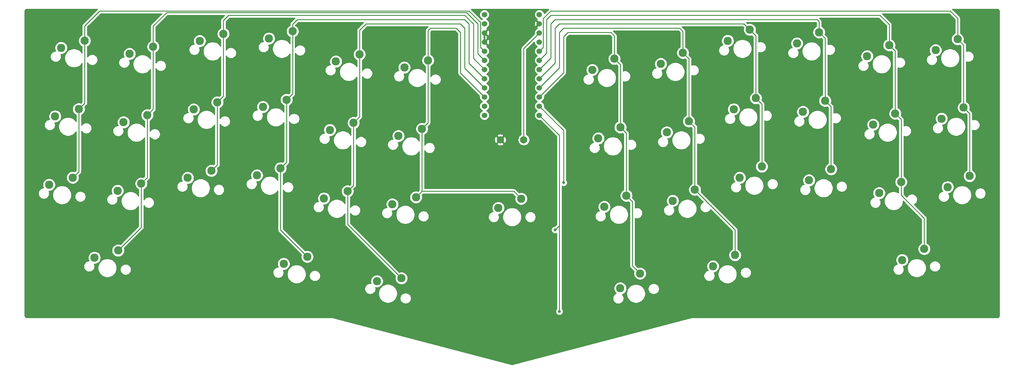
<source format=gbr>
G04 #@! TF.GenerationSoftware,KiCad,Pcbnew,(5.1.0)-1*
G04 #@! TF.CreationDate,2019-06-28T01:08:36+08:00*
G04 #@! TF.ProjectId,Kamaitachi,4b616d61-6974-4616-9368-692e6b696361,rev?*
G04 #@! TF.SameCoordinates,Original*
G04 #@! TF.FileFunction,Copper,L1,Top*
G04 #@! TF.FilePolarity,Positive*
%FSLAX46Y46*%
G04 Gerber Fmt 4.6, Leading zero omitted, Abs format (unit mm)*
G04 Created by KiCad (PCBNEW (5.1.0)-1) date 2019-06-28 01:08:36*
%MOMM*%
%LPD*%
G04 APERTURE LIST*
%ADD10C,2.286000*%
%ADD11C,1.524000*%
%ADD12C,2.000000*%
%ADD13C,0.800000*%
%ADD14C,0.250000*%
%ADD15C,0.500000*%
%ADD16C,0.254000*%
G04 APERTURE END LIST*
D10*
X327879196Y-147670973D03*
X333983656Y-144587199D03*
X326218879Y-128693464D03*
X332323339Y-125609690D03*
X324558562Y-109715955D03*
X330663022Y-106632181D03*
X315306879Y-167893676D03*
X321411339Y-164809902D03*
X308901687Y-149331290D03*
X315006147Y-146247516D03*
X307241370Y-130353781D03*
X313345830Y-127270007D03*
X305581053Y-111376272D03*
X311685513Y-108292498D03*
X289467591Y-145772792D03*
X295572051Y-142689018D03*
X287807274Y-126795283D03*
X293911734Y-123711509D03*
X286146957Y-107817773D03*
X292251417Y-104733999D03*
X270282542Y-145060920D03*
X276387002Y-141977146D03*
X268622225Y-126083411D03*
X274726685Y-122999637D03*
X266961909Y-107105902D03*
X273066369Y-104022128D03*
X262869184Y-169612965D03*
X268973644Y-166529191D03*
X251720113Y-151465614D03*
X257824573Y-148381840D03*
X250059796Y-132488105D03*
X256164256Y-129404331D03*
X248399479Y-113510595D03*
X254503939Y-110426821D03*
X237169395Y-175737885D03*
X242645624Y-171640932D03*
X232742604Y-153125931D03*
X238847064Y-150042157D03*
X231082287Y-134148422D03*
X237186747Y-131064648D03*
X229421970Y-115170912D03*
X235526430Y-112087138D03*
X203359100Y-153432330D03*
X209709100Y-150892330D03*
X174004593Y-152461804D03*
X180551805Y-150484909D03*
X175664910Y-133484295D03*
X182212122Y-131507400D03*
X177325227Y-114506785D03*
X183872439Y-112529890D03*
X169731076Y-173758915D03*
X176522105Y-172948964D03*
X155027084Y-150801487D03*
X161574296Y-148824592D03*
X156687401Y-131823978D03*
X163234613Y-129847083D03*
X158347718Y-112846468D03*
X164894930Y-110869573D03*
X143878013Y-168948838D03*
X150425225Y-166971943D03*
X136464655Y-144396793D03*
X143011867Y-142419898D03*
X138124972Y-125419284D03*
X144672184Y-123442389D03*
X139785288Y-106441775D03*
X146332500Y-104464880D03*
X117279606Y-145108665D03*
X123826818Y-143131770D03*
X118939923Y-126131156D03*
X125487135Y-124154261D03*
X120600240Y-107153646D03*
X127147452Y-105176751D03*
X91441314Y-167229636D03*
X97988526Y-165252741D03*
X97845510Y-148667163D03*
X104392722Y-146690268D03*
X99505907Y-129689661D03*
X106053119Y-127712766D03*
X101166144Y-110712145D03*
X107713356Y-108735250D03*
X78868001Y-147006846D03*
X85415213Y-145029951D03*
X80528318Y-128029337D03*
X87075530Y-126052442D03*
X82188635Y-109051828D03*
X88735847Y-107074933D03*
D11*
X214733220Y-99822480D03*
X214733220Y-102362480D03*
X214733220Y-104902480D03*
X214733220Y-107442480D03*
X214733220Y-109982480D03*
X214733220Y-112522480D03*
X214733220Y-115062480D03*
X214733220Y-117602480D03*
X214733220Y-120142480D03*
X214733220Y-122682480D03*
X214733220Y-125222480D03*
X214733220Y-127762480D03*
X199513220Y-127762480D03*
X199513220Y-125222480D03*
X199513220Y-122682480D03*
X199513220Y-120142480D03*
X199513220Y-117602480D03*
X199513220Y-115062480D03*
X199513220Y-112522480D03*
X199513220Y-109982480D03*
X199513220Y-107442480D03*
X199513220Y-104902480D03*
X199513220Y-102362480D03*
X199513220Y-99822480D03*
D12*
X210419620Y-134541190D03*
X203919620Y-134541190D03*
D13*
X221457180Y-146447490D03*
X220266550Y-182166390D03*
X219075920Y-159544420D03*
D14*
X214733220Y-125222480D02*
X221457180Y-131946440D01*
X221457180Y-131946440D02*
X221457180Y-146447490D01*
X214733220Y-127762480D02*
X220266550Y-133295810D01*
X219075920Y-159544420D02*
X220266550Y-158353790D01*
X220266550Y-133295810D02*
X220266550Y-158353790D01*
X220266550Y-158353790D02*
X220266550Y-182166390D01*
X88735847Y-124392125D02*
X87075530Y-126052442D01*
X88735847Y-107074933D02*
X88735847Y-124392125D01*
X87075530Y-143369634D02*
X85415213Y-145029951D01*
X87075530Y-126052442D02*
X87075530Y-143369634D01*
X88735847Y-107074933D02*
X88735847Y-102955583D01*
X88735847Y-102955583D02*
X92869140Y-98822290D01*
X92869140Y-98822290D02*
X195263320Y-98822290D01*
X198751221Y-109220481D02*
X199513220Y-109982480D01*
X198426219Y-108895479D02*
X198751221Y-109220481D01*
X198426219Y-101985189D02*
X198426219Y-108895479D01*
X195263320Y-98822290D02*
X198426219Y-101985189D01*
X107713356Y-126052529D02*
X106053119Y-127712766D01*
X107713356Y-108735250D02*
X107713356Y-126052529D01*
X106053119Y-145029871D02*
X104392722Y-146690268D01*
X106053119Y-127712766D02*
X106053119Y-145029871D01*
X104392722Y-158848545D02*
X97988526Y-165252741D01*
X104392722Y-146690268D02*
X104392722Y-158848545D01*
X107713356Y-108735250D02*
X107713356Y-103028154D01*
X111469210Y-99272300D02*
X194522700Y-99272300D01*
X107713356Y-103028154D02*
X111469210Y-99272300D01*
X194522700Y-99272300D02*
X197644580Y-102394180D01*
X197644580Y-110653840D02*
X199513220Y-112522480D01*
X197644580Y-102394180D02*
X197644580Y-110653840D01*
X127147452Y-122493944D02*
X125487135Y-124154261D01*
X127147452Y-105176751D02*
X127147452Y-122493944D01*
X125487135Y-141471453D02*
X123826818Y-143131770D01*
X125487135Y-124154261D02*
X125487135Y-141471453D01*
X127147452Y-105176751D02*
X127147452Y-101453508D01*
X127147452Y-101453508D02*
X128588040Y-100012920D01*
X128588040Y-100012920D02*
X194072690Y-100012920D01*
X194072690Y-100012920D02*
X196453950Y-102394180D01*
X196453950Y-112003210D02*
X199513220Y-115062480D01*
X196453950Y-102394180D02*
X196453950Y-112003210D01*
X146332500Y-121782073D02*
X144672184Y-123442389D01*
X146332500Y-104464880D02*
X146332500Y-121782073D01*
X144672184Y-140759581D02*
X143011867Y-142419898D01*
X144672184Y-123442389D02*
X144672184Y-140759581D01*
X143011867Y-159558585D02*
X150425225Y-166971943D01*
X143011867Y-142419898D02*
X143011867Y-159558585D01*
X146332500Y-104464880D02*
X146332500Y-102509170D01*
X146332500Y-102509170D02*
X147638120Y-101203550D01*
X147638120Y-101203550D02*
X194072690Y-101203550D01*
X194072690Y-101203550D02*
X195263320Y-102394180D01*
X195263320Y-113352580D02*
X199513220Y-117602480D01*
X195263320Y-102394180D02*
X195263320Y-113352580D01*
X164894930Y-128186766D02*
X163234613Y-129847083D01*
X164894930Y-110869573D02*
X164894930Y-128186766D01*
X163234613Y-147164275D02*
X161574296Y-148824592D01*
X163234613Y-129847083D02*
X163234613Y-147164275D01*
X161574296Y-158001155D02*
X176522105Y-172948964D01*
X161574296Y-148824592D02*
X161574296Y-158001155D01*
X164894930Y-110869573D02*
X164894930Y-104187450D01*
X164894930Y-104187450D02*
X166688200Y-102394180D01*
X166688200Y-102394180D02*
X192882060Y-102394180D01*
X192882060Y-102394180D02*
X194072690Y-103584810D01*
X194072690Y-114701950D02*
X199513220Y-120142480D01*
X194072690Y-103584810D02*
X194072690Y-114701950D01*
X183872439Y-129847083D02*
X182212122Y-131507400D01*
X183872439Y-112529890D02*
X183872439Y-129847083D01*
X182212122Y-148824592D02*
X180551805Y-150484909D01*
X182212122Y-131507400D02*
X182212122Y-148824592D01*
X207641362Y-148824592D02*
X209709100Y-150892330D01*
X182212122Y-148824592D02*
X207641362Y-148824592D01*
X192882060Y-116051320D02*
X199513220Y-122682480D01*
X192882060Y-104775440D02*
X192882060Y-116051320D01*
X191691430Y-103584810D02*
X192882060Y-104775440D01*
X184547650Y-103584810D02*
X191691430Y-103584810D01*
X183872439Y-112529890D02*
X183872439Y-104260021D01*
X183872439Y-104260021D02*
X184547650Y-103584810D01*
X237186747Y-113747455D02*
X237186747Y-131064648D01*
X235526430Y-112087138D02*
X237186747Y-113747455D01*
X238847064Y-132724965D02*
X238847064Y-150042157D01*
X237186747Y-131064648D02*
X238847064Y-132724965D01*
X241502625Y-170497933D02*
X242645624Y-171640932D01*
X240507260Y-169502568D02*
X241502625Y-170497933D01*
X240507260Y-151702353D02*
X240507260Y-169502568D01*
X238847064Y-150042157D02*
X240507260Y-151702353D01*
X235526430Y-112087138D02*
X235526430Y-105747760D01*
X235526430Y-105747760D02*
X234554110Y-104775440D01*
X234554110Y-104775440D02*
X222647810Y-104775440D01*
X222647810Y-104775440D02*
X221457180Y-105966070D01*
X221457180Y-115958520D02*
X214733220Y-122682480D01*
X221457180Y-105966070D02*
X221457180Y-115958520D01*
X268973644Y-159530911D02*
X268973644Y-166529191D01*
X257824573Y-148381840D02*
X268973644Y-159530911D01*
X256164256Y-112087138D02*
X256164256Y-129404331D01*
X254503939Y-110426821D02*
X256164256Y-112087138D01*
X257824573Y-131064648D02*
X257824573Y-148381840D01*
X256164256Y-129404331D02*
X257824573Y-131064648D01*
X254503939Y-110426821D02*
X254503939Y-104484559D01*
X254503939Y-104484559D02*
X253604190Y-103584810D01*
X253604190Y-103584810D02*
X221457180Y-103584810D01*
X221457180Y-103584810D02*
X220266550Y-104775440D01*
X220266550Y-114609150D02*
X214733220Y-120142480D01*
X220266550Y-104775440D02*
X220266550Y-114609150D01*
X274726685Y-105682444D02*
X274726685Y-122999637D01*
X273066369Y-104022128D02*
X274726685Y-105682444D01*
X276387002Y-124659954D02*
X276387002Y-141977146D01*
X274726685Y-122999637D02*
X276387002Y-124659954D01*
X219075920Y-113259780D02*
X214733220Y-117602480D01*
X219075920Y-103584810D02*
X219075920Y-113259780D01*
X220266550Y-102394180D02*
X219075920Y-103584810D01*
X273066369Y-104022128D02*
X271438421Y-102394180D01*
X271438421Y-102394180D02*
X220266550Y-102394180D01*
X293911734Y-106394316D02*
X293911734Y-123711509D01*
X292251417Y-104733999D02*
X293911734Y-106394316D01*
X295572051Y-125371826D02*
X295572051Y-142689018D01*
X293911734Y-123711509D02*
X295572051Y-125371826D01*
X292251417Y-104733999D02*
X292251417Y-101750617D01*
X292251417Y-101750617D02*
X291704350Y-101203550D01*
X291704350Y-101203550D02*
X219075920Y-101203550D01*
X219075920Y-101203550D02*
X217885290Y-102394180D01*
X217885290Y-111910410D02*
X214733220Y-115062480D01*
X217885290Y-102394180D02*
X217885290Y-111910410D01*
X313345830Y-109952815D02*
X313345830Y-127270007D01*
X311685513Y-108292498D02*
X313345830Y-109952815D01*
X315006147Y-128930324D02*
X315006147Y-146247516D01*
X313345830Y-127270007D02*
X315006147Y-128930324D01*
X321411339Y-163193456D02*
X321411339Y-164809902D01*
X321411339Y-156331918D02*
X321411339Y-163193456D01*
X315006147Y-149926726D02*
X321411339Y-156331918D01*
X315006147Y-146247516D02*
X315006147Y-149926726D01*
X311685513Y-108292498D02*
X311685513Y-102584643D01*
X311685513Y-102584643D02*
X309113790Y-100012920D01*
X309113790Y-100012920D02*
X217885290Y-100012920D01*
X217885290Y-100012920D02*
X216694660Y-101203550D01*
X216694660Y-110561040D02*
X214733220Y-112522480D01*
X216694660Y-101203550D02*
X216694660Y-110561040D01*
X332323339Y-108292498D02*
X332323339Y-125609690D01*
X330663022Y-106632181D02*
X332323339Y-108292498D01*
X333983656Y-127270007D02*
X332323339Y-125609690D01*
X333983656Y-144587199D02*
X333983656Y-127270007D01*
X215495219Y-109220481D02*
X214733220Y-109982480D01*
X330663022Y-100871432D02*
X328613880Y-98822290D01*
X328613880Y-98822290D02*
X217885290Y-98822290D01*
X217885290Y-98822290D02*
X215820221Y-100887359D01*
X330663022Y-106632181D02*
X330663022Y-100871432D01*
X215820221Y-100887359D02*
X215820221Y-108895479D01*
X215820221Y-108895479D02*
X215495219Y-109220481D01*
X210419620Y-109216080D02*
X214733220Y-104902480D01*
X210419620Y-134541190D02*
X210419620Y-109216080D01*
D15*
X200275219Y-108204479D02*
X199513220Y-107442480D01*
X204919619Y-112848879D02*
X200275219Y-108204479D01*
X203919620Y-134541190D02*
X204919619Y-133541191D01*
X199513220Y-107442480D02*
X199513220Y-104902480D01*
X204919619Y-112176081D02*
X214733220Y-102362480D01*
X204919619Y-112978591D02*
X204919619Y-112176081D01*
X204919619Y-112978591D02*
X204919619Y-112848879D01*
X204919619Y-133541191D02*
X204919619Y-112978591D01*
D16*
G36*
X88224845Y-102391784D02*
G01*
X88195847Y-102415582D01*
X88172049Y-102444580D01*
X88172048Y-102444581D01*
X88100873Y-102531307D01*
X88030301Y-102663337D01*
X88002433Y-102755208D01*
X87986845Y-102806597D01*
X87983968Y-102835807D01*
X87972171Y-102955583D01*
X87975848Y-102992915D01*
X87975847Y-105465242D01*
X87893648Y-105499290D01*
X87602438Y-105693870D01*
X87354784Y-105941524D01*
X87160204Y-106232734D01*
X87026175Y-106556310D01*
X86957847Y-106899815D01*
X86957847Y-107250051D01*
X87026175Y-107593556D01*
X87160204Y-107917132D01*
X87354784Y-108208342D01*
X87602438Y-108455996D01*
X87893648Y-108650576D01*
X87975847Y-108684624D01*
X87975847Y-110494449D01*
X87804761Y-110238400D01*
X87438587Y-109872226D01*
X87008012Y-109584525D01*
X86529583Y-109386353D01*
X86021685Y-109285326D01*
X85503837Y-109285326D01*
X84995939Y-109386353D01*
X84517510Y-109584525D01*
X84086935Y-109872226D01*
X83720761Y-110238400D01*
X83433060Y-110668975D01*
X83234888Y-111147404D01*
X83133861Y-111655302D01*
X83133861Y-112173150D01*
X83234888Y-112681048D01*
X83433060Y-113159477D01*
X83720761Y-113590052D01*
X84086935Y-113956226D01*
X84517510Y-114243927D01*
X84995939Y-114442099D01*
X85503837Y-114543126D01*
X86021685Y-114543126D01*
X86529583Y-114442099D01*
X87008012Y-114243927D01*
X87438587Y-113956226D01*
X87804761Y-113590052D01*
X87975847Y-113334003D01*
X87975848Y-124077322D01*
X87676352Y-124376818D01*
X87594153Y-124342770D01*
X87250648Y-124274442D01*
X86900412Y-124274442D01*
X86556907Y-124342770D01*
X86233331Y-124476799D01*
X85942121Y-124671379D01*
X85694467Y-124919033D01*
X85499887Y-125210243D01*
X85365858Y-125533819D01*
X85297530Y-125877324D01*
X85297530Y-126227560D01*
X85365858Y-126571065D01*
X85499887Y-126894641D01*
X85694467Y-127185851D01*
X85942121Y-127433505D01*
X86233331Y-127628085D01*
X86315530Y-127662133D01*
X86315530Y-129471958D01*
X86144444Y-129215909D01*
X85778270Y-128849735D01*
X85347695Y-128562034D01*
X84869266Y-128363862D01*
X84361368Y-128262835D01*
X83843520Y-128262835D01*
X83335622Y-128363862D01*
X82857193Y-128562034D01*
X82426618Y-128849735D01*
X82060444Y-129215909D01*
X81772743Y-129646484D01*
X81574571Y-130124913D01*
X81473544Y-130632811D01*
X81473544Y-131150659D01*
X81574571Y-131658557D01*
X81772743Y-132136986D01*
X82060444Y-132567561D01*
X82426618Y-132933735D01*
X82857193Y-133221436D01*
X83335622Y-133419608D01*
X83843520Y-133520635D01*
X84361368Y-133520635D01*
X84869266Y-133419608D01*
X85347695Y-133221436D01*
X85778270Y-132933735D01*
X86144444Y-132567561D01*
X86315530Y-132311512D01*
X86315531Y-143054831D01*
X86016035Y-143354327D01*
X85933836Y-143320279D01*
X85590331Y-143251951D01*
X85240095Y-143251951D01*
X84896590Y-143320279D01*
X84573014Y-143454308D01*
X84281804Y-143648888D01*
X84034150Y-143896542D01*
X83839570Y-144187752D01*
X83705541Y-144511328D01*
X83637213Y-144854833D01*
X83637213Y-145205069D01*
X83705541Y-145548574D01*
X83839570Y-145872150D01*
X84034150Y-146163360D01*
X84281804Y-146411014D01*
X84573014Y-146605594D01*
X84896590Y-146739623D01*
X85240095Y-146807951D01*
X85590331Y-146807951D01*
X85933836Y-146739623D01*
X86257412Y-146605594D01*
X86548622Y-146411014D01*
X86796276Y-146163360D01*
X86990856Y-145872150D01*
X87124885Y-145548574D01*
X87193213Y-145205069D01*
X87193213Y-144854833D01*
X87124885Y-144511328D01*
X87090837Y-144429129D01*
X87586533Y-143933433D01*
X87615531Y-143909635D01*
X87710504Y-143793910D01*
X87781076Y-143661881D01*
X87824533Y-143518620D01*
X87835530Y-143406967D01*
X87835530Y-143406957D01*
X87839206Y-143369634D01*
X87835530Y-143332311D01*
X87835530Y-132110544D01*
X87970801Y-132312991D01*
X88184608Y-132526798D01*
X88436018Y-132694785D01*
X88715370Y-132810497D01*
X89011929Y-132869486D01*
X89314297Y-132869486D01*
X89610856Y-132810497D01*
X89890208Y-132694785D01*
X90141618Y-132526798D01*
X90355425Y-132312991D01*
X90523412Y-132061581D01*
X90566265Y-131958124D01*
X96484364Y-131958124D01*
X96484364Y-132260492D01*
X96543353Y-132557051D01*
X96659065Y-132836403D01*
X96827052Y-133087813D01*
X97040859Y-133301620D01*
X97292269Y-133469607D01*
X97571621Y-133585319D01*
X97868180Y-133644308D01*
X98170548Y-133644308D01*
X98467107Y-133585319D01*
X98746459Y-133469607D01*
X98997869Y-133301620D01*
X99211676Y-133087813D01*
X99379663Y-132836403D01*
X99495375Y-132557051D01*
X99554364Y-132260492D01*
X99554364Y-131958124D01*
X99495375Y-131661565D01*
X99415057Y-131467661D01*
X99681025Y-131467661D01*
X100024530Y-131399333D01*
X100348106Y-131265304D01*
X100639316Y-131070724D01*
X100886970Y-130823070D01*
X101081550Y-130531860D01*
X101215579Y-130208284D01*
X101283907Y-129864779D01*
X101283907Y-129514543D01*
X101215579Y-129171038D01*
X101081550Y-128847462D01*
X100886970Y-128556252D01*
X100639316Y-128308598D01*
X100348106Y-128114018D01*
X100024530Y-127979989D01*
X99681025Y-127911661D01*
X99330789Y-127911661D01*
X98987284Y-127979989D01*
X98663708Y-128114018D01*
X98372498Y-128308598D01*
X98124844Y-128556252D01*
X97930264Y-128847462D01*
X97796235Y-129171038D01*
X97727907Y-129514543D01*
X97727907Y-129864779D01*
X97796235Y-130208284D01*
X97930264Y-130531860D01*
X97958627Y-130574308D01*
X97868180Y-130574308D01*
X97571621Y-130633297D01*
X97292269Y-130749009D01*
X97040859Y-130916996D01*
X96827052Y-131130803D01*
X96659065Y-131382213D01*
X96543353Y-131661565D01*
X96484364Y-131958124D01*
X90566265Y-131958124D01*
X90639124Y-131782229D01*
X90698113Y-131485670D01*
X90698113Y-131183302D01*
X90639124Y-130886743D01*
X90523412Y-130607391D01*
X90355425Y-130355981D01*
X90141618Y-130142174D01*
X89890208Y-129974187D01*
X89610856Y-129858475D01*
X89314297Y-129799486D01*
X89011929Y-129799486D01*
X88715370Y-129858475D01*
X88436018Y-129974187D01*
X88184608Y-130142174D01*
X87970801Y-130355981D01*
X87835530Y-130558428D01*
X87835530Y-127662133D01*
X87917729Y-127628085D01*
X88208939Y-127433505D01*
X88456593Y-127185851D01*
X88651173Y-126894641D01*
X88785202Y-126571065D01*
X88853530Y-126227560D01*
X88853530Y-125877324D01*
X88785202Y-125533819D01*
X88751154Y-125451620D01*
X89246850Y-124955924D01*
X89275848Y-124932126D01*
X89370821Y-124816401D01*
X89441393Y-124684372D01*
X89484850Y-124541111D01*
X89495847Y-124429458D01*
X89495847Y-124429448D01*
X89499523Y-124392125D01*
X89495847Y-124354802D01*
X89495847Y-113133035D01*
X89631118Y-113335482D01*
X89844925Y-113549289D01*
X90096335Y-113717276D01*
X90375687Y-113832988D01*
X90672246Y-113891977D01*
X90974614Y-113891977D01*
X91271173Y-113832988D01*
X91550525Y-113717276D01*
X91801935Y-113549289D01*
X92015742Y-113335482D01*
X92183729Y-113084072D01*
X92226585Y-112980608D01*
X98144601Y-112980608D01*
X98144601Y-113282976D01*
X98203590Y-113579535D01*
X98319302Y-113858887D01*
X98487289Y-114110297D01*
X98701096Y-114324104D01*
X98952506Y-114492091D01*
X99231858Y-114607803D01*
X99528417Y-114666792D01*
X99830785Y-114666792D01*
X100127344Y-114607803D01*
X100406696Y-114492091D01*
X100658106Y-114324104D01*
X100871913Y-114110297D01*
X101039900Y-113858887D01*
X101155612Y-113579535D01*
X101214601Y-113282976D01*
X101214601Y-112980608D01*
X101155612Y-112684049D01*
X101075294Y-112490145D01*
X101341262Y-112490145D01*
X101684767Y-112421817D01*
X102008343Y-112287788D01*
X102299553Y-112093208D01*
X102547207Y-111845554D01*
X102741787Y-111554344D01*
X102875816Y-111230768D01*
X102944144Y-110887263D01*
X102944144Y-110537027D01*
X102875816Y-110193522D01*
X102741787Y-109869946D01*
X102547207Y-109578736D01*
X102299553Y-109331082D01*
X102008343Y-109136502D01*
X101684767Y-109002473D01*
X101341262Y-108934145D01*
X100991026Y-108934145D01*
X100647521Y-109002473D01*
X100323945Y-109136502D01*
X100032735Y-109331082D01*
X99785081Y-109578736D01*
X99590501Y-109869946D01*
X99456472Y-110193522D01*
X99388144Y-110537027D01*
X99388144Y-110887263D01*
X99456472Y-111230768D01*
X99590501Y-111554344D01*
X99618864Y-111596792D01*
X99528417Y-111596792D01*
X99231858Y-111655781D01*
X98952506Y-111771493D01*
X98701096Y-111939480D01*
X98487289Y-112153287D01*
X98319302Y-112404697D01*
X98203590Y-112684049D01*
X98144601Y-112980608D01*
X92226585Y-112980608D01*
X92299441Y-112804720D01*
X92358430Y-112508161D01*
X92358430Y-112205793D01*
X92299441Y-111909234D01*
X92183729Y-111629882D01*
X92015742Y-111378472D01*
X91801935Y-111164665D01*
X91550525Y-110996678D01*
X91271173Y-110880966D01*
X90974614Y-110821977D01*
X90672246Y-110821977D01*
X90375687Y-110880966D01*
X90096335Y-110996678D01*
X89844925Y-111164665D01*
X89631118Y-111378472D01*
X89495847Y-111580919D01*
X89495847Y-108684624D01*
X89578046Y-108650576D01*
X89869256Y-108455996D01*
X90116910Y-108208342D01*
X90311490Y-107917132D01*
X90445519Y-107593556D01*
X90513847Y-107250051D01*
X90513847Y-106899815D01*
X90445519Y-106556310D01*
X90311490Y-106232734D01*
X90116910Y-105941524D01*
X89869256Y-105693870D01*
X89578046Y-105499290D01*
X89495847Y-105465242D01*
X89495847Y-103270384D01*
X93183942Y-99582290D01*
X110084418Y-99582290D01*
X107202354Y-102464355D01*
X107173356Y-102488153D01*
X107149558Y-102517151D01*
X107149557Y-102517152D01*
X107078382Y-102603878D01*
X107007810Y-102735908D01*
X107003880Y-102748865D01*
X106965046Y-102876889D01*
X106964354Y-102879169D01*
X106949680Y-103028154D01*
X106953357Y-103065486D01*
X106953356Y-107125559D01*
X106871157Y-107159607D01*
X106579947Y-107354187D01*
X106332293Y-107601841D01*
X106137713Y-107893051D01*
X106003684Y-108216627D01*
X105935356Y-108560132D01*
X105935356Y-108910368D01*
X106003684Y-109253873D01*
X106137713Y-109577449D01*
X106332293Y-109868659D01*
X106579947Y-110116313D01*
X106871157Y-110310893D01*
X106953356Y-110344941D01*
X106953356Y-112154766D01*
X106782270Y-111898717D01*
X106416096Y-111532543D01*
X105985521Y-111244842D01*
X105507092Y-111046670D01*
X104999194Y-110945643D01*
X104481346Y-110945643D01*
X103973448Y-111046670D01*
X103495019Y-111244842D01*
X103064444Y-111532543D01*
X102698270Y-111898717D01*
X102410569Y-112329292D01*
X102212397Y-112807721D01*
X102111370Y-113315619D01*
X102111370Y-113833467D01*
X102212397Y-114341365D01*
X102410569Y-114819794D01*
X102698270Y-115250369D01*
X103064444Y-115616543D01*
X103495019Y-115904244D01*
X103973448Y-116102416D01*
X104481346Y-116203443D01*
X104999194Y-116203443D01*
X105507092Y-116102416D01*
X105985521Y-115904244D01*
X106416096Y-115616543D01*
X106782270Y-115250369D01*
X106953356Y-114994320D01*
X106953357Y-125737726D01*
X106653941Y-126037142D01*
X106571742Y-126003094D01*
X106228237Y-125934766D01*
X105878001Y-125934766D01*
X105534496Y-126003094D01*
X105210920Y-126137123D01*
X104919710Y-126331703D01*
X104672056Y-126579357D01*
X104477476Y-126870567D01*
X104343447Y-127194143D01*
X104275119Y-127537648D01*
X104275119Y-127887884D01*
X104343447Y-128231389D01*
X104477476Y-128554965D01*
X104672056Y-128846175D01*
X104919710Y-129093829D01*
X105210920Y-129288409D01*
X105293119Y-129322457D01*
X105293119Y-131132282D01*
X105122033Y-130876233D01*
X104755859Y-130510059D01*
X104325284Y-130222358D01*
X103846855Y-130024186D01*
X103338957Y-129923159D01*
X102821109Y-129923159D01*
X102313211Y-130024186D01*
X101834782Y-130222358D01*
X101404207Y-130510059D01*
X101038033Y-130876233D01*
X100750332Y-131306808D01*
X100552160Y-131785237D01*
X100451133Y-132293135D01*
X100451133Y-132810983D01*
X100552160Y-133318881D01*
X100750332Y-133797310D01*
X101038033Y-134227885D01*
X101404207Y-134594059D01*
X101834782Y-134881760D01*
X102313211Y-135079932D01*
X102821109Y-135180959D01*
X103338957Y-135180959D01*
X103846855Y-135079932D01*
X104325284Y-134881760D01*
X104755859Y-134594059D01*
X105122033Y-134227885D01*
X105293119Y-133971836D01*
X105293120Y-144715068D01*
X104993544Y-145014644D01*
X104911345Y-144980596D01*
X104567840Y-144912268D01*
X104217604Y-144912268D01*
X103874099Y-144980596D01*
X103550523Y-145114625D01*
X103259313Y-145309205D01*
X103011659Y-145556859D01*
X102817079Y-145848069D01*
X102683050Y-146171645D01*
X102614722Y-146515150D01*
X102614722Y-146865386D01*
X102683050Y-147208891D01*
X102817079Y-147532467D01*
X103011659Y-147823677D01*
X103259313Y-148071331D01*
X103550523Y-148265911D01*
X103632722Y-148299959D01*
X103632722Y-150109784D01*
X103461636Y-149853735D01*
X103095462Y-149487561D01*
X102664887Y-149199860D01*
X102186458Y-149001688D01*
X101678560Y-148900661D01*
X101160712Y-148900661D01*
X100652814Y-149001688D01*
X100174385Y-149199860D01*
X99743810Y-149487561D01*
X99377636Y-149853735D01*
X99089935Y-150284310D01*
X98891763Y-150762739D01*
X98790736Y-151270637D01*
X98790736Y-151788485D01*
X98891763Y-152296383D01*
X99089935Y-152774812D01*
X99377636Y-153205387D01*
X99743810Y-153571561D01*
X100174385Y-153859262D01*
X100652814Y-154057434D01*
X101160712Y-154158461D01*
X101678560Y-154158461D01*
X102186458Y-154057434D01*
X102664887Y-153859262D01*
X103095462Y-153571561D01*
X103461636Y-153205387D01*
X103632723Y-152949338D01*
X103632723Y-158533742D01*
X98589349Y-163577117D01*
X98507149Y-163543069D01*
X98163644Y-163474741D01*
X97813408Y-163474741D01*
X97469903Y-163543069D01*
X97146327Y-163677098D01*
X96855117Y-163871678D01*
X96607463Y-164119332D01*
X96412883Y-164410542D01*
X96278854Y-164734118D01*
X96210526Y-165077623D01*
X96210526Y-165427859D01*
X96278854Y-165771364D01*
X96412883Y-166094940D01*
X96607463Y-166386150D01*
X96855117Y-166633804D01*
X97146327Y-166828384D01*
X97469903Y-166962413D01*
X97813408Y-167030741D01*
X98163644Y-167030741D01*
X98507149Y-166962413D01*
X98830725Y-166828384D01*
X99121935Y-166633804D01*
X99369589Y-166386150D01*
X99564169Y-166094940D01*
X99698198Y-165771364D01*
X99766526Y-165427859D01*
X99766526Y-165077623D01*
X99698198Y-164734118D01*
X99664150Y-164651918D01*
X104903725Y-159412344D01*
X104932723Y-159388546D01*
X105027696Y-159272821D01*
X105098268Y-159140792D01*
X105141725Y-158997531D01*
X105152722Y-158885878D01*
X105152722Y-158885868D01*
X105156398Y-158848545D01*
X105152722Y-158811222D01*
X105152722Y-152748370D01*
X105287993Y-152950817D01*
X105501800Y-153164624D01*
X105753210Y-153332611D01*
X106032562Y-153448323D01*
X106329121Y-153507312D01*
X106631489Y-153507312D01*
X106928048Y-153448323D01*
X107207400Y-153332611D01*
X107458810Y-153164624D01*
X107672617Y-152950817D01*
X107840604Y-152699407D01*
X107956316Y-152420055D01*
X108015305Y-152123496D01*
X108015305Y-151821128D01*
X107956316Y-151524569D01*
X107840604Y-151245217D01*
X107672617Y-150993807D01*
X107458810Y-150780000D01*
X107207400Y-150612013D01*
X106928048Y-150496301D01*
X106631489Y-150437312D01*
X106329121Y-150437312D01*
X106032562Y-150496301D01*
X105753210Y-150612013D01*
X105501800Y-150780000D01*
X105287993Y-150993807D01*
X105152722Y-151196254D01*
X105152722Y-148299959D01*
X105234921Y-148265911D01*
X105526131Y-148071331D01*
X105773785Y-147823677D01*
X105968365Y-147532467D01*
X106032708Y-147377128D01*
X114258063Y-147377128D01*
X114258063Y-147679496D01*
X114317052Y-147976055D01*
X114432764Y-148255407D01*
X114600751Y-148506817D01*
X114814558Y-148720624D01*
X115065968Y-148888611D01*
X115345320Y-149004323D01*
X115641879Y-149063312D01*
X115944247Y-149063312D01*
X116240806Y-149004323D01*
X116520158Y-148888611D01*
X116771568Y-148720624D01*
X116985375Y-148506817D01*
X117153362Y-148255407D01*
X117269074Y-147976055D01*
X117321569Y-147712139D01*
X118224832Y-147712139D01*
X118224832Y-148229987D01*
X118325859Y-148737885D01*
X118524031Y-149216314D01*
X118811732Y-149646889D01*
X119177906Y-150013063D01*
X119608481Y-150300764D01*
X120086910Y-150498936D01*
X120594808Y-150599963D01*
X121112656Y-150599963D01*
X121620554Y-150498936D01*
X122098983Y-150300764D01*
X122529558Y-150013063D01*
X122895732Y-149646889D01*
X123183433Y-149216314D01*
X123381605Y-148737885D01*
X123476138Y-148262630D01*
X124379401Y-148262630D01*
X124379401Y-148564998D01*
X124438390Y-148861557D01*
X124554102Y-149140909D01*
X124722089Y-149392319D01*
X124935896Y-149606126D01*
X125187306Y-149774113D01*
X125466658Y-149889825D01*
X125763217Y-149948814D01*
X126065585Y-149948814D01*
X126362144Y-149889825D01*
X126641496Y-149774113D01*
X126892906Y-149606126D01*
X127106713Y-149392319D01*
X127274700Y-149140909D01*
X127390412Y-148861557D01*
X127449401Y-148564998D01*
X127449401Y-148262630D01*
X127390412Y-147966071D01*
X127274700Y-147686719D01*
X127106713Y-147435309D01*
X126892906Y-147221502D01*
X126641496Y-147053515D01*
X126362144Y-146937803D01*
X126065585Y-146878814D01*
X125763217Y-146878814D01*
X125466658Y-146937803D01*
X125187306Y-147053515D01*
X124935896Y-147221502D01*
X124722089Y-147435309D01*
X124554102Y-147686719D01*
X124438390Y-147966071D01*
X124379401Y-148262630D01*
X123476138Y-148262630D01*
X123482632Y-148229987D01*
X123482632Y-147712139D01*
X123381605Y-147204241D01*
X123183433Y-146725812D01*
X123142971Y-146665256D01*
X133443112Y-146665256D01*
X133443112Y-146967624D01*
X133502101Y-147264183D01*
X133617813Y-147543535D01*
X133785800Y-147794945D01*
X133999607Y-148008752D01*
X134251017Y-148176739D01*
X134530369Y-148292451D01*
X134826928Y-148351440D01*
X135129296Y-148351440D01*
X135425855Y-148292451D01*
X135705207Y-148176739D01*
X135956617Y-148008752D01*
X136170424Y-147794945D01*
X136338411Y-147543535D01*
X136454123Y-147264183D01*
X136513112Y-146967624D01*
X136513112Y-146665256D01*
X136454123Y-146368697D01*
X136373805Y-146174793D01*
X136639773Y-146174793D01*
X136983278Y-146106465D01*
X137306854Y-145972436D01*
X137598064Y-145777856D01*
X137845718Y-145530202D01*
X138040298Y-145238992D01*
X138174327Y-144915416D01*
X138242655Y-144571911D01*
X138242655Y-144221675D01*
X138174327Y-143878170D01*
X138040298Y-143554594D01*
X137845718Y-143263384D01*
X137598064Y-143015730D01*
X137306854Y-142821150D01*
X136983278Y-142687121D01*
X136639773Y-142618793D01*
X136289537Y-142618793D01*
X135946032Y-142687121D01*
X135622456Y-142821150D01*
X135331246Y-143015730D01*
X135083592Y-143263384D01*
X134889012Y-143554594D01*
X134754983Y-143878170D01*
X134686655Y-144221675D01*
X134686655Y-144571911D01*
X134754983Y-144915416D01*
X134889012Y-145238992D01*
X134917375Y-145281440D01*
X134826928Y-145281440D01*
X134530369Y-145340429D01*
X134251017Y-145456141D01*
X133999607Y-145624128D01*
X133785800Y-145837935D01*
X133617813Y-146089345D01*
X133502101Y-146368697D01*
X133443112Y-146665256D01*
X123142971Y-146665256D01*
X122895732Y-146295237D01*
X122529558Y-145929063D01*
X122098983Y-145641362D01*
X121620554Y-145443190D01*
X121112656Y-145342163D01*
X120594808Y-145342163D01*
X120086910Y-145443190D01*
X119608481Y-145641362D01*
X119177906Y-145929063D01*
X118811732Y-146295237D01*
X118524031Y-146725812D01*
X118325859Y-147204241D01*
X118224832Y-147712139D01*
X117321569Y-147712139D01*
X117328063Y-147679496D01*
X117328063Y-147377128D01*
X117269074Y-147080569D01*
X117188756Y-146886665D01*
X117454724Y-146886665D01*
X117798229Y-146818337D01*
X118121805Y-146684308D01*
X118413015Y-146489728D01*
X118660669Y-146242074D01*
X118855249Y-145950864D01*
X118989278Y-145627288D01*
X119057606Y-145283783D01*
X119057606Y-144933547D01*
X118989278Y-144590042D01*
X118855249Y-144266466D01*
X118660669Y-143975256D01*
X118413015Y-143727602D01*
X118121805Y-143533022D01*
X117798229Y-143398993D01*
X117454724Y-143330665D01*
X117104488Y-143330665D01*
X116760983Y-143398993D01*
X116437407Y-143533022D01*
X116146197Y-143727602D01*
X115898543Y-143975256D01*
X115703963Y-144266466D01*
X115569934Y-144590042D01*
X115501606Y-144933547D01*
X115501606Y-145283783D01*
X115569934Y-145627288D01*
X115703963Y-145950864D01*
X115732326Y-145993312D01*
X115641879Y-145993312D01*
X115345320Y-146052301D01*
X115065968Y-146168013D01*
X114814558Y-146336000D01*
X114600751Y-146549807D01*
X114432764Y-146801217D01*
X114317052Y-147080569D01*
X114258063Y-147377128D01*
X106032708Y-147377128D01*
X106102394Y-147208891D01*
X106170722Y-146865386D01*
X106170722Y-146515150D01*
X106102394Y-146171645D01*
X106068346Y-146089446D01*
X106564122Y-145593670D01*
X106593120Y-145569872D01*
X106651683Y-145498513D01*
X106688093Y-145454148D01*
X106758665Y-145322118D01*
X106762582Y-145309205D01*
X106802122Y-145178857D01*
X106813119Y-145067204D01*
X106813119Y-145067194D01*
X106816795Y-145029871D01*
X106813119Y-144992548D01*
X106813119Y-133770868D01*
X106948390Y-133973315D01*
X107162197Y-134187122D01*
X107413607Y-134355109D01*
X107692959Y-134470821D01*
X107989518Y-134529810D01*
X108291886Y-134529810D01*
X108588445Y-134470821D01*
X108867797Y-134355109D01*
X109119207Y-134187122D01*
X109333014Y-133973315D01*
X109501001Y-133721905D01*
X109616713Y-133442553D01*
X109675702Y-133145994D01*
X109675702Y-132843626D01*
X109616713Y-132547067D01*
X109501001Y-132267715D01*
X109333014Y-132016305D01*
X109119207Y-131802498D01*
X108867797Y-131634511D01*
X108588445Y-131518799D01*
X108291886Y-131459810D01*
X107989518Y-131459810D01*
X107692959Y-131518799D01*
X107413607Y-131634511D01*
X107162197Y-131802498D01*
X106948390Y-132016305D01*
X106813119Y-132218752D01*
X106813119Y-129322457D01*
X106895318Y-129288409D01*
X107186528Y-129093829D01*
X107434182Y-128846175D01*
X107628762Y-128554965D01*
X107693108Y-128399619D01*
X115918380Y-128399619D01*
X115918380Y-128701987D01*
X115977369Y-128998546D01*
X116093081Y-129277898D01*
X116261068Y-129529308D01*
X116474875Y-129743115D01*
X116726285Y-129911102D01*
X117005637Y-130026814D01*
X117302196Y-130085803D01*
X117604564Y-130085803D01*
X117901123Y-130026814D01*
X118180475Y-129911102D01*
X118431885Y-129743115D01*
X118645692Y-129529308D01*
X118813679Y-129277898D01*
X118929391Y-128998546D01*
X118988380Y-128701987D01*
X118988380Y-128399619D01*
X118929391Y-128103060D01*
X118849073Y-127909156D01*
X119115041Y-127909156D01*
X119458546Y-127840828D01*
X119782122Y-127706799D01*
X120073332Y-127512219D01*
X120320986Y-127264565D01*
X120515566Y-126973355D01*
X120649595Y-126649779D01*
X120717923Y-126306274D01*
X120717923Y-125956038D01*
X120649595Y-125612533D01*
X120515566Y-125288957D01*
X120320986Y-124997747D01*
X120073332Y-124750093D01*
X119782122Y-124555513D01*
X119458546Y-124421484D01*
X119115041Y-124353156D01*
X118764805Y-124353156D01*
X118421300Y-124421484D01*
X118097724Y-124555513D01*
X117806514Y-124750093D01*
X117558860Y-124997747D01*
X117364280Y-125288957D01*
X117230251Y-125612533D01*
X117161923Y-125956038D01*
X117161923Y-126306274D01*
X117230251Y-126649779D01*
X117364280Y-126973355D01*
X117392643Y-127015803D01*
X117302196Y-127015803D01*
X117005637Y-127074792D01*
X116726285Y-127190504D01*
X116474875Y-127358491D01*
X116261068Y-127572298D01*
X116093081Y-127823708D01*
X115977369Y-128103060D01*
X115918380Y-128399619D01*
X107693108Y-128399619D01*
X107762791Y-128231389D01*
X107831119Y-127887884D01*
X107831119Y-127537648D01*
X107762791Y-127194143D01*
X107728743Y-127111944D01*
X108224359Y-126616328D01*
X108253357Y-126592530D01*
X108348330Y-126476805D01*
X108418902Y-126344776D01*
X108462359Y-126201515D01*
X108473356Y-126089862D01*
X108473356Y-126089854D01*
X108477032Y-126052529D01*
X108473356Y-126015204D01*
X108473356Y-114793352D01*
X108608627Y-114995799D01*
X108822434Y-115209606D01*
X109073844Y-115377593D01*
X109353196Y-115493305D01*
X109649755Y-115552294D01*
X109952123Y-115552294D01*
X110248682Y-115493305D01*
X110528034Y-115377593D01*
X110779444Y-115209606D01*
X110993251Y-114995799D01*
X111161238Y-114744389D01*
X111276950Y-114465037D01*
X111335939Y-114168478D01*
X111335939Y-113866110D01*
X111276950Y-113569551D01*
X111161238Y-113290199D01*
X110993251Y-113038789D01*
X110779444Y-112824982D01*
X110528034Y-112656995D01*
X110248682Y-112541283D01*
X109952123Y-112482294D01*
X109649755Y-112482294D01*
X109353196Y-112541283D01*
X109073844Y-112656995D01*
X108822434Y-112824982D01*
X108608627Y-113038789D01*
X108473356Y-113241236D01*
X108473356Y-110344941D01*
X108555555Y-110310893D01*
X108846765Y-110116313D01*
X109094419Y-109868659D01*
X109288999Y-109577449D01*
X109353342Y-109422109D01*
X117578697Y-109422109D01*
X117578697Y-109724477D01*
X117637686Y-110021036D01*
X117753398Y-110300388D01*
X117921385Y-110551798D01*
X118135192Y-110765605D01*
X118386602Y-110933592D01*
X118665954Y-111049304D01*
X118962513Y-111108293D01*
X119264881Y-111108293D01*
X119561440Y-111049304D01*
X119840792Y-110933592D01*
X120092202Y-110765605D01*
X120306009Y-110551798D01*
X120473996Y-110300388D01*
X120589708Y-110021036D01*
X120648697Y-109724477D01*
X120648697Y-109422109D01*
X120589708Y-109125550D01*
X120509390Y-108931646D01*
X120775358Y-108931646D01*
X121118863Y-108863318D01*
X121442439Y-108729289D01*
X121733649Y-108534709D01*
X121981303Y-108287055D01*
X122175883Y-107995845D01*
X122309912Y-107672269D01*
X122378240Y-107328764D01*
X122378240Y-106978528D01*
X122309912Y-106635023D01*
X122175883Y-106311447D01*
X121981303Y-106020237D01*
X121733649Y-105772583D01*
X121442439Y-105578003D01*
X121118863Y-105443974D01*
X120775358Y-105375646D01*
X120425122Y-105375646D01*
X120081617Y-105443974D01*
X119758041Y-105578003D01*
X119466831Y-105772583D01*
X119219177Y-106020237D01*
X119024597Y-106311447D01*
X118890568Y-106635023D01*
X118822240Y-106978528D01*
X118822240Y-107328764D01*
X118890568Y-107672269D01*
X119024597Y-107995845D01*
X119052960Y-108038293D01*
X118962513Y-108038293D01*
X118665954Y-108097282D01*
X118386602Y-108212994D01*
X118135192Y-108380981D01*
X117921385Y-108594788D01*
X117753398Y-108846198D01*
X117637686Y-109125550D01*
X117578697Y-109422109D01*
X109353342Y-109422109D01*
X109423028Y-109253873D01*
X109491356Y-108910368D01*
X109491356Y-108560132D01*
X109423028Y-108216627D01*
X109288999Y-107893051D01*
X109094419Y-107601841D01*
X108846765Y-107354187D01*
X108555555Y-107159607D01*
X108473356Y-107125559D01*
X108473356Y-103342955D01*
X111784012Y-100032300D01*
X127493858Y-100032300D01*
X126636450Y-100889709D01*
X126607452Y-100913507D01*
X126583654Y-100942505D01*
X126583653Y-100942506D01*
X126512478Y-101029232D01*
X126441906Y-101161262D01*
X126423630Y-101221512D01*
X126398450Y-101304522D01*
X126396301Y-101326341D01*
X126383776Y-101453508D01*
X126387453Y-101490840D01*
X126387452Y-103567060D01*
X126305253Y-103601108D01*
X126014043Y-103795688D01*
X125766389Y-104043342D01*
X125571809Y-104334552D01*
X125437780Y-104658128D01*
X125369452Y-105001633D01*
X125369452Y-105351869D01*
X125437780Y-105695374D01*
X125571809Y-106018950D01*
X125766389Y-106310160D01*
X126014043Y-106557814D01*
X126305253Y-106752394D01*
X126387452Y-106786442D01*
X126387452Y-108596267D01*
X126216366Y-108340218D01*
X125850192Y-107974044D01*
X125419617Y-107686343D01*
X124941188Y-107488171D01*
X124433290Y-107387144D01*
X123915442Y-107387144D01*
X123407544Y-107488171D01*
X122929115Y-107686343D01*
X122498540Y-107974044D01*
X122132366Y-108340218D01*
X121844665Y-108770793D01*
X121646493Y-109249222D01*
X121545466Y-109757120D01*
X121545466Y-110274968D01*
X121646493Y-110782866D01*
X121844665Y-111261295D01*
X122132366Y-111691870D01*
X122498540Y-112058044D01*
X122929115Y-112345745D01*
X123407544Y-112543917D01*
X123915442Y-112644944D01*
X124433290Y-112644944D01*
X124941188Y-112543917D01*
X125419617Y-112345745D01*
X125850192Y-112058044D01*
X126216366Y-111691870D01*
X126387452Y-111435821D01*
X126387453Y-122179141D01*
X126087957Y-122478637D01*
X126005758Y-122444589D01*
X125662253Y-122376261D01*
X125312017Y-122376261D01*
X124968512Y-122444589D01*
X124644936Y-122578618D01*
X124353726Y-122773198D01*
X124106072Y-123020852D01*
X123911492Y-123312062D01*
X123777463Y-123635638D01*
X123709135Y-123979143D01*
X123709135Y-124329379D01*
X123777463Y-124672884D01*
X123911492Y-124996460D01*
X124106072Y-125287670D01*
X124353726Y-125535324D01*
X124644936Y-125729904D01*
X124727135Y-125763952D01*
X124727135Y-127573777D01*
X124556049Y-127317728D01*
X124189875Y-126951554D01*
X123759300Y-126663853D01*
X123280871Y-126465681D01*
X122772973Y-126364654D01*
X122255125Y-126364654D01*
X121747227Y-126465681D01*
X121268798Y-126663853D01*
X120838223Y-126951554D01*
X120472049Y-127317728D01*
X120184348Y-127748303D01*
X119986176Y-128226732D01*
X119885149Y-128734630D01*
X119885149Y-129252478D01*
X119986176Y-129760376D01*
X120184348Y-130238805D01*
X120472049Y-130669380D01*
X120838223Y-131035554D01*
X121268798Y-131323255D01*
X121747227Y-131521427D01*
X122255125Y-131622454D01*
X122772973Y-131622454D01*
X123280871Y-131521427D01*
X123759300Y-131323255D01*
X124189875Y-131035554D01*
X124556049Y-130669380D01*
X124727135Y-130413331D01*
X124727136Y-141156650D01*
X124427640Y-141456146D01*
X124345441Y-141422098D01*
X124001936Y-141353770D01*
X123651700Y-141353770D01*
X123308195Y-141422098D01*
X122984619Y-141556127D01*
X122693409Y-141750707D01*
X122445755Y-141998361D01*
X122251175Y-142289571D01*
X122117146Y-142613147D01*
X122048818Y-142956652D01*
X122048818Y-143306888D01*
X122117146Y-143650393D01*
X122251175Y-143973969D01*
X122445755Y-144265179D01*
X122693409Y-144512833D01*
X122984619Y-144707413D01*
X123308195Y-144841442D01*
X123651700Y-144909770D01*
X124001936Y-144909770D01*
X124345441Y-144841442D01*
X124669017Y-144707413D01*
X124960227Y-144512833D01*
X125207881Y-144265179D01*
X125402461Y-143973969D01*
X125536490Y-143650393D01*
X125604818Y-143306888D01*
X125604818Y-142956652D01*
X125536490Y-142613147D01*
X125502442Y-142530948D01*
X125998138Y-142035252D01*
X126027136Y-142011454D01*
X126122109Y-141895729D01*
X126192681Y-141763700D01*
X126236138Y-141620439D01*
X126247135Y-141508786D01*
X126247135Y-141508776D01*
X126250811Y-141471453D01*
X126247135Y-141434130D01*
X126247135Y-130212363D01*
X126382406Y-130414810D01*
X126596213Y-130628617D01*
X126847623Y-130796604D01*
X127126975Y-130912316D01*
X127423534Y-130971305D01*
X127725902Y-130971305D01*
X128022461Y-130912316D01*
X128301813Y-130796604D01*
X128553223Y-130628617D01*
X128767030Y-130414810D01*
X128935017Y-130163400D01*
X129050729Y-129884048D01*
X129109718Y-129587489D01*
X129109718Y-129285121D01*
X129050729Y-128988562D01*
X128935017Y-128709210D01*
X128767030Y-128457800D01*
X128553223Y-128243993D01*
X128301813Y-128076006D01*
X128022461Y-127960294D01*
X127725902Y-127901305D01*
X127423534Y-127901305D01*
X127126975Y-127960294D01*
X126847623Y-128076006D01*
X126596213Y-128243993D01*
X126382406Y-128457800D01*
X126247135Y-128660247D01*
X126247135Y-127687747D01*
X135103429Y-127687747D01*
X135103429Y-127990115D01*
X135162418Y-128286674D01*
X135278130Y-128566026D01*
X135446117Y-128817436D01*
X135659924Y-129031243D01*
X135911334Y-129199230D01*
X136190686Y-129314942D01*
X136487245Y-129373931D01*
X136789613Y-129373931D01*
X137086172Y-129314942D01*
X137365524Y-129199230D01*
X137616934Y-129031243D01*
X137830741Y-128817436D01*
X137998728Y-128566026D01*
X138114440Y-128286674D01*
X138173429Y-127990115D01*
X138173429Y-127687747D01*
X138114440Y-127391188D01*
X138034122Y-127197284D01*
X138300090Y-127197284D01*
X138643595Y-127128956D01*
X138967171Y-126994927D01*
X139258381Y-126800347D01*
X139506035Y-126552693D01*
X139700615Y-126261483D01*
X139834644Y-125937907D01*
X139902972Y-125594402D01*
X139902972Y-125244166D01*
X139834644Y-124900661D01*
X139700615Y-124577085D01*
X139506035Y-124285875D01*
X139258381Y-124038221D01*
X138967171Y-123843641D01*
X138643595Y-123709612D01*
X138300090Y-123641284D01*
X137949854Y-123641284D01*
X137606349Y-123709612D01*
X137282773Y-123843641D01*
X136991563Y-124038221D01*
X136743909Y-124285875D01*
X136549329Y-124577085D01*
X136415300Y-124900661D01*
X136346972Y-125244166D01*
X136346972Y-125594402D01*
X136415300Y-125937907D01*
X136549329Y-126261483D01*
X136577692Y-126303931D01*
X136487245Y-126303931D01*
X136190686Y-126362920D01*
X135911334Y-126478632D01*
X135659924Y-126646619D01*
X135446117Y-126860426D01*
X135278130Y-127111836D01*
X135162418Y-127391188D01*
X135103429Y-127687747D01*
X126247135Y-127687747D01*
X126247135Y-125763952D01*
X126329334Y-125729904D01*
X126620544Y-125535324D01*
X126868198Y-125287670D01*
X127062778Y-124996460D01*
X127196807Y-124672884D01*
X127265135Y-124329379D01*
X127265135Y-123979143D01*
X127196807Y-123635638D01*
X127162759Y-123553439D01*
X127658455Y-123057743D01*
X127687453Y-123033945D01*
X127782426Y-122918220D01*
X127852998Y-122786191D01*
X127896455Y-122642930D01*
X127907452Y-122531277D01*
X127907452Y-122531267D01*
X127911128Y-122493944D01*
X127907452Y-122456621D01*
X127907452Y-111234853D01*
X128042723Y-111437300D01*
X128256530Y-111651107D01*
X128507940Y-111819094D01*
X128787292Y-111934806D01*
X129083851Y-111993795D01*
X129386219Y-111993795D01*
X129682778Y-111934806D01*
X129962130Y-111819094D01*
X130213540Y-111651107D01*
X130427347Y-111437300D01*
X130595334Y-111185890D01*
X130711046Y-110906538D01*
X130770035Y-110609979D01*
X130770035Y-110307611D01*
X130711046Y-110011052D01*
X130595334Y-109731700D01*
X130427347Y-109480290D01*
X130213540Y-109266483D01*
X129962130Y-109098496D01*
X129682778Y-108982784D01*
X129386219Y-108923795D01*
X129083851Y-108923795D01*
X128787292Y-108982784D01*
X128507940Y-109098496D01*
X128256530Y-109266483D01*
X128042723Y-109480290D01*
X127907452Y-109682737D01*
X127907452Y-108710238D01*
X136763745Y-108710238D01*
X136763745Y-109012606D01*
X136822734Y-109309165D01*
X136938446Y-109588517D01*
X137106433Y-109839927D01*
X137320240Y-110053734D01*
X137571650Y-110221721D01*
X137851002Y-110337433D01*
X138147561Y-110396422D01*
X138449929Y-110396422D01*
X138746488Y-110337433D01*
X139025840Y-110221721D01*
X139277250Y-110053734D01*
X139491057Y-109839927D01*
X139659044Y-109588517D01*
X139774756Y-109309165D01*
X139833745Y-109012606D01*
X139833745Y-108710238D01*
X139774756Y-108413679D01*
X139694438Y-108219775D01*
X139960406Y-108219775D01*
X140303911Y-108151447D01*
X140627487Y-108017418D01*
X140918697Y-107822838D01*
X141166351Y-107575184D01*
X141360931Y-107283974D01*
X141494960Y-106960398D01*
X141563288Y-106616893D01*
X141563288Y-106266657D01*
X141494960Y-105923152D01*
X141360931Y-105599576D01*
X141166351Y-105308366D01*
X140918697Y-105060712D01*
X140627487Y-104866132D01*
X140303911Y-104732103D01*
X139960406Y-104663775D01*
X139610170Y-104663775D01*
X139266665Y-104732103D01*
X138943089Y-104866132D01*
X138651879Y-105060712D01*
X138404225Y-105308366D01*
X138209645Y-105599576D01*
X138075616Y-105923152D01*
X138007288Y-106266657D01*
X138007288Y-106616893D01*
X138075616Y-106960398D01*
X138209645Y-107283974D01*
X138238008Y-107326422D01*
X138147561Y-107326422D01*
X137851002Y-107385411D01*
X137571650Y-107501123D01*
X137320240Y-107669110D01*
X137106433Y-107882917D01*
X136938446Y-108134327D01*
X136822734Y-108413679D01*
X136763745Y-108710238D01*
X127907452Y-108710238D01*
X127907452Y-106786442D01*
X127989651Y-106752394D01*
X128280861Y-106557814D01*
X128528515Y-106310160D01*
X128723095Y-106018950D01*
X128857124Y-105695374D01*
X128925452Y-105351869D01*
X128925452Y-105001633D01*
X128857124Y-104658128D01*
X128723095Y-104334552D01*
X128528515Y-104043342D01*
X128280861Y-103795688D01*
X127989651Y-103601108D01*
X127907452Y-103567060D01*
X127907452Y-101768309D01*
X128902842Y-100772920D01*
X146993948Y-100772920D01*
X145821498Y-101945371D01*
X145792500Y-101969169D01*
X145768702Y-101998167D01*
X145768701Y-101998168D01*
X145697526Y-102084894D01*
X145626954Y-102216924D01*
X145604647Y-102290463D01*
X145583498Y-102360184D01*
X145575186Y-102444581D01*
X145568824Y-102509170D01*
X145572501Y-102546502D01*
X145572501Y-102855189D01*
X145490301Y-102889237D01*
X145199091Y-103083817D01*
X144951437Y-103331471D01*
X144756857Y-103622681D01*
X144622828Y-103946257D01*
X144554500Y-104289762D01*
X144554500Y-104639998D01*
X144622828Y-104983503D01*
X144756857Y-105307079D01*
X144951437Y-105598289D01*
X145199091Y-105845943D01*
X145490301Y-106040523D01*
X145572500Y-106074571D01*
X145572500Y-107884396D01*
X145401414Y-107628347D01*
X145035240Y-107262173D01*
X144604665Y-106974472D01*
X144126236Y-106776300D01*
X143618338Y-106675273D01*
X143100490Y-106675273D01*
X142592592Y-106776300D01*
X142114163Y-106974472D01*
X141683588Y-107262173D01*
X141317414Y-107628347D01*
X141029713Y-108058922D01*
X140831541Y-108537351D01*
X140730514Y-109045249D01*
X140730514Y-109563097D01*
X140831541Y-110070995D01*
X141029713Y-110549424D01*
X141317414Y-110979999D01*
X141683588Y-111346173D01*
X142114163Y-111633874D01*
X142592592Y-111832046D01*
X143100490Y-111933073D01*
X143618338Y-111933073D01*
X144126236Y-111832046D01*
X144604665Y-111633874D01*
X145035240Y-111346173D01*
X145401414Y-110979999D01*
X145572500Y-110723950D01*
X145572501Y-121467269D01*
X145273006Y-121766765D01*
X145190807Y-121732717D01*
X144847302Y-121664389D01*
X144497066Y-121664389D01*
X144153561Y-121732717D01*
X143829985Y-121866746D01*
X143538775Y-122061326D01*
X143291121Y-122308980D01*
X143096541Y-122600190D01*
X142962512Y-122923766D01*
X142894184Y-123267271D01*
X142894184Y-123617507D01*
X142962512Y-123961012D01*
X143096541Y-124284588D01*
X143291121Y-124575798D01*
X143538775Y-124823452D01*
X143829985Y-125018032D01*
X143912184Y-125052080D01*
X143912184Y-126861905D01*
X143741098Y-126605856D01*
X143374924Y-126239682D01*
X142944349Y-125951981D01*
X142465920Y-125753809D01*
X141958022Y-125652782D01*
X141440174Y-125652782D01*
X140932276Y-125753809D01*
X140453847Y-125951981D01*
X140023272Y-126239682D01*
X139657098Y-126605856D01*
X139369397Y-127036431D01*
X139171225Y-127514860D01*
X139070198Y-128022758D01*
X139070198Y-128540606D01*
X139171225Y-129048504D01*
X139369397Y-129526933D01*
X139657098Y-129957508D01*
X140023272Y-130323682D01*
X140453847Y-130611383D01*
X140932276Y-130809555D01*
X141440174Y-130910582D01*
X141958022Y-130910582D01*
X142465920Y-130809555D01*
X142944349Y-130611383D01*
X143374924Y-130323682D01*
X143741098Y-129957508D01*
X143912184Y-129701459D01*
X143912185Y-140444778D01*
X143612689Y-140744274D01*
X143530490Y-140710226D01*
X143186985Y-140641898D01*
X142836749Y-140641898D01*
X142493244Y-140710226D01*
X142169668Y-140844255D01*
X141878458Y-141038835D01*
X141630804Y-141286489D01*
X141436224Y-141577699D01*
X141302195Y-141901275D01*
X141233867Y-142244780D01*
X141233867Y-142595016D01*
X141302195Y-142938521D01*
X141436224Y-143262097D01*
X141630804Y-143553307D01*
X141878458Y-143800961D01*
X142169668Y-143995541D01*
X142251867Y-144029589D01*
X142251867Y-145839414D01*
X142080781Y-145583365D01*
X141714607Y-145217191D01*
X141284032Y-144929490D01*
X140805603Y-144731318D01*
X140297705Y-144630291D01*
X139779857Y-144630291D01*
X139271959Y-144731318D01*
X138793530Y-144929490D01*
X138362955Y-145217191D01*
X137996781Y-145583365D01*
X137709080Y-146013940D01*
X137510908Y-146492369D01*
X137409881Y-147000267D01*
X137409881Y-147518115D01*
X137510908Y-148026013D01*
X137709080Y-148504442D01*
X137996781Y-148935017D01*
X138362955Y-149301191D01*
X138793530Y-149588892D01*
X139271959Y-149787064D01*
X139779857Y-149888091D01*
X140297705Y-149888091D01*
X140805603Y-149787064D01*
X141284032Y-149588892D01*
X141714607Y-149301191D01*
X142080781Y-148935017D01*
X142251867Y-148678968D01*
X142251868Y-159521252D01*
X142248191Y-159558585D01*
X142262865Y-159707570D01*
X142306321Y-159850831D01*
X142376893Y-159982861D01*
X142419417Y-160034676D01*
X142471867Y-160098586D01*
X142500865Y-160122384D01*
X148749601Y-166371121D01*
X148715553Y-166453320D01*
X148647225Y-166796825D01*
X148647225Y-167147061D01*
X148715553Y-167490566D01*
X148849582Y-167814142D01*
X149044162Y-168105352D01*
X149291816Y-168353006D01*
X149583026Y-168547586D01*
X149906602Y-168681615D01*
X150250107Y-168749943D01*
X150600343Y-168749943D01*
X150943848Y-168681615D01*
X151267424Y-168547586D01*
X151558634Y-168353006D01*
X151806288Y-168105352D01*
X152000868Y-167814142D01*
X152134897Y-167490566D01*
X152203225Y-167147061D01*
X152203225Y-166796825D01*
X152134897Y-166453320D01*
X152000868Y-166129744D01*
X151806288Y-165838534D01*
X151558634Y-165590880D01*
X151267424Y-165396300D01*
X150943848Y-165262271D01*
X150600343Y-165193943D01*
X150250107Y-165193943D01*
X149906602Y-165262271D01*
X149824403Y-165296319D01*
X143771867Y-159243784D01*
X143771867Y-153069950D01*
X152005541Y-153069950D01*
X152005541Y-153372318D01*
X152064530Y-153668877D01*
X152180242Y-153948229D01*
X152348229Y-154199639D01*
X152562036Y-154413446D01*
X152813446Y-154581433D01*
X153092798Y-154697145D01*
X153389357Y-154756134D01*
X153691725Y-154756134D01*
X153988284Y-154697145D01*
X154267636Y-154581433D01*
X154519046Y-154413446D01*
X154732853Y-154199639D01*
X154900840Y-153948229D01*
X155016552Y-153668877D01*
X155075541Y-153372318D01*
X155075541Y-153069950D01*
X155016552Y-152773391D01*
X154936234Y-152579487D01*
X155202202Y-152579487D01*
X155545707Y-152511159D01*
X155869283Y-152377130D01*
X156160493Y-152182550D01*
X156408147Y-151934896D01*
X156602727Y-151643686D01*
X156736756Y-151320110D01*
X156805084Y-150976605D01*
X156805084Y-150626369D01*
X156736756Y-150282864D01*
X156602727Y-149959288D01*
X156408147Y-149668078D01*
X156160493Y-149420424D01*
X155869283Y-149225844D01*
X155545707Y-149091815D01*
X155202202Y-149023487D01*
X154851966Y-149023487D01*
X154508461Y-149091815D01*
X154184885Y-149225844D01*
X153893675Y-149420424D01*
X153646021Y-149668078D01*
X153451441Y-149959288D01*
X153317412Y-150282864D01*
X153249084Y-150626369D01*
X153249084Y-150976605D01*
X153317412Y-151320110D01*
X153451441Y-151643686D01*
X153479804Y-151686134D01*
X153389357Y-151686134D01*
X153092798Y-151745123D01*
X152813446Y-151860835D01*
X152562036Y-152028822D01*
X152348229Y-152242629D01*
X152180242Y-152494039D01*
X152064530Y-152773391D01*
X152005541Y-153069950D01*
X143771867Y-153069950D01*
X143771867Y-148478000D01*
X143907138Y-148680447D01*
X144120945Y-148894254D01*
X144372355Y-149062241D01*
X144651707Y-149177953D01*
X144948266Y-149236942D01*
X145250634Y-149236942D01*
X145547193Y-149177953D01*
X145826545Y-149062241D01*
X146077955Y-148894254D01*
X146291762Y-148680447D01*
X146459749Y-148429037D01*
X146575461Y-148149685D01*
X146634450Y-147853126D01*
X146634450Y-147550758D01*
X146575461Y-147254199D01*
X146459749Y-146974847D01*
X146291762Y-146723437D01*
X146077955Y-146509630D01*
X145826545Y-146341643D01*
X145547193Y-146225931D01*
X145250634Y-146166942D01*
X144948266Y-146166942D01*
X144651707Y-146225931D01*
X144372355Y-146341643D01*
X144120945Y-146509630D01*
X143907138Y-146723437D01*
X143771867Y-146925884D01*
X143771867Y-144029589D01*
X143854066Y-143995541D01*
X144145276Y-143800961D01*
X144392930Y-143553307D01*
X144587510Y-143262097D01*
X144721539Y-142938521D01*
X144789867Y-142595016D01*
X144789867Y-142244780D01*
X144721539Y-141901275D01*
X144687491Y-141819076D01*
X145183187Y-141323380D01*
X145212185Y-141299582D01*
X145307158Y-141183857D01*
X145377730Y-141051828D01*
X145421187Y-140908567D01*
X145432184Y-140796914D01*
X145432184Y-140796904D01*
X145435860Y-140759581D01*
X145432184Y-140722258D01*
X145432184Y-134092441D01*
X153665858Y-134092441D01*
X153665858Y-134394809D01*
X153724847Y-134691368D01*
X153840559Y-134970720D01*
X154008546Y-135222130D01*
X154222353Y-135435937D01*
X154473763Y-135603924D01*
X154753115Y-135719636D01*
X155049674Y-135778625D01*
X155352042Y-135778625D01*
X155648601Y-135719636D01*
X155927953Y-135603924D01*
X156179363Y-135435937D01*
X156393170Y-135222130D01*
X156561157Y-134970720D01*
X156676869Y-134691368D01*
X156735858Y-134394809D01*
X156735858Y-134092441D01*
X156676869Y-133795882D01*
X156596551Y-133601978D01*
X156862519Y-133601978D01*
X157206024Y-133533650D01*
X157529600Y-133399621D01*
X157820810Y-133205041D01*
X158068464Y-132957387D01*
X158263044Y-132666177D01*
X158397073Y-132342601D01*
X158465401Y-131999096D01*
X158465401Y-131648860D01*
X158397073Y-131305355D01*
X158263044Y-130981779D01*
X158068464Y-130690569D01*
X157820810Y-130442915D01*
X157529600Y-130248335D01*
X157206024Y-130114306D01*
X156862519Y-130045978D01*
X156512283Y-130045978D01*
X156168778Y-130114306D01*
X155845202Y-130248335D01*
X155553992Y-130442915D01*
X155306338Y-130690569D01*
X155111758Y-130981779D01*
X154977729Y-131305355D01*
X154909401Y-131648860D01*
X154909401Y-131999096D01*
X154977729Y-132342601D01*
X155111758Y-132666177D01*
X155140121Y-132708625D01*
X155049674Y-132708625D01*
X154753115Y-132767614D01*
X154473763Y-132883326D01*
X154222353Y-133051313D01*
X154008546Y-133265120D01*
X153840559Y-133516530D01*
X153724847Y-133795882D01*
X153665858Y-134092441D01*
X145432184Y-134092441D01*
X145432184Y-129500491D01*
X145567455Y-129702938D01*
X145781262Y-129916745D01*
X146032672Y-130084732D01*
X146312024Y-130200444D01*
X146608583Y-130259433D01*
X146910951Y-130259433D01*
X147207510Y-130200444D01*
X147486862Y-130084732D01*
X147738272Y-129916745D01*
X147952079Y-129702938D01*
X148120066Y-129451528D01*
X148235778Y-129172176D01*
X148294767Y-128875617D01*
X148294767Y-128573249D01*
X148235778Y-128276690D01*
X148120066Y-127997338D01*
X147952079Y-127745928D01*
X147738272Y-127532121D01*
X147486862Y-127364134D01*
X147207510Y-127248422D01*
X146910951Y-127189433D01*
X146608583Y-127189433D01*
X146312024Y-127248422D01*
X146032672Y-127364134D01*
X145781262Y-127532121D01*
X145567455Y-127745928D01*
X145432184Y-127948375D01*
X145432184Y-125052080D01*
X145514383Y-125018032D01*
X145805593Y-124823452D01*
X146053247Y-124575798D01*
X146247827Y-124284588D01*
X146381856Y-123961012D01*
X146450184Y-123617507D01*
X146450184Y-123267271D01*
X146381856Y-122923766D01*
X146347808Y-122841567D01*
X146843508Y-122345868D01*
X146872501Y-122322074D01*
X146896295Y-122293081D01*
X146896299Y-122293077D01*
X146967473Y-122206350D01*
X146986114Y-122171476D01*
X147038046Y-122074320D01*
X147081503Y-121931059D01*
X147092500Y-121819406D01*
X147092500Y-121819397D01*
X147096176Y-121782074D01*
X147092500Y-121744751D01*
X147092500Y-115114931D01*
X155326175Y-115114931D01*
X155326175Y-115417299D01*
X155385164Y-115713858D01*
X155500876Y-115993210D01*
X155668863Y-116244620D01*
X155882670Y-116458427D01*
X156134080Y-116626414D01*
X156413432Y-116742126D01*
X156709991Y-116801115D01*
X157012359Y-116801115D01*
X157308918Y-116742126D01*
X157588270Y-116626414D01*
X157839680Y-116458427D01*
X158053487Y-116244620D01*
X158221474Y-115993210D01*
X158337186Y-115713858D01*
X158396175Y-115417299D01*
X158396175Y-115114931D01*
X158337186Y-114818372D01*
X158256868Y-114624468D01*
X158522836Y-114624468D01*
X158866341Y-114556140D01*
X159189917Y-114422111D01*
X159481127Y-114227531D01*
X159728781Y-113979877D01*
X159923361Y-113688667D01*
X160057390Y-113365091D01*
X160125718Y-113021586D01*
X160125718Y-112671350D01*
X160057390Y-112327845D01*
X159923361Y-112004269D01*
X159728781Y-111713059D01*
X159481127Y-111465405D01*
X159189917Y-111270825D01*
X158866341Y-111136796D01*
X158522836Y-111068468D01*
X158172600Y-111068468D01*
X157829095Y-111136796D01*
X157505519Y-111270825D01*
X157214309Y-111465405D01*
X156966655Y-111713059D01*
X156772075Y-112004269D01*
X156638046Y-112327845D01*
X156569718Y-112671350D01*
X156569718Y-113021586D01*
X156638046Y-113365091D01*
X156772075Y-113688667D01*
X156800438Y-113731115D01*
X156709991Y-113731115D01*
X156413432Y-113790104D01*
X156134080Y-113905816D01*
X155882670Y-114073803D01*
X155668863Y-114287610D01*
X155500876Y-114539020D01*
X155385164Y-114818372D01*
X155326175Y-115114931D01*
X147092500Y-115114931D01*
X147092500Y-110522982D01*
X147227771Y-110725429D01*
X147441578Y-110939236D01*
X147692988Y-111107223D01*
X147972340Y-111222935D01*
X148268899Y-111281924D01*
X148571267Y-111281924D01*
X148867826Y-111222935D01*
X149147178Y-111107223D01*
X149398588Y-110939236D01*
X149612395Y-110725429D01*
X149780382Y-110474019D01*
X149896094Y-110194667D01*
X149955083Y-109898108D01*
X149955083Y-109595740D01*
X149896094Y-109299181D01*
X149780382Y-109019829D01*
X149612395Y-108768419D01*
X149398588Y-108554612D01*
X149147178Y-108386625D01*
X148867826Y-108270913D01*
X148571267Y-108211924D01*
X148268899Y-108211924D01*
X147972340Y-108270913D01*
X147692988Y-108386625D01*
X147441578Y-108554612D01*
X147227771Y-108768419D01*
X147092500Y-108970866D01*
X147092500Y-106074571D01*
X147174699Y-106040523D01*
X147465909Y-105845943D01*
X147713563Y-105598289D01*
X147908143Y-105307079D01*
X148042172Y-104983503D01*
X148110500Y-104639998D01*
X148110500Y-104289762D01*
X148042172Y-103946257D01*
X147908143Y-103622681D01*
X147713563Y-103331471D01*
X147465909Y-103083817D01*
X147174699Y-102889237D01*
X147092500Y-102855189D01*
X147092500Y-102823971D01*
X147952922Y-101963550D01*
X166044028Y-101963550D01*
X164383928Y-103623651D01*
X164354930Y-103647449D01*
X164331132Y-103676447D01*
X164331131Y-103676448D01*
X164259956Y-103763174D01*
X164189384Y-103895204D01*
X164173898Y-103946257D01*
X164145928Y-104038464D01*
X164136045Y-104138803D01*
X164131254Y-104187450D01*
X164134931Y-104224782D01*
X164134930Y-109259882D01*
X164052731Y-109293930D01*
X163761521Y-109488510D01*
X163513867Y-109736164D01*
X163319287Y-110027374D01*
X163185258Y-110350950D01*
X163116930Y-110694455D01*
X163116930Y-111044691D01*
X163185258Y-111388196D01*
X163319287Y-111711772D01*
X163513867Y-112002982D01*
X163761521Y-112250636D01*
X164052731Y-112445216D01*
X164134930Y-112479264D01*
X164134930Y-114289089D01*
X163963844Y-114033040D01*
X163597670Y-113666866D01*
X163167095Y-113379165D01*
X162688666Y-113180993D01*
X162180768Y-113079966D01*
X161662920Y-113079966D01*
X161155022Y-113180993D01*
X160676593Y-113379165D01*
X160246018Y-113666866D01*
X159879844Y-114033040D01*
X159592143Y-114463615D01*
X159393971Y-114942044D01*
X159292944Y-115449942D01*
X159292944Y-115967790D01*
X159393971Y-116475688D01*
X159592143Y-116954117D01*
X159879844Y-117384692D01*
X160246018Y-117750866D01*
X160676593Y-118038567D01*
X161155022Y-118236739D01*
X161662920Y-118337766D01*
X162180768Y-118337766D01*
X162688666Y-118236739D01*
X163167095Y-118038567D01*
X163597670Y-117750866D01*
X163963844Y-117384692D01*
X164134930Y-117128643D01*
X164134931Y-127871963D01*
X163835435Y-128171459D01*
X163753236Y-128137411D01*
X163409731Y-128069083D01*
X163059495Y-128069083D01*
X162715990Y-128137411D01*
X162392414Y-128271440D01*
X162101204Y-128466020D01*
X161853550Y-128713674D01*
X161658970Y-129004884D01*
X161524941Y-129328460D01*
X161456613Y-129671965D01*
X161456613Y-130022201D01*
X161524941Y-130365706D01*
X161658970Y-130689282D01*
X161853550Y-130980492D01*
X162101204Y-131228146D01*
X162392414Y-131422726D01*
X162474613Y-131456774D01*
X162474613Y-133266599D01*
X162303527Y-133010550D01*
X161937353Y-132644376D01*
X161506778Y-132356675D01*
X161028349Y-132158503D01*
X160520451Y-132057476D01*
X160002603Y-132057476D01*
X159494705Y-132158503D01*
X159016276Y-132356675D01*
X158585701Y-132644376D01*
X158219527Y-133010550D01*
X157931826Y-133441125D01*
X157733654Y-133919554D01*
X157632627Y-134427452D01*
X157632627Y-134945300D01*
X157733654Y-135453198D01*
X157931826Y-135931627D01*
X158219527Y-136362202D01*
X158585701Y-136728376D01*
X159016276Y-137016077D01*
X159494705Y-137214249D01*
X160002603Y-137315276D01*
X160520451Y-137315276D01*
X161028349Y-137214249D01*
X161506778Y-137016077D01*
X161937353Y-136728376D01*
X162303527Y-136362202D01*
X162474613Y-136106153D01*
X162474614Y-146849472D01*
X162175118Y-147148968D01*
X162092919Y-147114920D01*
X161749414Y-147046592D01*
X161399178Y-147046592D01*
X161055673Y-147114920D01*
X160732097Y-147248949D01*
X160440887Y-147443529D01*
X160193233Y-147691183D01*
X159998653Y-147982393D01*
X159864624Y-148305969D01*
X159796296Y-148649474D01*
X159796296Y-148999710D01*
X159864624Y-149343215D01*
X159998653Y-149666791D01*
X160193233Y-149958001D01*
X160440887Y-150205655D01*
X160732097Y-150400235D01*
X160814296Y-150434283D01*
X160814296Y-152244108D01*
X160643210Y-151988059D01*
X160277036Y-151621885D01*
X159846461Y-151334184D01*
X159368032Y-151136012D01*
X158860134Y-151034985D01*
X158342286Y-151034985D01*
X157834388Y-151136012D01*
X157355959Y-151334184D01*
X156925384Y-151621885D01*
X156559210Y-151988059D01*
X156271509Y-152418634D01*
X156073337Y-152897063D01*
X155972310Y-153404961D01*
X155972310Y-153922809D01*
X156073337Y-154430707D01*
X156271509Y-154909136D01*
X156559210Y-155339711D01*
X156925384Y-155705885D01*
X157355959Y-155993586D01*
X157834388Y-156191758D01*
X158342286Y-156292785D01*
X158860134Y-156292785D01*
X159368032Y-156191758D01*
X159846461Y-155993586D01*
X160277036Y-155705885D01*
X160643210Y-155339711D01*
X160814297Y-155083662D01*
X160814297Y-157963823D01*
X160810620Y-158001155D01*
X160814297Y-158038488D01*
X160820311Y-158099543D01*
X160825294Y-158150140D01*
X160868750Y-158293401D01*
X160939322Y-158425431D01*
X161002798Y-158502776D01*
X161034296Y-158541156D01*
X161063294Y-158564954D01*
X174846481Y-172348142D01*
X174812433Y-172430341D01*
X174744105Y-172773846D01*
X174744105Y-173124082D01*
X174812433Y-173467587D01*
X174946462Y-173791163D01*
X175141042Y-174082373D01*
X175388696Y-174330027D01*
X175679906Y-174524607D01*
X176003482Y-174658636D01*
X176346987Y-174726964D01*
X176697223Y-174726964D01*
X177040728Y-174658636D01*
X177364304Y-174524607D01*
X177655514Y-174330027D01*
X177903168Y-174082373D01*
X178097748Y-173791163D01*
X178231777Y-173467587D01*
X178300105Y-173124082D01*
X178300105Y-172773846D01*
X178231777Y-172430341D01*
X178097748Y-172106765D01*
X177903168Y-171815555D01*
X177655514Y-171567901D01*
X177364304Y-171373321D01*
X177040728Y-171239292D01*
X176697223Y-171170964D01*
X176346987Y-171170964D01*
X176003482Y-171239292D01*
X175921283Y-171273340D01*
X162334296Y-157686354D01*
X162334296Y-154882694D01*
X162469567Y-155085141D01*
X162683374Y-155298948D01*
X162934784Y-155466935D01*
X163214136Y-155582647D01*
X163510695Y-155641636D01*
X163813063Y-155641636D01*
X164109622Y-155582647D01*
X164388974Y-155466935D01*
X164640384Y-155298948D01*
X164854191Y-155085141D01*
X165022178Y-154833731D01*
X165065034Y-154730267D01*
X170983050Y-154730267D01*
X170983050Y-155032635D01*
X171042039Y-155329194D01*
X171157751Y-155608546D01*
X171325738Y-155859956D01*
X171539545Y-156073763D01*
X171790955Y-156241750D01*
X172070307Y-156357462D01*
X172366866Y-156416451D01*
X172669234Y-156416451D01*
X172965793Y-156357462D01*
X173245145Y-156241750D01*
X173496555Y-156073763D01*
X173710362Y-155859956D01*
X173878349Y-155608546D01*
X173994061Y-155329194D01*
X174046556Y-155065278D01*
X174949819Y-155065278D01*
X174949819Y-155583126D01*
X175050846Y-156091024D01*
X175249018Y-156569453D01*
X175536719Y-157000028D01*
X175902893Y-157366202D01*
X176333468Y-157653903D01*
X176811897Y-157852075D01*
X177319795Y-157953102D01*
X177837643Y-157953102D01*
X178345541Y-157852075D01*
X178823970Y-157653903D01*
X179254545Y-157366202D01*
X179620719Y-157000028D01*
X179908420Y-156569453D01*
X180106592Y-156091024D01*
X180201125Y-155615769D01*
X181104388Y-155615769D01*
X181104388Y-155918137D01*
X181163377Y-156214696D01*
X181279089Y-156494048D01*
X181447076Y-156745458D01*
X181660883Y-156959265D01*
X181912293Y-157127252D01*
X182191645Y-157242964D01*
X182488204Y-157301953D01*
X182790572Y-157301953D01*
X183087131Y-157242964D01*
X183366483Y-157127252D01*
X183617893Y-156959265D01*
X183831700Y-156745458D01*
X183999687Y-156494048D01*
X184115399Y-156214696D01*
X184174388Y-155918137D01*
X184174388Y-155821146D01*
X200554100Y-155821146D01*
X200554100Y-156123514D01*
X200613089Y-156420073D01*
X200728801Y-156699425D01*
X200896788Y-156950835D01*
X201110595Y-157164642D01*
X201362005Y-157332629D01*
X201641357Y-157448341D01*
X201937916Y-157507330D01*
X202240284Y-157507330D01*
X202536843Y-157448341D01*
X202816195Y-157332629D01*
X203067605Y-157164642D01*
X203281412Y-156950835D01*
X203449399Y-156699425D01*
X203565111Y-156420073D01*
X203624100Y-156123514D01*
X203624100Y-155821146D01*
X203602670Y-155713406D01*
X204540200Y-155713406D01*
X204540200Y-156231254D01*
X204641227Y-156739152D01*
X204839399Y-157217581D01*
X205127100Y-157648156D01*
X205493274Y-158014330D01*
X205923849Y-158302031D01*
X206402278Y-158500203D01*
X206910176Y-158601230D01*
X207428024Y-158601230D01*
X207935922Y-158500203D01*
X208414351Y-158302031D01*
X208844926Y-158014330D01*
X209211100Y-157648156D01*
X209498801Y-157217581D01*
X209696973Y-156739152D01*
X209798000Y-156231254D01*
X209798000Y-155821146D01*
X210714100Y-155821146D01*
X210714100Y-156123514D01*
X210773089Y-156420073D01*
X210888801Y-156699425D01*
X211056788Y-156950835D01*
X211270595Y-157164642D01*
X211522005Y-157332629D01*
X211801357Y-157448341D01*
X212097916Y-157507330D01*
X212400284Y-157507330D01*
X212696843Y-157448341D01*
X212976195Y-157332629D01*
X213227605Y-157164642D01*
X213441412Y-156950835D01*
X213609399Y-156699425D01*
X213725111Y-156420073D01*
X213784100Y-156123514D01*
X213784100Y-155821146D01*
X213725111Y-155524587D01*
X213609399Y-155245235D01*
X213441412Y-154993825D01*
X213227605Y-154780018D01*
X212976195Y-154612031D01*
X212696843Y-154496319D01*
X212400284Y-154437330D01*
X212097916Y-154437330D01*
X211801357Y-154496319D01*
X211522005Y-154612031D01*
X211270595Y-154780018D01*
X211056788Y-154993825D01*
X210888801Y-155245235D01*
X210773089Y-155524587D01*
X210714100Y-155821146D01*
X209798000Y-155821146D01*
X209798000Y-155713406D01*
X209696973Y-155205508D01*
X209498801Y-154727079D01*
X209211100Y-154296504D01*
X208844926Y-153930330D01*
X208414351Y-153642629D01*
X207935922Y-153444457D01*
X207428024Y-153343430D01*
X206910176Y-153343430D01*
X206402278Y-153444457D01*
X205923849Y-153642629D01*
X205493274Y-153930330D01*
X205127100Y-154296504D01*
X204839399Y-154727079D01*
X204641227Y-155205508D01*
X204540200Y-155713406D01*
X203602670Y-155713406D01*
X203565111Y-155524587D01*
X203449399Y-155245235D01*
X203426076Y-155210330D01*
X203534218Y-155210330D01*
X203877723Y-155142002D01*
X204201299Y-155007973D01*
X204492509Y-154813393D01*
X204740163Y-154565739D01*
X204934743Y-154274529D01*
X205068772Y-153950953D01*
X205137100Y-153607448D01*
X205137100Y-153257212D01*
X205068772Y-152913707D01*
X204934743Y-152590131D01*
X204740163Y-152298921D01*
X204492509Y-152051267D01*
X204201299Y-151856687D01*
X203877723Y-151722658D01*
X203534218Y-151654330D01*
X203183982Y-151654330D01*
X202840477Y-151722658D01*
X202516901Y-151856687D01*
X202225691Y-152051267D01*
X201978037Y-152298921D01*
X201783457Y-152590131D01*
X201649428Y-152913707D01*
X201581100Y-153257212D01*
X201581100Y-153607448D01*
X201649428Y-153950953D01*
X201783457Y-154274529D01*
X201897596Y-154445350D01*
X201641357Y-154496319D01*
X201362005Y-154612031D01*
X201110595Y-154780018D01*
X200896788Y-154993825D01*
X200728801Y-155245235D01*
X200613089Y-155524587D01*
X200554100Y-155821146D01*
X184174388Y-155821146D01*
X184174388Y-155615769D01*
X184115399Y-155319210D01*
X183999687Y-155039858D01*
X183831700Y-154788448D01*
X183617893Y-154574641D01*
X183366483Y-154406654D01*
X183087131Y-154290942D01*
X182790572Y-154231953D01*
X182488204Y-154231953D01*
X182191645Y-154290942D01*
X181912293Y-154406654D01*
X181660883Y-154574641D01*
X181447076Y-154788448D01*
X181279089Y-155039858D01*
X181163377Y-155319210D01*
X181104388Y-155615769D01*
X180201125Y-155615769D01*
X180207619Y-155583126D01*
X180207619Y-155065278D01*
X180106592Y-154557380D01*
X179908420Y-154078951D01*
X179620719Y-153648376D01*
X179254545Y-153282202D01*
X178823970Y-152994501D01*
X178345541Y-152796329D01*
X177837643Y-152695302D01*
X177319795Y-152695302D01*
X176811897Y-152796329D01*
X176333468Y-152994501D01*
X175902893Y-153282202D01*
X175536719Y-153648376D01*
X175249018Y-154078951D01*
X175050846Y-154557380D01*
X174949819Y-155065278D01*
X174046556Y-155065278D01*
X174053050Y-155032635D01*
X174053050Y-154730267D01*
X173994061Y-154433708D01*
X173913743Y-154239804D01*
X174179711Y-154239804D01*
X174523216Y-154171476D01*
X174846792Y-154037447D01*
X175138002Y-153842867D01*
X175385656Y-153595213D01*
X175580236Y-153304003D01*
X175714265Y-152980427D01*
X175782593Y-152636922D01*
X175782593Y-152286686D01*
X175714265Y-151943181D01*
X175580236Y-151619605D01*
X175385656Y-151328395D01*
X175138002Y-151080741D01*
X174846792Y-150886161D01*
X174523216Y-150752132D01*
X174179711Y-150683804D01*
X173829475Y-150683804D01*
X173485970Y-150752132D01*
X173162394Y-150886161D01*
X172871184Y-151080741D01*
X172623530Y-151328395D01*
X172428950Y-151619605D01*
X172294921Y-151943181D01*
X172226593Y-152286686D01*
X172226593Y-152636922D01*
X172294921Y-152980427D01*
X172428950Y-153304003D01*
X172457313Y-153346451D01*
X172366866Y-153346451D01*
X172070307Y-153405440D01*
X171790955Y-153521152D01*
X171539545Y-153689139D01*
X171325738Y-153902946D01*
X171157751Y-154154356D01*
X171042039Y-154433708D01*
X170983050Y-154730267D01*
X165065034Y-154730267D01*
X165137890Y-154554379D01*
X165196879Y-154257820D01*
X165196879Y-153955452D01*
X165137890Y-153658893D01*
X165022178Y-153379541D01*
X164854191Y-153128131D01*
X164640384Y-152914324D01*
X164388974Y-152746337D01*
X164109622Y-152630625D01*
X163813063Y-152571636D01*
X163510695Y-152571636D01*
X163214136Y-152630625D01*
X162934784Y-152746337D01*
X162683374Y-152914324D01*
X162469567Y-153128131D01*
X162334296Y-153330578D01*
X162334296Y-150434283D01*
X162416495Y-150400235D01*
X162707705Y-150205655D01*
X162955359Y-149958001D01*
X163149939Y-149666791D01*
X163283968Y-149343215D01*
X163352296Y-148999710D01*
X163352296Y-148649474D01*
X163283968Y-148305969D01*
X163249920Y-148223770D01*
X163745616Y-147728074D01*
X163774614Y-147704276D01*
X163869587Y-147588551D01*
X163940159Y-147456522D01*
X163983616Y-147313261D01*
X163994613Y-147201608D01*
X163994613Y-147201598D01*
X163998289Y-147164275D01*
X163994613Y-147126952D01*
X163994613Y-135905185D01*
X164129884Y-136107632D01*
X164343691Y-136321439D01*
X164595101Y-136489426D01*
X164874453Y-136605138D01*
X165171012Y-136664127D01*
X165473380Y-136664127D01*
X165769939Y-136605138D01*
X166049291Y-136489426D01*
X166300701Y-136321439D01*
X166514508Y-136107632D01*
X166682495Y-135856222D01*
X166725351Y-135752758D01*
X172643367Y-135752758D01*
X172643367Y-136055126D01*
X172702356Y-136351685D01*
X172818068Y-136631037D01*
X172986055Y-136882447D01*
X173199862Y-137096254D01*
X173451272Y-137264241D01*
X173730624Y-137379953D01*
X174027183Y-137438942D01*
X174329551Y-137438942D01*
X174626110Y-137379953D01*
X174905462Y-137264241D01*
X175156872Y-137096254D01*
X175370679Y-136882447D01*
X175538666Y-136631037D01*
X175654378Y-136351685D01*
X175713367Y-136055126D01*
X175713367Y-135752758D01*
X175654378Y-135456199D01*
X175574060Y-135262295D01*
X175840028Y-135262295D01*
X176183533Y-135193967D01*
X176507109Y-135059938D01*
X176798319Y-134865358D01*
X177045973Y-134617704D01*
X177240553Y-134326494D01*
X177374582Y-134002918D01*
X177442910Y-133659413D01*
X177442910Y-133309177D01*
X177374582Y-132965672D01*
X177240553Y-132642096D01*
X177045973Y-132350886D01*
X176798319Y-132103232D01*
X176507109Y-131908652D01*
X176183533Y-131774623D01*
X175840028Y-131706295D01*
X175489792Y-131706295D01*
X175146287Y-131774623D01*
X174822711Y-131908652D01*
X174531501Y-132103232D01*
X174283847Y-132350886D01*
X174089267Y-132642096D01*
X173955238Y-132965672D01*
X173886910Y-133309177D01*
X173886910Y-133659413D01*
X173955238Y-134002918D01*
X174089267Y-134326494D01*
X174117630Y-134368942D01*
X174027183Y-134368942D01*
X173730624Y-134427931D01*
X173451272Y-134543643D01*
X173199862Y-134711630D01*
X172986055Y-134925437D01*
X172818068Y-135176847D01*
X172702356Y-135456199D01*
X172643367Y-135752758D01*
X166725351Y-135752758D01*
X166798207Y-135576870D01*
X166857196Y-135280311D01*
X166857196Y-134977943D01*
X166798207Y-134681384D01*
X166682495Y-134402032D01*
X166514508Y-134150622D01*
X166300701Y-133936815D01*
X166049291Y-133768828D01*
X165769939Y-133653116D01*
X165473380Y-133594127D01*
X165171012Y-133594127D01*
X164874453Y-133653116D01*
X164595101Y-133768828D01*
X164343691Y-133936815D01*
X164129884Y-134150622D01*
X163994613Y-134353069D01*
X163994613Y-131456774D01*
X164076812Y-131422726D01*
X164368022Y-131228146D01*
X164615676Y-130980492D01*
X164810256Y-130689282D01*
X164944285Y-130365706D01*
X165012613Y-130022201D01*
X165012613Y-129671965D01*
X164944285Y-129328460D01*
X164910237Y-129246261D01*
X165405933Y-128750565D01*
X165434931Y-128726767D01*
X165529904Y-128611042D01*
X165600476Y-128479013D01*
X165643933Y-128335752D01*
X165654930Y-128224099D01*
X165654930Y-128224089D01*
X165658606Y-128186766D01*
X165654930Y-128149443D01*
X165654930Y-116927675D01*
X165790201Y-117130122D01*
X166004008Y-117343929D01*
X166255418Y-117511916D01*
X166534770Y-117627628D01*
X166831329Y-117686617D01*
X167133697Y-117686617D01*
X167430256Y-117627628D01*
X167709608Y-117511916D01*
X167961018Y-117343929D01*
X168174825Y-117130122D01*
X168342812Y-116878712D01*
X168385668Y-116775248D01*
X174303684Y-116775248D01*
X174303684Y-117077616D01*
X174362673Y-117374175D01*
X174478385Y-117653527D01*
X174646372Y-117904937D01*
X174860179Y-118118744D01*
X175111589Y-118286731D01*
X175390941Y-118402443D01*
X175687500Y-118461432D01*
X175989868Y-118461432D01*
X176286427Y-118402443D01*
X176565779Y-118286731D01*
X176817189Y-118118744D01*
X177030996Y-117904937D01*
X177198983Y-117653527D01*
X177314695Y-117374175D01*
X177373684Y-117077616D01*
X177373684Y-116775248D01*
X177314695Y-116478689D01*
X177234377Y-116284785D01*
X177500345Y-116284785D01*
X177843850Y-116216457D01*
X178167426Y-116082428D01*
X178458636Y-115887848D01*
X178706290Y-115640194D01*
X178900870Y-115348984D01*
X179034899Y-115025408D01*
X179103227Y-114681903D01*
X179103227Y-114331667D01*
X179034899Y-113988162D01*
X178900870Y-113664586D01*
X178706290Y-113373376D01*
X178458636Y-113125722D01*
X178167426Y-112931142D01*
X177843850Y-112797113D01*
X177500345Y-112728785D01*
X177150109Y-112728785D01*
X176806604Y-112797113D01*
X176483028Y-112931142D01*
X176191818Y-113125722D01*
X175944164Y-113373376D01*
X175749584Y-113664586D01*
X175615555Y-113988162D01*
X175547227Y-114331667D01*
X175547227Y-114681903D01*
X175615555Y-115025408D01*
X175749584Y-115348984D01*
X175777947Y-115391432D01*
X175687500Y-115391432D01*
X175390941Y-115450421D01*
X175111589Y-115566133D01*
X174860179Y-115734120D01*
X174646372Y-115947927D01*
X174478385Y-116199337D01*
X174362673Y-116478689D01*
X174303684Y-116775248D01*
X168385668Y-116775248D01*
X168458524Y-116599360D01*
X168517513Y-116302801D01*
X168517513Y-116000433D01*
X168458524Y-115703874D01*
X168342812Y-115424522D01*
X168174825Y-115173112D01*
X167961018Y-114959305D01*
X167709608Y-114791318D01*
X167430256Y-114675606D01*
X167133697Y-114616617D01*
X166831329Y-114616617D01*
X166534770Y-114675606D01*
X166255418Y-114791318D01*
X166004008Y-114959305D01*
X165790201Y-115173112D01*
X165654930Y-115375559D01*
X165654930Y-112479264D01*
X165737129Y-112445216D01*
X166028339Y-112250636D01*
X166275993Y-112002982D01*
X166470573Y-111711772D01*
X166604602Y-111388196D01*
X166672930Y-111044691D01*
X166672930Y-110694455D01*
X166604602Y-110350950D01*
X166470573Y-110027374D01*
X166275993Y-109736164D01*
X166028339Y-109488510D01*
X165737129Y-109293930D01*
X165654930Y-109259882D01*
X165654930Y-104502251D01*
X167003002Y-103154180D01*
X183903478Y-103154180D01*
X183361437Y-103696222D01*
X183332439Y-103720020D01*
X183308641Y-103749018D01*
X183308640Y-103749019D01*
X183237465Y-103835745D01*
X183166893Y-103967775D01*
X183144801Y-104040605D01*
X183128055Y-104095813D01*
X183123437Y-104111036D01*
X183108763Y-104260021D01*
X183112440Y-104297353D01*
X183112439Y-110920199D01*
X183030240Y-110954247D01*
X182739030Y-111148827D01*
X182491376Y-111396481D01*
X182296796Y-111687691D01*
X182162767Y-112011267D01*
X182094439Y-112354772D01*
X182094439Y-112705008D01*
X182162767Y-113048513D01*
X182296796Y-113372089D01*
X182491376Y-113663299D01*
X182739030Y-113910953D01*
X183030240Y-114105533D01*
X183112439Y-114139581D01*
X183112439Y-115949406D01*
X182941353Y-115693357D01*
X182575179Y-115327183D01*
X182144604Y-115039482D01*
X181666175Y-114841310D01*
X181158277Y-114740283D01*
X180640429Y-114740283D01*
X180132531Y-114841310D01*
X179654102Y-115039482D01*
X179223527Y-115327183D01*
X178857353Y-115693357D01*
X178569652Y-116123932D01*
X178371480Y-116602361D01*
X178270453Y-117110259D01*
X178270453Y-117628107D01*
X178371480Y-118136005D01*
X178569652Y-118614434D01*
X178857353Y-119045009D01*
X179223527Y-119411183D01*
X179654102Y-119698884D01*
X180132531Y-119897056D01*
X180640429Y-119998083D01*
X181158277Y-119998083D01*
X181666175Y-119897056D01*
X182144604Y-119698884D01*
X182575179Y-119411183D01*
X182941353Y-119045009D01*
X183112439Y-118788960D01*
X183112440Y-129532280D01*
X182812944Y-129831776D01*
X182730745Y-129797728D01*
X182387240Y-129729400D01*
X182037004Y-129729400D01*
X181693499Y-129797728D01*
X181369923Y-129931757D01*
X181078713Y-130126337D01*
X180831059Y-130373991D01*
X180636479Y-130665201D01*
X180502450Y-130988777D01*
X180434122Y-131332282D01*
X180434122Y-131682518D01*
X180502450Y-132026023D01*
X180636479Y-132349599D01*
X180831059Y-132640809D01*
X181078713Y-132888463D01*
X181369923Y-133083043D01*
X181452122Y-133117091D01*
X181452122Y-134926916D01*
X181281036Y-134670867D01*
X180914862Y-134304693D01*
X180484287Y-134016992D01*
X180005858Y-133818820D01*
X179497960Y-133717793D01*
X178980112Y-133717793D01*
X178472214Y-133818820D01*
X177993785Y-134016992D01*
X177563210Y-134304693D01*
X177197036Y-134670867D01*
X176909335Y-135101442D01*
X176711163Y-135579871D01*
X176610136Y-136087769D01*
X176610136Y-136605617D01*
X176711163Y-137113515D01*
X176909335Y-137591944D01*
X177197036Y-138022519D01*
X177563210Y-138388693D01*
X177993785Y-138676394D01*
X178472214Y-138874566D01*
X178980112Y-138975593D01*
X179497960Y-138975593D01*
X180005858Y-138874566D01*
X180484287Y-138676394D01*
X180914862Y-138388693D01*
X181281036Y-138022519D01*
X181452122Y-137766470D01*
X181452123Y-148509789D01*
X181152627Y-148809285D01*
X181070428Y-148775237D01*
X180726923Y-148706909D01*
X180376687Y-148706909D01*
X180033182Y-148775237D01*
X179709606Y-148909266D01*
X179418396Y-149103846D01*
X179170742Y-149351500D01*
X178976162Y-149642710D01*
X178842133Y-149966286D01*
X178773805Y-150309791D01*
X178773805Y-150660027D01*
X178842133Y-151003532D01*
X178976162Y-151327108D01*
X179170742Y-151618318D01*
X179418396Y-151865972D01*
X179709606Y-152060552D01*
X180033182Y-152194581D01*
X180376687Y-152262909D01*
X180726923Y-152262909D01*
X181070428Y-152194581D01*
X181394004Y-152060552D01*
X181685214Y-151865972D01*
X181932868Y-151618318D01*
X182127448Y-151327108D01*
X182261477Y-151003532D01*
X182329805Y-150660027D01*
X182329805Y-150309791D01*
X182261477Y-149966286D01*
X182227429Y-149884087D01*
X182526924Y-149584592D01*
X207326561Y-149584592D01*
X208033476Y-150291507D01*
X207999428Y-150373707D01*
X207931100Y-150717212D01*
X207931100Y-151067448D01*
X207999428Y-151410953D01*
X208133457Y-151734529D01*
X208328037Y-152025739D01*
X208575691Y-152273393D01*
X208866901Y-152467973D01*
X209190477Y-152602002D01*
X209533982Y-152670330D01*
X209884218Y-152670330D01*
X210227723Y-152602002D01*
X210551299Y-152467973D01*
X210842509Y-152273393D01*
X211090163Y-152025739D01*
X211284743Y-151734529D01*
X211418772Y-151410953D01*
X211487100Y-151067448D01*
X211487100Y-150717212D01*
X211418772Y-150373707D01*
X211284743Y-150050131D01*
X211090163Y-149758921D01*
X210842509Y-149511267D01*
X210551299Y-149316687D01*
X210227723Y-149182658D01*
X209884218Y-149114330D01*
X209533982Y-149114330D01*
X209190477Y-149182658D01*
X209108277Y-149216706D01*
X208205166Y-148313595D01*
X208181363Y-148284591D01*
X208065638Y-148189618D01*
X207933609Y-148119046D01*
X207790348Y-148075589D01*
X207678695Y-148064592D01*
X207678684Y-148064592D01*
X207641362Y-148060916D01*
X207604040Y-148064592D01*
X182972122Y-148064592D01*
X182972122Y-137565502D01*
X183107393Y-137767949D01*
X183321200Y-137981756D01*
X183572610Y-138149743D01*
X183851962Y-138265455D01*
X184148521Y-138324444D01*
X184450889Y-138324444D01*
X184747448Y-138265455D01*
X185026800Y-138149743D01*
X185278210Y-137981756D01*
X185492017Y-137767949D01*
X185660004Y-137516539D01*
X185775716Y-137237187D01*
X185834705Y-136940628D01*
X185834705Y-136638260D01*
X185775716Y-136341701D01*
X185660004Y-136062349D01*
X185492017Y-135810939D01*
X185357681Y-135676603D01*
X202963812Y-135676603D01*
X203059576Y-135941004D01*
X203349191Y-136081894D01*
X203660728Y-136163574D01*
X203982215Y-136182908D01*
X204301295Y-136139151D01*
X204605708Y-136033985D01*
X204779664Y-135941004D01*
X204875428Y-135676603D01*
X203919620Y-134720795D01*
X202963812Y-135676603D01*
X185357681Y-135676603D01*
X185278210Y-135597132D01*
X185026800Y-135429145D01*
X184747448Y-135313433D01*
X184450889Y-135254444D01*
X184148521Y-135254444D01*
X183851962Y-135313433D01*
X183572610Y-135429145D01*
X183321200Y-135597132D01*
X183107393Y-135810939D01*
X182972122Y-136013386D01*
X182972122Y-134603785D01*
X202277902Y-134603785D01*
X202321659Y-134922865D01*
X202426825Y-135227278D01*
X202519806Y-135401234D01*
X202784207Y-135496998D01*
X203740015Y-134541190D01*
X204099225Y-134541190D01*
X205055033Y-135496998D01*
X205319434Y-135401234D01*
X205460324Y-135111619D01*
X205542004Y-134800082D01*
X205561338Y-134478595D01*
X205517581Y-134159515D01*
X205412415Y-133855102D01*
X205319434Y-133681146D01*
X205055033Y-133585382D01*
X204099225Y-134541190D01*
X203740015Y-134541190D01*
X202784207Y-133585382D01*
X202519806Y-133681146D01*
X202378916Y-133970761D01*
X202297236Y-134282298D01*
X202277902Y-134603785D01*
X182972122Y-134603785D01*
X182972122Y-133405777D01*
X202963812Y-133405777D01*
X203919620Y-134361585D01*
X204875428Y-133405777D01*
X204779664Y-133141376D01*
X204490049Y-133000486D01*
X204178512Y-132918806D01*
X203857025Y-132899472D01*
X203537945Y-132943229D01*
X203233532Y-133048395D01*
X203059576Y-133141376D01*
X202963812Y-133405777D01*
X182972122Y-133405777D01*
X182972122Y-133117091D01*
X183054321Y-133083043D01*
X183345531Y-132888463D01*
X183593185Y-132640809D01*
X183787765Y-132349599D01*
X183921794Y-132026023D01*
X183990122Y-131682518D01*
X183990122Y-131332282D01*
X183921794Y-130988777D01*
X183887746Y-130906578D01*
X184383442Y-130410882D01*
X184412440Y-130387084D01*
X184507413Y-130271359D01*
X184577985Y-130139330D01*
X184621442Y-129996069D01*
X184632439Y-129884416D01*
X184632439Y-129884406D01*
X184636115Y-129847083D01*
X184632439Y-129809760D01*
X184632439Y-118587992D01*
X184767710Y-118790439D01*
X184981517Y-119004246D01*
X185232927Y-119172233D01*
X185512279Y-119287945D01*
X185808838Y-119346934D01*
X186111206Y-119346934D01*
X186407765Y-119287945D01*
X186687117Y-119172233D01*
X186938527Y-119004246D01*
X187152334Y-118790439D01*
X187320321Y-118539029D01*
X187436033Y-118259677D01*
X187495022Y-117963118D01*
X187495022Y-117660750D01*
X187436033Y-117364191D01*
X187320321Y-117084839D01*
X187152334Y-116833429D01*
X186938527Y-116619622D01*
X186687117Y-116451635D01*
X186407765Y-116335923D01*
X186111206Y-116276934D01*
X185808838Y-116276934D01*
X185512279Y-116335923D01*
X185232927Y-116451635D01*
X184981517Y-116619622D01*
X184767710Y-116833429D01*
X184632439Y-117035876D01*
X184632439Y-114139581D01*
X184714638Y-114105533D01*
X185005848Y-113910953D01*
X185253502Y-113663299D01*
X185448082Y-113372089D01*
X185582111Y-113048513D01*
X185650439Y-112705008D01*
X185650439Y-112354772D01*
X185582111Y-112011267D01*
X185448082Y-111687691D01*
X185253502Y-111396481D01*
X185005848Y-111148827D01*
X184714638Y-110954247D01*
X184632439Y-110920199D01*
X184632439Y-104574822D01*
X184862452Y-104344810D01*
X191376629Y-104344810D01*
X192122060Y-105090242D01*
X192122061Y-116013988D01*
X192118384Y-116051320D01*
X192122061Y-116088653D01*
X192133058Y-116200306D01*
X192137957Y-116216457D01*
X192176514Y-116343566D01*
X192247086Y-116475596D01*
X192318261Y-116562322D01*
X192342060Y-116591321D01*
X192371058Y-116615119D01*
X198146848Y-122390911D01*
X198116220Y-122544888D01*
X198116220Y-122820072D01*
X198169906Y-123089970D01*
X198275215Y-123344207D01*
X198428100Y-123573015D01*
X198622685Y-123767600D01*
X198851493Y-123920485D01*
X198928735Y-123952480D01*
X198851493Y-123984475D01*
X198622685Y-124137360D01*
X198428100Y-124331945D01*
X198275215Y-124560753D01*
X198169906Y-124814990D01*
X198116220Y-125084888D01*
X198116220Y-125360072D01*
X198169906Y-125629970D01*
X198275215Y-125884207D01*
X198428100Y-126113015D01*
X198622685Y-126307600D01*
X198851493Y-126460485D01*
X198928735Y-126492480D01*
X198851493Y-126524475D01*
X198622685Y-126677360D01*
X198428100Y-126871945D01*
X198275215Y-127100753D01*
X198169906Y-127354990D01*
X198116220Y-127624888D01*
X198116220Y-127900072D01*
X198169906Y-128169970D01*
X198275215Y-128424207D01*
X198428100Y-128653015D01*
X198622685Y-128847600D01*
X198851493Y-129000485D01*
X199105730Y-129105794D01*
X199375628Y-129159480D01*
X199650812Y-129159480D01*
X199920710Y-129105794D01*
X200174947Y-129000485D01*
X200403755Y-128847600D01*
X200598340Y-128653015D01*
X200751225Y-128424207D01*
X200856534Y-128169970D01*
X200910220Y-127900072D01*
X200910220Y-127624888D01*
X200856534Y-127354990D01*
X200751225Y-127100753D01*
X200598340Y-126871945D01*
X200403755Y-126677360D01*
X200174947Y-126524475D01*
X200097705Y-126492480D01*
X200174947Y-126460485D01*
X200403755Y-126307600D01*
X200598340Y-126113015D01*
X200751225Y-125884207D01*
X200856534Y-125629970D01*
X200910220Y-125360072D01*
X200910220Y-125084888D01*
X200856534Y-124814990D01*
X200751225Y-124560753D01*
X200598340Y-124331945D01*
X200403755Y-124137360D01*
X200174947Y-123984475D01*
X200097705Y-123952480D01*
X200174947Y-123920485D01*
X200403755Y-123767600D01*
X200598340Y-123573015D01*
X200751225Y-123344207D01*
X200856534Y-123089970D01*
X200910220Y-122820072D01*
X200910220Y-122544888D01*
X200856534Y-122274990D01*
X200751225Y-122020753D01*
X200598340Y-121791945D01*
X200403755Y-121597360D01*
X200174947Y-121444475D01*
X200097705Y-121412480D01*
X200174947Y-121380485D01*
X200403755Y-121227600D01*
X200598340Y-121033015D01*
X200751225Y-120804207D01*
X200856534Y-120549970D01*
X200910220Y-120280072D01*
X200910220Y-120004888D01*
X200856534Y-119734990D01*
X200751225Y-119480753D01*
X200598340Y-119251945D01*
X200403755Y-119057360D01*
X200174947Y-118904475D01*
X200097705Y-118872480D01*
X200174947Y-118840485D01*
X200403755Y-118687600D01*
X200598340Y-118493015D01*
X200751225Y-118264207D01*
X200856534Y-118009970D01*
X200910220Y-117740072D01*
X200910220Y-117464888D01*
X200856534Y-117194990D01*
X200751225Y-116940753D01*
X200598340Y-116711945D01*
X200403755Y-116517360D01*
X200174947Y-116364475D01*
X200097705Y-116332480D01*
X200174947Y-116300485D01*
X200403755Y-116147600D01*
X200598340Y-115953015D01*
X200751225Y-115724207D01*
X200856534Y-115469970D01*
X200910220Y-115200072D01*
X200910220Y-114924888D01*
X200856534Y-114654990D01*
X200751225Y-114400753D01*
X200598340Y-114171945D01*
X200403755Y-113977360D01*
X200174947Y-113824475D01*
X200097705Y-113792480D01*
X200174947Y-113760485D01*
X200403755Y-113607600D01*
X200598340Y-113413015D01*
X200751225Y-113184207D01*
X200856534Y-112929970D01*
X200910220Y-112660072D01*
X200910220Y-112384888D01*
X200856534Y-112114990D01*
X200751225Y-111860753D01*
X200598340Y-111631945D01*
X200403755Y-111437360D01*
X200174947Y-111284475D01*
X200097705Y-111252480D01*
X200174947Y-111220485D01*
X200403755Y-111067600D01*
X200598340Y-110873015D01*
X200751225Y-110644207D01*
X200856534Y-110389970D01*
X200910220Y-110120072D01*
X200910220Y-109844888D01*
X200856534Y-109574990D01*
X200751225Y-109320753D01*
X200598340Y-109091945D01*
X200403755Y-108897360D01*
X200174947Y-108744475D01*
X200103277Y-108714788D01*
X200116243Y-108710116D01*
X200232200Y-108648136D01*
X200299180Y-108408045D01*
X199513220Y-107622085D01*
X199499078Y-107636228D01*
X199319473Y-107456623D01*
X199333615Y-107442480D01*
X199692825Y-107442480D01*
X200478785Y-108228440D01*
X200718876Y-108161460D01*
X200835976Y-107912432D01*
X200902243Y-107645345D01*
X200915130Y-107370463D01*
X200874142Y-107098347D01*
X200780856Y-106839457D01*
X200718876Y-106723500D01*
X200478785Y-106656520D01*
X199692825Y-107442480D01*
X199333615Y-107442480D01*
X199319473Y-107428338D01*
X199499078Y-107248733D01*
X199513220Y-107262875D01*
X200299180Y-106476915D01*
X200232200Y-106236824D01*
X200101576Y-106175401D01*
X200116243Y-106170116D01*
X200232200Y-106108136D01*
X200299180Y-105868045D01*
X199513220Y-105082085D01*
X199499078Y-105096228D01*
X199319473Y-104916623D01*
X199333615Y-104902480D01*
X199692825Y-104902480D01*
X200478785Y-105688440D01*
X200718876Y-105621460D01*
X200835976Y-105372432D01*
X200902243Y-105105345D01*
X200915130Y-104830463D01*
X200874142Y-104558347D01*
X200780856Y-104299457D01*
X200718876Y-104183500D01*
X200478785Y-104116520D01*
X199692825Y-104902480D01*
X199333615Y-104902480D01*
X199319473Y-104888338D01*
X199499078Y-104708733D01*
X199513220Y-104722875D01*
X200299180Y-103936915D01*
X200232200Y-103696824D01*
X200096460Y-103632995D01*
X200174947Y-103600485D01*
X200403755Y-103447600D01*
X200598340Y-103253015D01*
X200751225Y-103024207D01*
X200856534Y-102769970D01*
X200910220Y-102500072D01*
X200910220Y-102434497D01*
X213331310Y-102434497D01*
X213372298Y-102706613D01*
X213465584Y-102965503D01*
X213527564Y-103081460D01*
X213767655Y-103148440D01*
X214553615Y-102362480D01*
X213767655Y-101576520D01*
X213527564Y-101643500D01*
X213410464Y-101892528D01*
X213344197Y-102159615D01*
X213331310Y-102434497D01*
X200910220Y-102434497D01*
X200910220Y-102224888D01*
X200856534Y-101954990D01*
X200751225Y-101700753D01*
X200598340Y-101471945D01*
X200403755Y-101277360D01*
X200174947Y-101124475D01*
X200097705Y-101092480D01*
X200174947Y-101060485D01*
X200403755Y-100907600D01*
X200598340Y-100713015D01*
X200751225Y-100484207D01*
X200856534Y-100229970D01*
X200910220Y-99960072D01*
X200910220Y-99684888D01*
X200856534Y-99414990D01*
X200751225Y-99160753D01*
X200598340Y-98931945D01*
X200403755Y-98737360D01*
X200174947Y-98584475D01*
X199920710Y-98479166D01*
X199650812Y-98425480D01*
X199375628Y-98425480D01*
X199105730Y-98479166D01*
X198851493Y-98584475D01*
X198622685Y-98737360D01*
X198428100Y-98931945D01*
X198275215Y-99160753D01*
X198169906Y-99414990D01*
X198116220Y-99684888D01*
X198116220Y-99960072D01*
X198169906Y-100229970D01*
X198275215Y-100484207D01*
X198428100Y-100713015D01*
X198622685Y-100907600D01*
X198851493Y-101060485D01*
X198928735Y-101092480D01*
X198851493Y-101124475D01*
X198724896Y-101209064D01*
X195857491Y-98341660D01*
X217291118Y-98341660D01*
X216099970Y-99532809D01*
X216076534Y-99414990D01*
X215971225Y-99160753D01*
X215818340Y-98931945D01*
X215623755Y-98737360D01*
X215394947Y-98584475D01*
X215140710Y-98479166D01*
X214870812Y-98425480D01*
X214595628Y-98425480D01*
X214325730Y-98479166D01*
X214071493Y-98584475D01*
X213842685Y-98737360D01*
X213648100Y-98931945D01*
X213495215Y-99160753D01*
X213389906Y-99414990D01*
X213336220Y-99684888D01*
X213336220Y-99960072D01*
X213389906Y-100229970D01*
X213495215Y-100484207D01*
X213648100Y-100713015D01*
X213842685Y-100907600D01*
X214071493Y-101060485D01*
X214143163Y-101090172D01*
X214130197Y-101094844D01*
X214014240Y-101156824D01*
X213947260Y-101396915D01*
X214733220Y-102182875D01*
X214747363Y-102168733D01*
X214926968Y-102348338D01*
X214912825Y-102362480D01*
X214926968Y-102376623D01*
X214747363Y-102556228D01*
X214733220Y-102542085D01*
X213947260Y-103328045D01*
X214014240Y-103568136D01*
X214149980Y-103631965D01*
X214071493Y-103664475D01*
X213842685Y-103817360D01*
X213648100Y-104011945D01*
X213495215Y-104240753D01*
X213389906Y-104494990D01*
X213336220Y-104764888D01*
X213336220Y-105040072D01*
X213366848Y-105194050D01*
X209908618Y-108652281D01*
X209879620Y-108676079D01*
X209855822Y-108705077D01*
X209855821Y-108705078D01*
X209784646Y-108791804D01*
X209714074Y-108923834D01*
X209691564Y-108998044D01*
X209670618Y-109067094D01*
X209668207Y-109091573D01*
X209655944Y-109216080D01*
X209659621Y-109253413D01*
X209659620Y-133086281D01*
X209645157Y-133092272D01*
X209377368Y-133271203D01*
X209149633Y-133498938D01*
X208970702Y-133766727D01*
X208847452Y-134064278D01*
X208784620Y-134380157D01*
X208784620Y-134702223D01*
X208847452Y-135018102D01*
X208970702Y-135315653D01*
X209149633Y-135583442D01*
X209377368Y-135811177D01*
X209645157Y-135990108D01*
X209942708Y-136113358D01*
X210258587Y-136176190D01*
X210580653Y-136176190D01*
X210896532Y-136113358D01*
X211194083Y-135990108D01*
X211461872Y-135811177D01*
X211689607Y-135583442D01*
X211868538Y-135315653D01*
X211991788Y-135018102D01*
X212054620Y-134702223D01*
X212054620Y-134380157D01*
X211991788Y-134064278D01*
X211868538Y-133766727D01*
X211689607Y-133498938D01*
X211461872Y-133271203D01*
X211194083Y-133092272D01*
X211179620Y-133086281D01*
X211179620Y-109530881D01*
X213336220Y-107374282D01*
X213336220Y-107580072D01*
X213389906Y-107849970D01*
X213495215Y-108104207D01*
X213648100Y-108333015D01*
X213842685Y-108527600D01*
X214071493Y-108680485D01*
X214148735Y-108712480D01*
X214071493Y-108744475D01*
X213842685Y-108897360D01*
X213648100Y-109091945D01*
X213495215Y-109320753D01*
X213389906Y-109574990D01*
X213336220Y-109844888D01*
X213336220Y-110120072D01*
X213389906Y-110389970D01*
X213495215Y-110644207D01*
X213648100Y-110873015D01*
X213842685Y-111067600D01*
X214071493Y-111220485D01*
X214148735Y-111252480D01*
X214071493Y-111284475D01*
X213842685Y-111437360D01*
X213648100Y-111631945D01*
X213495215Y-111860753D01*
X213389906Y-112114990D01*
X213336220Y-112384888D01*
X213336220Y-112660072D01*
X213389906Y-112929970D01*
X213495215Y-113184207D01*
X213648100Y-113413015D01*
X213842685Y-113607600D01*
X214071493Y-113760485D01*
X214148735Y-113792480D01*
X214071493Y-113824475D01*
X213842685Y-113977360D01*
X213648100Y-114171945D01*
X213495215Y-114400753D01*
X213389906Y-114654990D01*
X213336220Y-114924888D01*
X213336220Y-115200072D01*
X213389906Y-115469970D01*
X213495215Y-115724207D01*
X213648100Y-115953015D01*
X213842685Y-116147600D01*
X214071493Y-116300485D01*
X214148735Y-116332480D01*
X214071493Y-116364475D01*
X213842685Y-116517360D01*
X213648100Y-116711945D01*
X213495215Y-116940753D01*
X213389906Y-117194990D01*
X213336220Y-117464888D01*
X213336220Y-117740072D01*
X213389906Y-118009970D01*
X213495215Y-118264207D01*
X213648100Y-118493015D01*
X213842685Y-118687600D01*
X214071493Y-118840485D01*
X214148735Y-118872480D01*
X214071493Y-118904475D01*
X213842685Y-119057360D01*
X213648100Y-119251945D01*
X213495215Y-119480753D01*
X213389906Y-119734990D01*
X213336220Y-120004888D01*
X213336220Y-120280072D01*
X213389906Y-120549970D01*
X213495215Y-120804207D01*
X213648100Y-121033015D01*
X213842685Y-121227600D01*
X214071493Y-121380485D01*
X214148735Y-121412480D01*
X214071493Y-121444475D01*
X213842685Y-121597360D01*
X213648100Y-121791945D01*
X213495215Y-122020753D01*
X213389906Y-122274990D01*
X213336220Y-122544888D01*
X213336220Y-122820072D01*
X213389906Y-123089970D01*
X213495215Y-123344207D01*
X213648100Y-123573015D01*
X213842685Y-123767600D01*
X214071493Y-123920485D01*
X214148735Y-123952480D01*
X214071493Y-123984475D01*
X213842685Y-124137360D01*
X213648100Y-124331945D01*
X213495215Y-124560753D01*
X213389906Y-124814990D01*
X213336220Y-125084888D01*
X213336220Y-125360072D01*
X213389906Y-125629970D01*
X213495215Y-125884207D01*
X213648100Y-126113015D01*
X213842685Y-126307600D01*
X214071493Y-126460485D01*
X214148735Y-126492480D01*
X214071493Y-126524475D01*
X213842685Y-126677360D01*
X213648100Y-126871945D01*
X213495215Y-127100753D01*
X213389906Y-127354990D01*
X213336220Y-127624888D01*
X213336220Y-127900072D01*
X213389906Y-128169970D01*
X213495215Y-128424207D01*
X213648100Y-128653015D01*
X213842685Y-128847600D01*
X214071493Y-129000485D01*
X214325730Y-129105794D01*
X214595628Y-129159480D01*
X214870812Y-129159480D01*
X215024791Y-129128852D01*
X219506550Y-133610612D01*
X219506551Y-158038987D01*
X219036119Y-158509420D01*
X218973981Y-158509420D01*
X218774022Y-158549194D01*
X218585664Y-158627215D01*
X218416146Y-158740483D01*
X218271983Y-158884646D01*
X218158715Y-159054164D01*
X218080694Y-159242522D01*
X218040920Y-159442481D01*
X218040920Y-159646359D01*
X218080694Y-159846318D01*
X218158715Y-160034676D01*
X218271983Y-160204194D01*
X218416146Y-160348357D01*
X218585664Y-160461625D01*
X218774022Y-160539646D01*
X218973981Y-160579420D01*
X219177859Y-160579420D01*
X219377818Y-160539646D01*
X219506550Y-160486323D01*
X219506551Y-181462678D01*
X219462613Y-181506616D01*
X219349345Y-181676134D01*
X219271324Y-181864492D01*
X219231550Y-182064451D01*
X219231550Y-182268329D01*
X219271324Y-182468288D01*
X219349345Y-182656646D01*
X219462613Y-182826164D01*
X219606776Y-182970327D01*
X219776294Y-183083595D01*
X219964652Y-183161616D01*
X220164611Y-183201390D01*
X220368489Y-183201390D01*
X220568448Y-183161616D01*
X220756806Y-183083595D01*
X220926324Y-182970327D01*
X221070487Y-182826164D01*
X221183755Y-182656646D01*
X221261776Y-182468288D01*
X221301550Y-182268329D01*
X221301550Y-182064451D01*
X221261776Y-181864492D01*
X221183755Y-181676134D01*
X221070487Y-181506616D01*
X221026550Y-181462679D01*
X221026550Y-178368853D01*
X235065070Y-178368853D01*
X235065070Y-178671221D01*
X235124059Y-178967780D01*
X235239771Y-179247132D01*
X235407758Y-179498542D01*
X235621565Y-179712349D01*
X235872975Y-179880336D01*
X236152327Y-179996048D01*
X236448886Y-180055037D01*
X236751254Y-180055037D01*
X237047813Y-179996048D01*
X237327165Y-179880336D01*
X237578575Y-179712349D01*
X237792382Y-179498542D01*
X237960369Y-179247132D01*
X238076081Y-178967780D01*
X238135070Y-178671221D01*
X238135070Y-178368853D01*
X238076081Y-178072294D01*
X237960369Y-177792942D01*
X237792382Y-177541532D01*
X237695364Y-177444514D01*
X238011594Y-177313528D01*
X238302804Y-177118948D01*
X238475440Y-176946312D01*
X238878073Y-176946312D01*
X238878073Y-177464160D01*
X238979100Y-177972058D01*
X239177272Y-178450487D01*
X239464973Y-178881062D01*
X239831147Y-179247236D01*
X240261722Y-179534937D01*
X240740151Y-179733109D01*
X241248049Y-179834136D01*
X241765897Y-179834136D01*
X242273795Y-179733109D01*
X242752224Y-179534937D01*
X243182799Y-179247236D01*
X243548973Y-178881062D01*
X243836674Y-178450487D01*
X244034846Y-177972058D01*
X244135873Y-177464160D01*
X244135873Y-176946312D01*
X244034846Y-176438414D01*
X243836674Y-175959985D01*
X243689185Y-175739251D01*
X244878876Y-175739251D01*
X244878876Y-176041619D01*
X244937865Y-176338178D01*
X245053577Y-176617530D01*
X245221564Y-176868940D01*
X245435371Y-177082747D01*
X245686781Y-177250734D01*
X245966133Y-177366446D01*
X246262692Y-177425435D01*
X246565060Y-177425435D01*
X246861619Y-177366446D01*
X247140971Y-177250734D01*
X247392381Y-177082747D01*
X247606188Y-176868940D01*
X247774175Y-176617530D01*
X247889887Y-176338178D01*
X247948876Y-176041619D01*
X247948876Y-175739251D01*
X247889887Y-175442692D01*
X247774175Y-175163340D01*
X247606188Y-174911930D01*
X247392381Y-174698123D01*
X247140971Y-174530136D01*
X246861619Y-174414424D01*
X246565060Y-174355435D01*
X246262692Y-174355435D01*
X245966133Y-174414424D01*
X245686781Y-174530136D01*
X245435371Y-174698123D01*
X245221564Y-174911930D01*
X245053577Y-175163340D01*
X244937865Y-175442692D01*
X244878876Y-175739251D01*
X243689185Y-175739251D01*
X243548973Y-175529410D01*
X243182799Y-175163236D01*
X242752224Y-174875535D01*
X242273795Y-174677363D01*
X241765897Y-174576336D01*
X241248049Y-174576336D01*
X240740151Y-174677363D01*
X240261722Y-174875535D01*
X239831147Y-175163236D01*
X239464973Y-175529410D01*
X239177272Y-175959985D01*
X238979100Y-176438414D01*
X238878073Y-176946312D01*
X238475440Y-176946312D01*
X238550458Y-176871294D01*
X238745038Y-176580084D01*
X238879067Y-176256508D01*
X238947395Y-175913003D01*
X238947395Y-175562767D01*
X238879067Y-175219262D01*
X238745038Y-174895686D01*
X238550458Y-174604476D01*
X238302804Y-174356822D01*
X238011594Y-174162242D01*
X237688018Y-174028213D01*
X237344513Y-173959885D01*
X236994277Y-173959885D01*
X236650772Y-174028213D01*
X236327196Y-174162242D01*
X236035986Y-174356822D01*
X235788332Y-174604476D01*
X235593752Y-174895686D01*
X235459723Y-175219262D01*
X235391395Y-175562767D01*
X235391395Y-175913003D01*
X235459723Y-176256508D01*
X235593752Y-176580084D01*
X235788332Y-176871294D01*
X236017084Y-177100046D01*
X235872975Y-177159738D01*
X235621565Y-177327725D01*
X235407758Y-177541532D01*
X235239771Y-177792942D01*
X235124059Y-178072294D01*
X235065070Y-178368853D01*
X221026550Y-178368853D01*
X221026550Y-158391114D01*
X221030226Y-158353791D01*
X221026550Y-158316468D01*
X221026550Y-155615769D01*
X230163812Y-155615769D01*
X230163812Y-155918137D01*
X230222801Y-156214696D01*
X230338513Y-156494048D01*
X230506500Y-156745458D01*
X230720307Y-156959265D01*
X230971717Y-157127252D01*
X231251069Y-157242964D01*
X231547628Y-157301953D01*
X231849996Y-157301953D01*
X232146555Y-157242964D01*
X232425907Y-157127252D01*
X232677317Y-156959265D01*
X232891124Y-156745458D01*
X233059111Y-156494048D01*
X233174823Y-156214696D01*
X233233812Y-155918137D01*
X233233812Y-155615769D01*
X233174823Y-155319210D01*
X233069641Y-155065278D01*
X234130581Y-155065278D01*
X234130581Y-155583126D01*
X234231608Y-156091024D01*
X234429780Y-156569453D01*
X234717481Y-157000028D01*
X235083655Y-157366202D01*
X235514230Y-157653903D01*
X235992659Y-157852075D01*
X236500557Y-157953102D01*
X237018405Y-157953102D01*
X237526303Y-157852075D01*
X238004732Y-157653903D01*
X238435307Y-157366202D01*
X238801481Y-157000028D01*
X239089182Y-156569453D01*
X239287354Y-156091024D01*
X239388381Y-155583126D01*
X239388381Y-155065278D01*
X239287354Y-154557380D01*
X239089182Y-154078951D01*
X238801481Y-153648376D01*
X238435307Y-153282202D01*
X238004732Y-152994501D01*
X237526303Y-152796329D01*
X237018405Y-152695302D01*
X236500557Y-152695302D01*
X235992659Y-152796329D01*
X235514230Y-152994501D01*
X235083655Y-153282202D01*
X234717481Y-153648376D01*
X234429780Y-154078951D01*
X234231608Y-154557380D01*
X234130581Y-155065278D01*
X233069641Y-155065278D01*
X233059111Y-155039858D01*
X232962355Y-154895053D01*
X233261227Y-154835603D01*
X233584803Y-154701574D01*
X233876013Y-154506994D01*
X234123667Y-154259340D01*
X234318247Y-153968130D01*
X234452276Y-153644554D01*
X234520604Y-153301049D01*
X234520604Y-152950813D01*
X234452276Y-152607308D01*
X234318247Y-152283732D01*
X234123667Y-151992522D01*
X233876013Y-151744868D01*
X233584803Y-151550288D01*
X233261227Y-151416259D01*
X232917722Y-151347931D01*
X232567486Y-151347931D01*
X232223981Y-151416259D01*
X231900405Y-151550288D01*
X231609195Y-151744868D01*
X231361541Y-151992522D01*
X231166961Y-152283732D01*
X231032932Y-152607308D01*
X230964604Y-152950813D01*
X230964604Y-153301049D01*
X231032932Y-153644554D01*
X231166961Y-153968130D01*
X231361541Y-154259340D01*
X231369571Y-154267370D01*
X231251069Y-154290942D01*
X230971717Y-154406654D01*
X230720307Y-154574641D01*
X230506500Y-154788448D01*
X230338513Y-155039858D01*
X230222801Y-155319210D01*
X230163812Y-155615769D01*
X221026550Y-155615769D01*
X221026550Y-147389393D01*
X221155282Y-147442716D01*
X221355241Y-147482490D01*
X221559119Y-147482490D01*
X221759078Y-147442716D01*
X221947436Y-147364695D01*
X222116954Y-147251427D01*
X222261117Y-147107264D01*
X222374385Y-146937746D01*
X222452406Y-146749388D01*
X222492180Y-146549429D01*
X222492180Y-146345551D01*
X222452406Y-146145592D01*
X222374385Y-145957234D01*
X222261117Y-145787716D01*
X222217180Y-145743779D01*
X222217180Y-136638260D01*
X228503495Y-136638260D01*
X228503495Y-136940628D01*
X228562484Y-137237187D01*
X228678196Y-137516539D01*
X228846183Y-137767949D01*
X229059990Y-137981756D01*
X229311400Y-138149743D01*
X229590752Y-138265455D01*
X229887311Y-138324444D01*
X230189679Y-138324444D01*
X230486238Y-138265455D01*
X230765590Y-138149743D01*
X231017000Y-137981756D01*
X231230807Y-137767949D01*
X231398794Y-137516539D01*
X231514506Y-137237187D01*
X231573495Y-136940628D01*
X231573495Y-136638260D01*
X231514506Y-136341701D01*
X231409324Y-136087769D01*
X232470264Y-136087769D01*
X232470264Y-136605617D01*
X232571291Y-137113515D01*
X232769463Y-137591944D01*
X233057164Y-138022519D01*
X233423338Y-138388693D01*
X233853913Y-138676394D01*
X234332342Y-138874566D01*
X234840240Y-138975593D01*
X235358088Y-138975593D01*
X235865986Y-138874566D01*
X236344415Y-138676394D01*
X236774990Y-138388693D01*
X237141164Y-138022519D01*
X237428865Y-137591944D01*
X237627037Y-137113515D01*
X237728064Y-136605617D01*
X237728064Y-136087769D01*
X237627037Y-135579871D01*
X237428865Y-135101442D01*
X237141164Y-134670867D01*
X236774990Y-134304693D01*
X236344415Y-134016992D01*
X235865986Y-133818820D01*
X235358088Y-133717793D01*
X234840240Y-133717793D01*
X234332342Y-133818820D01*
X233853913Y-134016992D01*
X233423338Y-134304693D01*
X233057164Y-134670867D01*
X232769463Y-135101442D01*
X232571291Y-135579871D01*
X232470264Y-136087769D01*
X231409324Y-136087769D01*
X231398794Y-136062349D01*
X231302038Y-135917544D01*
X231600910Y-135858094D01*
X231924486Y-135724065D01*
X232215696Y-135529485D01*
X232463350Y-135281831D01*
X232657930Y-134990621D01*
X232791959Y-134667045D01*
X232860287Y-134323540D01*
X232860287Y-133973304D01*
X232791959Y-133629799D01*
X232657930Y-133306223D01*
X232463350Y-133015013D01*
X232215696Y-132767359D01*
X231924486Y-132572779D01*
X231600910Y-132438750D01*
X231257405Y-132370422D01*
X230907169Y-132370422D01*
X230563664Y-132438750D01*
X230240088Y-132572779D01*
X229948878Y-132767359D01*
X229701224Y-133015013D01*
X229506644Y-133306223D01*
X229372615Y-133629799D01*
X229304287Y-133973304D01*
X229304287Y-134323540D01*
X229372615Y-134667045D01*
X229506644Y-134990621D01*
X229701224Y-135281831D01*
X229709254Y-135289861D01*
X229590752Y-135313433D01*
X229311400Y-135429145D01*
X229059990Y-135597132D01*
X228846183Y-135810939D01*
X228678196Y-136062349D01*
X228562484Y-136341701D01*
X228503495Y-136638260D01*
X222217180Y-136638260D01*
X222217180Y-131983762D01*
X222220856Y-131946439D01*
X222217180Y-131909116D01*
X222217180Y-131909107D01*
X222206183Y-131797454D01*
X222162726Y-131654193D01*
X222092154Y-131522164D01*
X222049400Y-131470068D01*
X222020979Y-131435436D01*
X222020975Y-131435432D01*
X221997181Y-131406439D01*
X221968189Y-131382646D01*
X216099592Y-125514051D01*
X216130220Y-125360072D01*
X216130220Y-125084888D01*
X216076534Y-124814990D01*
X215971225Y-124560753D01*
X215818340Y-124331945D01*
X215623755Y-124137360D01*
X215394947Y-123984475D01*
X215317705Y-123952480D01*
X215394947Y-123920485D01*
X215623755Y-123767600D01*
X215818340Y-123573015D01*
X215971225Y-123344207D01*
X216076534Y-123089970D01*
X216130220Y-122820072D01*
X216130220Y-122544888D01*
X216099592Y-122390909D01*
X220829752Y-117660750D01*
X226843178Y-117660750D01*
X226843178Y-117963118D01*
X226902167Y-118259677D01*
X227017879Y-118539029D01*
X227185866Y-118790439D01*
X227399673Y-119004246D01*
X227651083Y-119172233D01*
X227930435Y-119287945D01*
X228226994Y-119346934D01*
X228529362Y-119346934D01*
X228825921Y-119287945D01*
X229105273Y-119172233D01*
X229356683Y-119004246D01*
X229570490Y-118790439D01*
X229738477Y-118539029D01*
X229854189Y-118259677D01*
X229913178Y-117963118D01*
X229913178Y-117660750D01*
X229854189Y-117364191D01*
X229749007Y-117110259D01*
X230809947Y-117110259D01*
X230809947Y-117628107D01*
X230910974Y-118136005D01*
X231109146Y-118614434D01*
X231396847Y-119045009D01*
X231763021Y-119411183D01*
X232193596Y-119698884D01*
X232672025Y-119897056D01*
X233179923Y-119998083D01*
X233697771Y-119998083D01*
X234205669Y-119897056D01*
X234684098Y-119698884D01*
X235114673Y-119411183D01*
X235480847Y-119045009D01*
X235768548Y-118614434D01*
X235966720Y-118136005D01*
X236067747Y-117628107D01*
X236067747Y-117110259D01*
X235966720Y-116602361D01*
X235768548Y-116123932D01*
X235480847Y-115693357D01*
X235114673Y-115327183D01*
X234684098Y-115039482D01*
X234205669Y-114841310D01*
X233697771Y-114740283D01*
X233179923Y-114740283D01*
X232672025Y-114841310D01*
X232193596Y-115039482D01*
X231763021Y-115327183D01*
X231396847Y-115693357D01*
X231109146Y-116123932D01*
X230910974Y-116602361D01*
X230809947Y-117110259D01*
X229749007Y-117110259D01*
X229738477Y-117084839D01*
X229641721Y-116940034D01*
X229940593Y-116880584D01*
X230264169Y-116746555D01*
X230555379Y-116551975D01*
X230803033Y-116304321D01*
X230997613Y-116013111D01*
X231131642Y-115689535D01*
X231199970Y-115346030D01*
X231199970Y-114995794D01*
X231131642Y-114652289D01*
X230997613Y-114328713D01*
X230803033Y-114037503D01*
X230555379Y-113789849D01*
X230264169Y-113595269D01*
X229940593Y-113461240D01*
X229597088Y-113392912D01*
X229246852Y-113392912D01*
X228903347Y-113461240D01*
X228579771Y-113595269D01*
X228288561Y-113789849D01*
X228040907Y-114037503D01*
X227846327Y-114328713D01*
X227712298Y-114652289D01*
X227643970Y-114995794D01*
X227643970Y-115346030D01*
X227712298Y-115689535D01*
X227846327Y-116013111D01*
X228040907Y-116304321D01*
X228048937Y-116312351D01*
X227930435Y-116335923D01*
X227651083Y-116451635D01*
X227399673Y-116619622D01*
X227185866Y-116833429D01*
X227017879Y-117084839D01*
X226902167Y-117364191D01*
X226843178Y-117660750D01*
X220829752Y-117660750D01*
X221968188Y-116522315D01*
X221997181Y-116498521D01*
X222020975Y-116469528D01*
X222020979Y-116469524D01*
X222092153Y-116382797D01*
X222092154Y-116382796D01*
X222162726Y-116250767D01*
X222206183Y-116107506D01*
X222217180Y-115995853D01*
X222217180Y-115995844D01*
X222220856Y-115958521D01*
X222217180Y-115921198D01*
X222217180Y-106280871D01*
X222962612Y-105535440D01*
X234239309Y-105535440D01*
X234766431Y-106062563D01*
X234766430Y-110477447D01*
X234684231Y-110511495D01*
X234393021Y-110706075D01*
X234145367Y-110953729D01*
X233950787Y-111244939D01*
X233816758Y-111568515D01*
X233748430Y-111912020D01*
X233748430Y-112262256D01*
X233816758Y-112605761D01*
X233950787Y-112929337D01*
X234145367Y-113220547D01*
X234393021Y-113468201D01*
X234684231Y-113662781D01*
X235007807Y-113796810D01*
X235351312Y-113865138D01*
X235701548Y-113865138D01*
X236045053Y-113796810D01*
X236127252Y-113762762D01*
X236426747Y-114062257D01*
X236426748Y-129454957D01*
X236344548Y-129489005D01*
X236053338Y-129683585D01*
X235805684Y-129931239D01*
X235611104Y-130222449D01*
X235477075Y-130546025D01*
X235408747Y-130889530D01*
X235408747Y-131239766D01*
X235477075Y-131583271D01*
X235611104Y-131906847D01*
X235805684Y-132198057D01*
X236053338Y-132445711D01*
X236344548Y-132640291D01*
X236668124Y-132774320D01*
X237011629Y-132842648D01*
X237361865Y-132842648D01*
X237705370Y-132774320D01*
X237787569Y-132740272D01*
X238087064Y-133039767D01*
X238087065Y-148432466D01*
X238004865Y-148466514D01*
X237713655Y-148661094D01*
X237466001Y-148908748D01*
X237271421Y-149199958D01*
X237137392Y-149523534D01*
X237069064Y-149867039D01*
X237069064Y-150217275D01*
X237137392Y-150560780D01*
X237271421Y-150884356D01*
X237466001Y-151175566D01*
X237713655Y-151423220D01*
X238004865Y-151617800D01*
X238328441Y-151751829D01*
X238671946Y-151820157D01*
X239022182Y-151820157D01*
X239365687Y-151751829D01*
X239447886Y-151717781D01*
X239747260Y-152017155D01*
X239747261Y-169465235D01*
X239743584Y-169502568D01*
X239758258Y-169651553D01*
X239801714Y-169794814D01*
X239872286Y-169926844D01*
X239943461Y-170013570D01*
X239967260Y-170042569D01*
X239996258Y-170066367D01*
X240970000Y-171040110D01*
X240935952Y-171122309D01*
X240867624Y-171465814D01*
X240867624Y-171816050D01*
X240935952Y-172159555D01*
X241069981Y-172483131D01*
X241264561Y-172774341D01*
X241512215Y-173021995D01*
X241803425Y-173216575D01*
X242127001Y-173350604D01*
X242470506Y-173418932D01*
X242820742Y-173418932D01*
X243164247Y-173350604D01*
X243487823Y-173216575D01*
X243779033Y-173021995D01*
X244026687Y-172774341D01*
X244221267Y-172483131D01*
X244355296Y-172159555D01*
X244366584Y-172102803D01*
X260290392Y-172102803D01*
X260290392Y-172405171D01*
X260349381Y-172701730D01*
X260465093Y-172981082D01*
X260633080Y-173232492D01*
X260846887Y-173446299D01*
X261098297Y-173614286D01*
X261377649Y-173729998D01*
X261674208Y-173788987D01*
X261976576Y-173788987D01*
X262273135Y-173729998D01*
X262552487Y-173614286D01*
X262803897Y-173446299D01*
X263017704Y-173232492D01*
X263185691Y-172981082D01*
X263301403Y-172701730D01*
X263360392Y-172405171D01*
X263360392Y-172102803D01*
X263301403Y-171806244D01*
X263196221Y-171552312D01*
X264257161Y-171552312D01*
X264257161Y-172070160D01*
X264358188Y-172578058D01*
X264556360Y-173056487D01*
X264844061Y-173487062D01*
X265210235Y-173853236D01*
X265640810Y-174140937D01*
X266119239Y-174339109D01*
X266627137Y-174440136D01*
X267144985Y-174440136D01*
X267652883Y-174339109D01*
X268131312Y-174140937D01*
X268561887Y-173853236D01*
X268928061Y-173487062D01*
X269215762Y-173056487D01*
X269413934Y-172578058D01*
X269514961Y-172070160D01*
X269514961Y-171552312D01*
X269448324Y-171217301D01*
X270411730Y-171217301D01*
X270411730Y-171519669D01*
X270470719Y-171816228D01*
X270586431Y-172095580D01*
X270754418Y-172346990D01*
X270968225Y-172560797D01*
X271219635Y-172728784D01*
X271498987Y-172844496D01*
X271795546Y-172903485D01*
X272097914Y-172903485D01*
X272394473Y-172844496D01*
X272673825Y-172728784D01*
X272925235Y-172560797D01*
X273139042Y-172346990D01*
X273307029Y-172095580D01*
X273422741Y-171816228D01*
X273481730Y-171519669D01*
X273481730Y-171217301D01*
X273422741Y-170920742D01*
X273307029Y-170641390D01*
X273139042Y-170389980D01*
X273132576Y-170383514D01*
X312728087Y-170383514D01*
X312728087Y-170685882D01*
X312787076Y-170982441D01*
X312902788Y-171261793D01*
X313070775Y-171513203D01*
X313284582Y-171727010D01*
X313535992Y-171894997D01*
X313815344Y-172010709D01*
X314111903Y-172069698D01*
X314414271Y-172069698D01*
X314710830Y-172010709D01*
X314990182Y-171894997D01*
X315241592Y-171727010D01*
X315455399Y-171513203D01*
X315623386Y-171261793D01*
X315739098Y-170982441D01*
X315798087Y-170685882D01*
X315798087Y-170383514D01*
X315739098Y-170086955D01*
X315633916Y-169833023D01*
X316694856Y-169833023D01*
X316694856Y-170350871D01*
X316795883Y-170858769D01*
X316994055Y-171337198D01*
X317281756Y-171767773D01*
X317647930Y-172133947D01*
X318078505Y-172421648D01*
X318556934Y-172619820D01*
X319064832Y-172720847D01*
X319582680Y-172720847D01*
X320090578Y-172619820D01*
X320569007Y-172421648D01*
X320999582Y-172133947D01*
X321365756Y-171767773D01*
X321653457Y-171337198D01*
X321851629Y-170858769D01*
X321952656Y-170350871D01*
X321952656Y-169833023D01*
X321886019Y-169498012D01*
X322849425Y-169498012D01*
X322849425Y-169800380D01*
X322908414Y-170096939D01*
X323024126Y-170376291D01*
X323192113Y-170627701D01*
X323405920Y-170841508D01*
X323657330Y-171009495D01*
X323936682Y-171125207D01*
X324233241Y-171184196D01*
X324535609Y-171184196D01*
X324832168Y-171125207D01*
X325111520Y-171009495D01*
X325362930Y-170841508D01*
X325576737Y-170627701D01*
X325744724Y-170376291D01*
X325860436Y-170096939D01*
X325919425Y-169800380D01*
X325919425Y-169498012D01*
X325860436Y-169201453D01*
X325744724Y-168922101D01*
X325576737Y-168670691D01*
X325362930Y-168456884D01*
X325111520Y-168288897D01*
X324832168Y-168173185D01*
X324535609Y-168114196D01*
X324233241Y-168114196D01*
X323936682Y-168173185D01*
X323657330Y-168288897D01*
X323405920Y-168456884D01*
X323192113Y-168670691D01*
X323024126Y-168922101D01*
X322908414Y-169201453D01*
X322849425Y-169498012D01*
X321886019Y-169498012D01*
X321851629Y-169325125D01*
X321653457Y-168846696D01*
X321365756Y-168416121D01*
X320999582Y-168049947D01*
X320569007Y-167762246D01*
X320090578Y-167564074D01*
X319582680Y-167463047D01*
X319064832Y-167463047D01*
X318556934Y-167564074D01*
X318078505Y-167762246D01*
X317647930Y-168049947D01*
X317281756Y-168416121D01*
X316994055Y-168846696D01*
X316795883Y-169325125D01*
X316694856Y-169833023D01*
X315633916Y-169833023D01*
X315623386Y-169807603D01*
X315526630Y-169662798D01*
X315825502Y-169603348D01*
X316149078Y-169469319D01*
X316440288Y-169274739D01*
X316687942Y-169027085D01*
X316882522Y-168735875D01*
X317016551Y-168412299D01*
X317084879Y-168068794D01*
X317084879Y-167718558D01*
X317016551Y-167375053D01*
X316882522Y-167051477D01*
X316687942Y-166760267D01*
X316440288Y-166512613D01*
X316149078Y-166318033D01*
X315825502Y-166184004D01*
X315481997Y-166115676D01*
X315131761Y-166115676D01*
X314788256Y-166184004D01*
X314464680Y-166318033D01*
X314173470Y-166512613D01*
X313925816Y-166760267D01*
X313731236Y-167051477D01*
X313597207Y-167375053D01*
X313528879Y-167718558D01*
X313528879Y-168068794D01*
X313597207Y-168412299D01*
X313731236Y-168735875D01*
X313925816Y-169027085D01*
X313933846Y-169035115D01*
X313815344Y-169058687D01*
X313535992Y-169174399D01*
X313284582Y-169342386D01*
X313070775Y-169556193D01*
X312902788Y-169807603D01*
X312787076Y-170086955D01*
X312728087Y-170383514D01*
X273132576Y-170383514D01*
X272925235Y-170176173D01*
X272673825Y-170008186D01*
X272394473Y-169892474D01*
X272097914Y-169833485D01*
X271795546Y-169833485D01*
X271498987Y-169892474D01*
X271219635Y-170008186D01*
X270968225Y-170176173D01*
X270754418Y-170389980D01*
X270586431Y-170641390D01*
X270470719Y-170920742D01*
X270411730Y-171217301D01*
X269448324Y-171217301D01*
X269413934Y-171044414D01*
X269215762Y-170565985D01*
X268928061Y-170135410D01*
X268561887Y-169769236D01*
X268131312Y-169481535D01*
X267652883Y-169283363D01*
X267144985Y-169182336D01*
X266627137Y-169182336D01*
X266119239Y-169283363D01*
X265640810Y-169481535D01*
X265210235Y-169769236D01*
X264844061Y-170135410D01*
X264556360Y-170565985D01*
X264358188Y-171044414D01*
X264257161Y-171552312D01*
X263196221Y-171552312D01*
X263185691Y-171526892D01*
X263088935Y-171382087D01*
X263387807Y-171322637D01*
X263711383Y-171188608D01*
X264002593Y-170994028D01*
X264250247Y-170746374D01*
X264444827Y-170455164D01*
X264578856Y-170131588D01*
X264647184Y-169788083D01*
X264647184Y-169437847D01*
X264578856Y-169094342D01*
X264444827Y-168770766D01*
X264250247Y-168479556D01*
X264002593Y-168231902D01*
X263711383Y-168037322D01*
X263387807Y-167903293D01*
X263044302Y-167834965D01*
X262694066Y-167834965D01*
X262350561Y-167903293D01*
X262026985Y-168037322D01*
X261735775Y-168231902D01*
X261488121Y-168479556D01*
X261293541Y-168770766D01*
X261159512Y-169094342D01*
X261091184Y-169437847D01*
X261091184Y-169788083D01*
X261159512Y-170131588D01*
X261293541Y-170455164D01*
X261488121Y-170746374D01*
X261496151Y-170754404D01*
X261377649Y-170777976D01*
X261098297Y-170893688D01*
X260846887Y-171061675D01*
X260633080Y-171275482D01*
X260465093Y-171526892D01*
X260349381Y-171806244D01*
X260290392Y-172102803D01*
X244366584Y-172102803D01*
X244423624Y-171816050D01*
X244423624Y-171465814D01*
X244355296Y-171122309D01*
X244221267Y-170798733D01*
X244026687Y-170507523D01*
X243779033Y-170259869D01*
X243487823Y-170065289D01*
X243164247Y-169931260D01*
X242820742Y-169862932D01*
X242470506Y-169862932D01*
X242127001Y-169931260D01*
X242044802Y-169965308D01*
X241267260Y-169187767D01*
X241267260Y-156313908D01*
X241372407Y-156357462D01*
X241668966Y-156416451D01*
X241971334Y-156416451D01*
X242267893Y-156357462D01*
X242547245Y-156241750D01*
X242798655Y-156073763D01*
X243012462Y-155859956D01*
X243180449Y-155608546D01*
X243296161Y-155329194D01*
X243355150Y-155032635D01*
X243355150Y-154730267D01*
X243296161Y-154433708D01*
X243180449Y-154154356D01*
X243047546Y-153955452D01*
X249141321Y-153955452D01*
X249141321Y-154257820D01*
X249200310Y-154554379D01*
X249316022Y-154833731D01*
X249484009Y-155085141D01*
X249697816Y-155298948D01*
X249949226Y-155466935D01*
X250228578Y-155582647D01*
X250525137Y-155641636D01*
X250827505Y-155641636D01*
X251124064Y-155582647D01*
X251403416Y-155466935D01*
X251654826Y-155298948D01*
X251868633Y-155085141D01*
X252036620Y-154833731D01*
X252152332Y-154554379D01*
X252211321Y-154257820D01*
X252211321Y-153955452D01*
X252152332Y-153658893D01*
X252047150Y-153404961D01*
X253108090Y-153404961D01*
X253108090Y-153922809D01*
X253209117Y-154430707D01*
X253407289Y-154909136D01*
X253694990Y-155339711D01*
X254061164Y-155705885D01*
X254491739Y-155993586D01*
X254970168Y-156191758D01*
X255478066Y-156292785D01*
X255995914Y-156292785D01*
X256503812Y-156191758D01*
X256982241Y-155993586D01*
X257412816Y-155705885D01*
X257778990Y-155339711D01*
X258066691Y-154909136D01*
X258264863Y-154430707D01*
X258365890Y-153922809D01*
X258365890Y-153404961D01*
X258264863Y-152897063D01*
X258066691Y-152418634D01*
X257778990Y-151988059D01*
X257412816Y-151621885D01*
X256982241Y-151334184D01*
X256503812Y-151136012D01*
X255995914Y-151034985D01*
X255478066Y-151034985D01*
X254970168Y-151136012D01*
X254491739Y-151334184D01*
X254061164Y-151621885D01*
X253694990Y-151988059D01*
X253407289Y-152418634D01*
X253209117Y-152897063D01*
X253108090Y-153404961D01*
X252047150Y-153404961D01*
X252036620Y-153379541D01*
X251939864Y-153234736D01*
X252238736Y-153175286D01*
X252562312Y-153041257D01*
X252853522Y-152846677D01*
X253101176Y-152599023D01*
X253295756Y-152307813D01*
X253429785Y-151984237D01*
X253498113Y-151640732D01*
X253498113Y-151290496D01*
X253429785Y-150946991D01*
X253295756Y-150623415D01*
X253101176Y-150332205D01*
X252853522Y-150084551D01*
X252562312Y-149889971D01*
X252238736Y-149755942D01*
X251895231Y-149687614D01*
X251544995Y-149687614D01*
X251201490Y-149755942D01*
X250877914Y-149889971D01*
X250586704Y-150084551D01*
X250339050Y-150332205D01*
X250144470Y-150623415D01*
X250010441Y-150946991D01*
X249942113Y-151290496D01*
X249942113Y-151640732D01*
X250010441Y-151984237D01*
X250144470Y-152307813D01*
X250339050Y-152599023D01*
X250347080Y-152607053D01*
X250228578Y-152630625D01*
X249949226Y-152746337D01*
X249697816Y-152914324D01*
X249484009Y-153128131D01*
X249316022Y-153379541D01*
X249200310Y-153658893D01*
X249141321Y-153955452D01*
X243047546Y-153955452D01*
X243012462Y-153902946D01*
X242798655Y-153689139D01*
X242547245Y-153521152D01*
X242267893Y-153405440D01*
X241971334Y-153346451D01*
X241668966Y-153346451D01*
X241372407Y-153405440D01*
X241267260Y-153448994D01*
X241267260Y-151739678D01*
X241270936Y-151702353D01*
X241267260Y-151665028D01*
X241267260Y-151665020D01*
X241256263Y-151553367D01*
X241212806Y-151410106D01*
X241142234Y-151278077D01*
X241047261Y-151162352D01*
X241018264Y-151138555D01*
X240522688Y-150642979D01*
X240556736Y-150560780D01*
X240625064Y-150217275D01*
X240625064Y-149867039D01*
X240556736Y-149523534D01*
X240422707Y-149199958D01*
X240228127Y-148908748D01*
X239980473Y-148661094D01*
X239689263Y-148466514D01*
X239607064Y-148432466D01*
X239607064Y-137336450D01*
X239712090Y-137379953D01*
X240008649Y-137438942D01*
X240311017Y-137438942D01*
X240607576Y-137379953D01*
X240886928Y-137264241D01*
X241138338Y-137096254D01*
X241352145Y-136882447D01*
X241520132Y-136631037D01*
X241635844Y-136351685D01*
X241694833Y-136055126D01*
X241694833Y-135752758D01*
X241635844Y-135456199D01*
X241520132Y-135176847D01*
X241387229Y-134977943D01*
X247481004Y-134977943D01*
X247481004Y-135280311D01*
X247539993Y-135576870D01*
X247655705Y-135856222D01*
X247823692Y-136107632D01*
X248037499Y-136321439D01*
X248288909Y-136489426D01*
X248568261Y-136605138D01*
X248864820Y-136664127D01*
X249167188Y-136664127D01*
X249463747Y-136605138D01*
X249743099Y-136489426D01*
X249994509Y-136321439D01*
X250208316Y-136107632D01*
X250376303Y-135856222D01*
X250492015Y-135576870D01*
X250551004Y-135280311D01*
X250551004Y-134977943D01*
X250492015Y-134681384D01*
X250386833Y-134427452D01*
X251447773Y-134427452D01*
X251447773Y-134945300D01*
X251548800Y-135453198D01*
X251746972Y-135931627D01*
X252034673Y-136362202D01*
X252400847Y-136728376D01*
X252831422Y-137016077D01*
X253309851Y-137214249D01*
X253817749Y-137315276D01*
X254335597Y-137315276D01*
X254843495Y-137214249D01*
X255321924Y-137016077D01*
X255752499Y-136728376D01*
X256118673Y-136362202D01*
X256406374Y-135931627D01*
X256604546Y-135453198D01*
X256705573Y-134945300D01*
X256705573Y-134427452D01*
X256604546Y-133919554D01*
X256406374Y-133441125D01*
X256118673Y-133010550D01*
X255752499Y-132644376D01*
X255321924Y-132356675D01*
X254843495Y-132158503D01*
X254335597Y-132057476D01*
X253817749Y-132057476D01*
X253309851Y-132158503D01*
X252831422Y-132356675D01*
X252400847Y-132644376D01*
X252034673Y-133010550D01*
X251746972Y-133441125D01*
X251548800Y-133919554D01*
X251447773Y-134427452D01*
X250386833Y-134427452D01*
X250376303Y-134402032D01*
X250279547Y-134257227D01*
X250578419Y-134197777D01*
X250901995Y-134063748D01*
X251193205Y-133869168D01*
X251440859Y-133621514D01*
X251635439Y-133330304D01*
X251769468Y-133006728D01*
X251837796Y-132663223D01*
X251837796Y-132312987D01*
X251769468Y-131969482D01*
X251635439Y-131645906D01*
X251440859Y-131354696D01*
X251193205Y-131107042D01*
X250901995Y-130912462D01*
X250578419Y-130778433D01*
X250234914Y-130710105D01*
X249884678Y-130710105D01*
X249541173Y-130778433D01*
X249217597Y-130912462D01*
X248926387Y-131107042D01*
X248678733Y-131354696D01*
X248484153Y-131645906D01*
X248350124Y-131969482D01*
X248281796Y-132312987D01*
X248281796Y-132663223D01*
X248350124Y-133006728D01*
X248484153Y-133330304D01*
X248678733Y-133621514D01*
X248686763Y-133629544D01*
X248568261Y-133653116D01*
X248288909Y-133768828D01*
X248037499Y-133936815D01*
X247823692Y-134150622D01*
X247655705Y-134402032D01*
X247539993Y-134681384D01*
X247481004Y-134977943D01*
X241387229Y-134977943D01*
X241352145Y-134925437D01*
X241138338Y-134711630D01*
X240886928Y-134543643D01*
X240607576Y-134427931D01*
X240311017Y-134368942D01*
X240008649Y-134368942D01*
X239712090Y-134427931D01*
X239607064Y-134471434D01*
X239607064Y-132762288D01*
X239610740Y-132724965D01*
X239607064Y-132687642D01*
X239607064Y-132687632D01*
X239596067Y-132575979D01*
X239552610Y-132432718D01*
X239482038Y-132300689D01*
X239387065Y-132184964D01*
X239358068Y-132161167D01*
X238862371Y-131665470D01*
X238896419Y-131583271D01*
X238964747Y-131239766D01*
X238964747Y-130889530D01*
X238896419Y-130546025D01*
X238762390Y-130222449D01*
X238567810Y-129931239D01*
X238320156Y-129683585D01*
X238028946Y-129489005D01*
X237946747Y-129454957D01*
X237946747Y-118358940D01*
X238051773Y-118402443D01*
X238348332Y-118461432D01*
X238650700Y-118461432D01*
X238947259Y-118402443D01*
X239226611Y-118286731D01*
X239478021Y-118118744D01*
X239691828Y-117904937D01*
X239859815Y-117653527D01*
X239975527Y-117374175D01*
X240034516Y-117077616D01*
X240034516Y-116775248D01*
X239975527Y-116478689D01*
X239859815Y-116199337D01*
X239726912Y-116000433D01*
X245820687Y-116000433D01*
X245820687Y-116302801D01*
X245879676Y-116599360D01*
X245995388Y-116878712D01*
X246163375Y-117130122D01*
X246377182Y-117343929D01*
X246628592Y-117511916D01*
X246907944Y-117627628D01*
X247204503Y-117686617D01*
X247506871Y-117686617D01*
X247803430Y-117627628D01*
X248082782Y-117511916D01*
X248334192Y-117343929D01*
X248547999Y-117130122D01*
X248715986Y-116878712D01*
X248831698Y-116599360D01*
X248890687Y-116302801D01*
X248890687Y-116000433D01*
X248831698Y-115703874D01*
X248726516Y-115449942D01*
X249787456Y-115449942D01*
X249787456Y-115967790D01*
X249888483Y-116475688D01*
X250086655Y-116954117D01*
X250374356Y-117384692D01*
X250740530Y-117750866D01*
X251171105Y-118038567D01*
X251649534Y-118236739D01*
X252157432Y-118337766D01*
X252675280Y-118337766D01*
X253183178Y-118236739D01*
X253661607Y-118038567D01*
X254092182Y-117750866D01*
X254458356Y-117384692D01*
X254746057Y-116954117D01*
X254944229Y-116475688D01*
X255045256Y-115967790D01*
X255045256Y-115449942D01*
X254944229Y-114942044D01*
X254746057Y-114463615D01*
X254458356Y-114033040D01*
X254092182Y-113666866D01*
X253661607Y-113379165D01*
X253183178Y-113180993D01*
X252675280Y-113079966D01*
X252157432Y-113079966D01*
X251649534Y-113180993D01*
X251171105Y-113379165D01*
X250740530Y-113666866D01*
X250374356Y-114033040D01*
X250086655Y-114463615D01*
X249888483Y-114942044D01*
X249787456Y-115449942D01*
X248726516Y-115449942D01*
X248715986Y-115424522D01*
X248619230Y-115279717D01*
X248918102Y-115220267D01*
X249241678Y-115086238D01*
X249532888Y-114891658D01*
X249780542Y-114644004D01*
X249975122Y-114352794D01*
X250109151Y-114029218D01*
X250177479Y-113685713D01*
X250177479Y-113335477D01*
X250109151Y-112991972D01*
X249975122Y-112668396D01*
X249780542Y-112377186D01*
X249532888Y-112129532D01*
X249241678Y-111934952D01*
X248918102Y-111800923D01*
X248574597Y-111732595D01*
X248224361Y-111732595D01*
X247880856Y-111800923D01*
X247557280Y-111934952D01*
X247266070Y-112129532D01*
X247018416Y-112377186D01*
X246823836Y-112668396D01*
X246689807Y-112991972D01*
X246621479Y-113335477D01*
X246621479Y-113685713D01*
X246689807Y-114029218D01*
X246823836Y-114352794D01*
X247018416Y-114644004D01*
X247026446Y-114652034D01*
X246907944Y-114675606D01*
X246628592Y-114791318D01*
X246377182Y-114959305D01*
X246163375Y-115173112D01*
X245995388Y-115424522D01*
X245879676Y-115703874D01*
X245820687Y-116000433D01*
X239726912Y-116000433D01*
X239691828Y-115947927D01*
X239478021Y-115734120D01*
X239226611Y-115566133D01*
X238947259Y-115450421D01*
X238650700Y-115391432D01*
X238348332Y-115391432D01*
X238051773Y-115450421D01*
X237946747Y-115493924D01*
X237946747Y-113784778D01*
X237950423Y-113747455D01*
X237946747Y-113710132D01*
X237946747Y-113710122D01*
X237935750Y-113598469D01*
X237892293Y-113455208D01*
X237821721Y-113323179D01*
X237726748Y-113207454D01*
X237697751Y-113183657D01*
X237202054Y-112687960D01*
X237236102Y-112605761D01*
X237304430Y-112262256D01*
X237304430Y-111912020D01*
X237236102Y-111568515D01*
X237102073Y-111244939D01*
X236907493Y-110953729D01*
X236659839Y-110706075D01*
X236368629Y-110511495D01*
X236286430Y-110477447D01*
X236286430Y-105785082D01*
X236290106Y-105747759D01*
X236286430Y-105710436D01*
X236286430Y-105710427D01*
X236275433Y-105598774D01*
X236231976Y-105455513D01*
X236197064Y-105390198D01*
X236161404Y-105323483D01*
X236090229Y-105236757D01*
X236066431Y-105207759D01*
X236037433Y-105183961D01*
X235198281Y-104344810D01*
X253289389Y-104344810D01*
X253743940Y-104799362D01*
X253743939Y-108817130D01*
X253661740Y-108851178D01*
X253370530Y-109045758D01*
X253122876Y-109293412D01*
X252928296Y-109584622D01*
X252794267Y-109908198D01*
X252725939Y-110251703D01*
X252725939Y-110601939D01*
X252794267Y-110945444D01*
X252928296Y-111269020D01*
X253122876Y-111560230D01*
X253370530Y-111807884D01*
X253661740Y-112002464D01*
X253985316Y-112136493D01*
X254328821Y-112204821D01*
X254679057Y-112204821D01*
X255022562Y-112136493D01*
X255104761Y-112102445D01*
X255404256Y-112401940D01*
X255404257Y-127794640D01*
X255322057Y-127828688D01*
X255030847Y-128023268D01*
X254783193Y-128270922D01*
X254588613Y-128562132D01*
X254454584Y-128885708D01*
X254386256Y-129229213D01*
X254386256Y-129579449D01*
X254454584Y-129922954D01*
X254588613Y-130246530D01*
X254783193Y-130537740D01*
X255030847Y-130785394D01*
X255322057Y-130979974D01*
X255645633Y-131114003D01*
X255989138Y-131182331D01*
X256339374Y-131182331D01*
X256682879Y-131114003D01*
X256765078Y-131079955D01*
X257064573Y-131379450D01*
X257064574Y-146772149D01*
X256982374Y-146806197D01*
X256691164Y-147000777D01*
X256443510Y-147248431D01*
X256248930Y-147539641D01*
X256114901Y-147863217D01*
X256046573Y-148206722D01*
X256046573Y-148556958D01*
X256114901Y-148900463D01*
X256248930Y-149224039D01*
X256443510Y-149515249D01*
X256691164Y-149762903D01*
X256982374Y-149957483D01*
X257305950Y-150091512D01*
X257649455Y-150159840D01*
X257999691Y-150159840D01*
X258343196Y-150091512D01*
X258425396Y-150057464D01*
X260182430Y-151814498D01*
X260070564Y-151860835D01*
X259819154Y-152028822D01*
X259605347Y-152242629D01*
X259437360Y-152494039D01*
X259321648Y-152773391D01*
X259262659Y-153069950D01*
X259262659Y-153372318D01*
X259321648Y-153668877D01*
X259437360Y-153948229D01*
X259605347Y-154199639D01*
X259819154Y-154413446D01*
X260070564Y-154581433D01*
X260349916Y-154697145D01*
X260646475Y-154756134D01*
X260948843Y-154756134D01*
X261245402Y-154697145D01*
X261524754Y-154581433D01*
X261776164Y-154413446D01*
X261989971Y-154199639D01*
X262157958Y-153948229D01*
X262204295Y-153836363D01*
X268213644Y-159845714D01*
X268213645Y-164919500D01*
X268131445Y-164953548D01*
X267840235Y-165148128D01*
X267592581Y-165395782D01*
X267398001Y-165686992D01*
X267263972Y-166010568D01*
X267195644Y-166354073D01*
X267195644Y-166704309D01*
X267263972Y-167047814D01*
X267398001Y-167371390D01*
X267592581Y-167662600D01*
X267840235Y-167910254D01*
X268131445Y-168104834D01*
X268455021Y-168238863D01*
X268798526Y-168307191D01*
X269148762Y-168307191D01*
X269492267Y-168238863D01*
X269815843Y-168104834D01*
X270107053Y-167910254D01*
X270354707Y-167662600D01*
X270549287Y-167371390D01*
X270683316Y-167047814D01*
X270751644Y-166704309D01*
X270751644Y-166354073D01*
X270683316Y-166010568D01*
X270549287Y-165686992D01*
X270354707Y-165395782D01*
X270107053Y-165148128D01*
X269815843Y-164953548D01*
X269733644Y-164919500D01*
X269733644Y-159568233D01*
X269737320Y-159530910D01*
X269733644Y-159493587D01*
X269733644Y-159493578D01*
X269722647Y-159381925D01*
X269679190Y-159238664D01*
X269608618Y-159106635D01*
X269569801Y-159059336D01*
X269537443Y-159019907D01*
X269537439Y-159019903D01*
X269513645Y-158990910D01*
X269484654Y-158967118D01*
X262338663Y-151821128D01*
X306322895Y-151821128D01*
X306322895Y-152123496D01*
X306381884Y-152420055D01*
X306497596Y-152699407D01*
X306665583Y-152950817D01*
X306879390Y-153164624D01*
X307130800Y-153332611D01*
X307410152Y-153448323D01*
X307706711Y-153507312D01*
X308009079Y-153507312D01*
X308305638Y-153448323D01*
X308584990Y-153332611D01*
X308836400Y-153164624D01*
X309050207Y-152950817D01*
X309218194Y-152699407D01*
X309333906Y-152420055D01*
X309392895Y-152123496D01*
X309392895Y-151821128D01*
X309333906Y-151524569D01*
X309218194Y-151245217D01*
X309121438Y-151100412D01*
X309420310Y-151040962D01*
X309743886Y-150906933D01*
X310035096Y-150712353D01*
X310282750Y-150464699D01*
X310477330Y-150173489D01*
X310611359Y-149849913D01*
X310679687Y-149506408D01*
X310679687Y-149156172D01*
X310611359Y-148812667D01*
X310477330Y-148489091D01*
X310282750Y-148197881D01*
X310035096Y-147950227D01*
X309743886Y-147755647D01*
X309420310Y-147621618D01*
X309076805Y-147553290D01*
X308726569Y-147553290D01*
X308383064Y-147621618D01*
X308059488Y-147755647D01*
X307768278Y-147950227D01*
X307520624Y-148197881D01*
X307326044Y-148489091D01*
X307192015Y-148812667D01*
X307123687Y-149156172D01*
X307123687Y-149506408D01*
X307192015Y-149849913D01*
X307326044Y-150173489D01*
X307520624Y-150464699D01*
X307528654Y-150472729D01*
X307410152Y-150496301D01*
X307130800Y-150612013D01*
X306879390Y-150780000D01*
X306665583Y-150993807D01*
X306497596Y-151245217D01*
X306381884Y-151524569D01*
X306322895Y-151821128D01*
X262338663Y-151821128D01*
X259500197Y-148982663D01*
X259534245Y-148900463D01*
X259602573Y-148556958D01*
X259602573Y-148206722D01*
X259534245Y-147863217D01*
X259404821Y-147550758D01*
X267703750Y-147550758D01*
X267703750Y-147853126D01*
X267762739Y-148149685D01*
X267878451Y-148429037D01*
X268046438Y-148680447D01*
X268260245Y-148894254D01*
X268511655Y-149062241D01*
X268791007Y-149177953D01*
X269087566Y-149236942D01*
X269389934Y-149236942D01*
X269686493Y-149177953D01*
X269965845Y-149062241D01*
X270217255Y-148894254D01*
X270431062Y-148680447D01*
X270599049Y-148429037D01*
X270714761Y-148149685D01*
X270773750Y-147853126D01*
X270773750Y-147550758D01*
X270714761Y-147254199D01*
X270609579Y-147000267D01*
X271670519Y-147000267D01*
X271670519Y-147518115D01*
X271771546Y-148026013D01*
X271969718Y-148504442D01*
X272257419Y-148935017D01*
X272623593Y-149301191D01*
X273054168Y-149588892D01*
X273532597Y-149787064D01*
X274040495Y-149888091D01*
X274558343Y-149888091D01*
X275066241Y-149787064D01*
X275544670Y-149588892D01*
X275975245Y-149301191D01*
X276341419Y-148935017D01*
X276629120Y-148504442D01*
X276827292Y-148026013D01*
X276928319Y-147518115D01*
X276928319Y-147000267D01*
X276861682Y-146665256D01*
X277825088Y-146665256D01*
X277825088Y-146967624D01*
X277884077Y-147264183D01*
X277999789Y-147543535D01*
X278167776Y-147794945D01*
X278381583Y-148008752D01*
X278632993Y-148176739D01*
X278912345Y-148292451D01*
X279208904Y-148351440D01*
X279511272Y-148351440D01*
X279807831Y-148292451D01*
X279879824Y-148262630D01*
X286888799Y-148262630D01*
X286888799Y-148564998D01*
X286947788Y-148861557D01*
X287063500Y-149140909D01*
X287231487Y-149392319D01*
X287445294Y-149606126D01*
X287696704Y-149774113D01*
X287976056Y-149889825D01*
X288272615Y-149948814D01*
X288574983Y-149948814D01*
X288871542Y-149889825D01*
X289150894Y-149774113D01*
X289402304Y-149606126D01*
X289616111Y-149392319D01*
X289784098Y-149140909D01*
X289899810Y-148861557D01*
X289958799Y-148564998D01*
X289958799Y-148262630D01*
X289899810Y-147966071D01*
X289794628Y-147712139D01*
X290855568Y-147712139D01*
X290855568Y-148229987D01*
X290956595Y-148737885D01*
X291154767Y-149216314D01*
X291442468Y-149646889D01*
X291808642Y-150013063D01*
X292239217Y-150300764D01*
X292717646Y-150498936D01*
X293225544Y-150599963D01*
X293743392Y-150599963D01*
X294251290Y-150498936D01*
X294729719Y-150300764D01*
X295160294Y-150013063D01*
X295526468Y-149646889D01*
X295814169Y-149216314D01*
X296012341Y-148737885D01*
X296113368Y-148229987D01*
X296113368Y-147712139D01*
X296046731Y-147377128D01*
X297010137Y-147377128D01*
X297010137Y-147679496D01*
X297069126Y-147976055D01*
X297184838Y-148255407D01*
X297352825Y-148506817D01*
X297566632Y-148720624D01*
X297818042Y-148888611D01*
X298097394Y-149004323D01*
X298393953Y-149063312D01*
X298696321Y-149063312D01*
X298992880Y-149004323D01*
X299272232Y-148888611D01*
X299523642Y-148720624D01*
X299737449Y-148506817D01*
X299905436Y-148255407D01*
X300021148Y-147976055D01*
X300080137Y-147679496D01*
X300080137Y-147377128D01*
X300021148Y-147080569D01*
X299905436Y-146801217D01*
X299737449Y-146549807D01*
X299523642Y-146336000D01*
X299272232Y-146168013D01*
X298992880Y-146052301D01*
X298696321Y-145993312D01*
X298393953Y-145993312D01*
X298097394Y-146052301D01*
X297818042Y-146168013D01*
X297566632Y-146336000D01*
X297352825Y-146549807D01*
X297184838Y-146801217D01*
X297069126Y-147080569D01*
X297010137Y-147377128D01*
X296046731Y-147377128D01*
X296012341Y-147204241D01*
X295814169Y-146725812D01*
X295526468Y-146295237D01*
X295160294Y-145929063D01*
X294729719Y-145641362D01*
X294251290Y-145443190D01*
X293743392Y-145342163D01*
X293225544Y-145342163D01*
X292717646Y-145443190D01*
X292239217Y-145641362D01*
X291808642Y-145929063D01*
X291442468Y-146295237D01*
X291154767Y-146725812D01*
X290956595Y-147204241D01*
X290855568Y-147712139D01*
X289794628Y-147712139D01*
X289784098Y-147686719D01*
X289687342Y-147541914D01*
X289986214Y-147482464D01*
X290309790Y-147348435D01*
X290601000Y-147153855D01*
X290848654Y-146906201D01*
X291043234Y-146614991D01*
X291177263Y-146291415D01*
X291245591Y-145947910D01*
X291245591Y-145597674D01*
X291177263Y-145254169D01*
X291043234Y-144930593D01*
X290848654Y-144639383D01*
X290601000Y-144391729D01*
X290309790Y-144197149D01*
X289986214Y-144063120D01*
X289642709Y-143994792D01*
X289292473Y-143994792D01*
X288948968Y-144063120D01*
X288625392Y-144197149D01*
X288334182Y-144391729D01*
X288086528Y-144639383D01*
X287891948Y-144930593D01*
X287757919Y-145254169D01*
X287689591Y-145597674D01*
X287689591Y-145947910D01*
X287757919Y-146291415D01*
X287891948Y-146614991D01*
X288086528Y-146906201D01*
X288094558Y-146914231D01*
X287976056Y-146937803D01*
X287696704Y-147053515D01*
X287445294Y-147221502D01*
X287231487Y-147435309D01*
X287063500Y-147686719D01*
X286947788Y-147966071D01*
X286888799Y-148262630D01*
X279879824Y-148262630D01*
X280087183Y-148176739D01*
X280338593Y-148008752D01*
X280552400Y-147794945D01*
X280720387Y-147543535D01*
X280836099Y-147264183D01*
X280895088Y-146967624D01*
X280895088Y-146665256D01*
X280836099Y-146368697D01*
X280720387Y-146089345D01*
X280552400Y-145837935D01*
X280338593Y-145624128D01*
X280087183Y-145456141D01*
X279807831Y-145340429D01*
X279511272Y-145281440D01*
X279208904Y-145281440D01*
X278912345Y-145340429D01*
X278632993Y-145456141D01*
X278381583Y-145624128D01*
X278167776Y-145837935D01*
X277999789Y-146089345D01*
X277884077Y-146368697D01*
X277825088Y-146665256D01*
X276861682Y-146665256D01*
X276827292Y-146492369D01*
X276629120Y-146013940D01*
X276341419Y-145583365D01*
X275975245Y-145217191D01*
X275544670Y-144929490D01*
X275066241Y-144731318D01*
X274558343Y-144630291D01*
X274040495Y-144630291D01*
X273532597Y-144731318D01*
X273054168Y-144929490D01*
X272623593Y-145217191D01*
X272257419Y-145583365D01*
X271969718Y-146013940D01*
X271771546Y-146492369D01*
X271670519Y-147000267D01*
X270609579Y-147000267D01*
X270599049Y-146974847D01*
X270502293Y-146830042D01*
X270801165Y-146770592D01*
X271124741Y-146636563D01*
X271415951Y-146441983D01*
X271663605Y-146194329D01*
X271858185Y-145903119D01*
X271992214Y-145579543D01*
X272060542Y-145236038D01*
X272060542Y-144885802D01*
X271992214Y-144542297D01*
X271858185Y-144218721D01*
X271663605Y-143927511D01*
X271415951Y-143679857D01*
X271124741Y-143485277D01*
X270801165Y-143351248D01*
X270457660Y-143282920D01*
X270107424Y-143282920D01*
X269763919Y-143351248D01*
X269440343Y-143485277D01*
X269149133Y-143679857D01*
X268901479Y-143927511D01*
X268706899Y-144218721D01*
X268572870Y-144542297D01*
X268504542Y-144885802D01*
X268504542Y-145236038D01*
X268572870Y-145579543D01*
X268706899Y-145903119D01*
X268901479Y-146194329D01*
X268909509Y-146202359D01*
X268791007Y-146225931D01*
X268511655Y-146341643D01*
X268260245Y-146509630D01*
X268046438Y-146723437D01*
X267878451Y-146974847D01*
X267762739Y-147254199D01*
X267703750Y-147550758D01*
X259404821Y-147550758D01*
X259400216Y-147539641D01*
X259205636Y-147248431D01*
X258957982Y-147000777D01*
X258666772Y-146806197D01*
X258584573Y-146772149D01*
X258584573Y-135676133D01*
X258689599Y-135719636D01*
X258986158Y-135778625D01*
X259288526Y-135778625D01*
X259585085Y-135719636D01*
X259864437Y-135603924D01*
X260115847Y-135435937D01*
X260329654Y-135222130D01*
X260497641Y-134970720D01*
X260613353Y-134691368D01*
X260672342Y-134394809D01*
X260672342Y-134092441D01*
X260613353Y-133795882D01*
X260497641Y-133516530D01*
X260329654Y-133265120D01*
X260115847Y-133051313D01*
X259864437Y-132883326D01*
X259585085Y-132767614D01*
X259288526Y-132708625D01*
X258986158Y-132708625D01*
X258689599Y-132767614D01*
X258584573Y-132811117D01*
X258584573Y-131101971D01*
X258588249Y-131064648D01*
X258584573Y-131027325D01*
X258584573Y-131027315D01*
X258573576Y-130915662D01*
X258530119Y-130772401D01*
X258459547Y-130640372D01*
X258364574Y-130524647D01*
X258335576Y-130500849D01*
X257839880Y-130005153D01*
X257873928Y-129922954D01*
X257942256Y-129579449D01*
X257942256Y-129229213D01*
X257873928Y-128885708D01*
X257744504Y-128573249D01*
X266043433Y-128573249D01*
X266043433Y-128875617D01*
X266102422Y-129172176D01*
X266218134Y-129451528D01*
X266386121Y-129702938D01*
X266599928Y-129916745D01*
X266851338Y-130084732D01*
X267130690Y-130200444D01*
X267427249Y-130259433D01*
X267729617Y-130259433D01*
X268026176Y-130200444D01*
X268305528Y-130084732D01*
X268556938Y-129916745D01*
X268770745Y-129702938D01*
X268938732Y-129451528D01*
X269054444Y-129172176D01*
X269113433Y-128875617D01*
X269113433Y-128573249D01*
X269054444Y-128276690D01*
X268949262Y-128022758D01*
X270010202Y-128022758D01*
X270010202Y-128540606D01*
X270111229Y-129048504D01*
X270309401Y-129526933D01*
X270597102Y-129957508D01*
X270963276Y-130323682D01*
X271393851Y-130611383D01*
X271872280Y-130809555D01*
X272380178Y-130910582D01*
X272898026Y-130910582D01*
X273405924Y-130809555D01*
X273884353Y-130611383D01*
X274314928Y-130323682D01*
X274681102Y-129957508D01*
X274968803Y-129526933D01*
X275166975Y-129048504D01*
X275268002Y-128540606D01*
X275268002Y-128022758D01*
X275166975Y-127514860D01*
X274968803Y-127036431D01*
X274681102Y-126605856D01*
X274314928Y-126239682D01*
X273884353Y-125951981D01*
X273405924Y-125753809D01*
X272898026Y-125652782D01*
X272380178Y-125652782D01*
X271872280Y-125753809D01*
X271393851Y-125951981D01*
X270963276Y-126239682D01*
X270597102Y-126605856D01*
X270309401Y-127036431D01*
X270111229Y-127514860D01*
X270010202Y-128022758D01*
X268949262Y-128022758D01*
X268938732Y-127997338D01*
X268841976Y-127852533D01*
X269140848Y-127793083D01*
X269464424Y-127659054D01*
X269755634Y-127464474D01*
X270003288Y-127216820D01*
X270197868Y-126925610D01*
X270331897Y-126602034D01*
X270400225Y-126258529D01*
X270400225Y-125908293D01*
X270331897Y-125564788D01*
X270197868Y-125241212D01*
X270003288Y-124950002D01*
X269755634Y-124702348D01*
X269464424Y-124507768D01*
X269140848Y-124373739D01*
X268797343Y-124305411D01*
X268447107Y-124305411D01*
X268103602Y-124373739D01*
X267780026Y-124507768D01*
X267488816Y-124702348D01*
X267241162Y-124950002D01*
X267046582Y-125241212D01*
X266912553Y-125564788D01*
X266844225Y-125908293D01*
X266844225Y-126258529D01*
X266912553Y-126602034D01*
X267046582Y-126925610D01*
X267241162Y-127216820D01*
X267249192Y-127224850D01*
X267130690Y-127248422D01*
X266851338Y-127364134D01*
X266599928Y-127532121D01*
X266386121Y-127745928D01*
X266218134Y-127997338D01*
X266102422Y-128276690D01*
X266043433Y-128573249D01*
X257744504Y-128573249D01*
X257739899Y-128562132D01*
X257545319Y-128270922D01*
X257297665Y-128023268D01*
X257006455Y-127828688D01*
X256924256Y-127794640D01*
X256924256Y-116698623D01*
X257029282Y-116742126D01*
X257325841Y-116801115D01*
X257628209Y-116801115D01*
X257924768Y-116742126D01*
X258204120Y-116626414D01*
X258455530Y-116458427D01*
X258669337Y-116244620D01*
X258837324Y-115993210D01*
X258953036Y-115713858D01*
X259012025Y-115417299D01*
X259012025Y-115114931D01*
X258953036Y-114818372D01*
X258837324Y-114539020D01*
X258669337Y-114287610D01*
X258455530Y-114073803D01*
X258204120Y-113905816D01*
X257924768Y-113790104D01*
X257628209Y-113731115D01*
X257325841Y-113731115D01*
X257029282Y-113790104D01*
X256924256Y-113833607D01*
X256924256Y-112124461D01*
X256927932Y-112087138D01*
X256924256Y-112049815D01*
X256924256Y-112049805D01*
X256913259Y-111938152D01*
X256869802Y-111794891D01*
X256799230Y-111662862D01*
X256704257Y-111547137D01*
X256675259Y-111523339D01*
X256179563Y-111027643D01*
X256213611Y-110945444D01*
X256281939Y-110601939D01*
X256281939Y-110251703D01*
X256213611Y-109908198D01*
X256084188Y-109595740D01*
X264383117Y-109595740D01*
X264383117Y-109898108D01*
X264442106Y-110194667D01*
X264557818Y-110474019D01*
X264725805Y-110725429D01*
X264939612Y-110939236D01*
X265191022Y-111107223D01*
X265470374Y-111222935D01*
X265766933Y-111281924D01*
X266069301Y-111281924D01*
X266365860Y-111222935D01*
X266645212Y-111107223D01*
X266896622Y-110939236D01*
X267110429Y-110725429D01*
X267278416Y-110474019D01*
X267394128Y-110194667D01*
X267453117Y-109898108D01*
X267453117Y-109595740D01*
X267394128Y-109299181D01*
X267288946Y-109045249D01*
X268349886Y-109045249D01*
X268349886Y-109563097D01*
X268450913Y-110070995D01*
X268649085Y-110549424D01*
X268936786Y-110979999D01*
X269302960Y-111346173D01*
X269733535Y-111633874D01*
X270211964Y-111832046D01*
X270719862Y-111933073D01*
X271237710Y-111933073D01*
X271745608Y-111832046D01*
X272224037Y-111633874D01*
X272654612Y-111346173D01*
X273020786Y-110979999D01*
X273308487Y-110549424D01*
X273506659Y-110070995D01*
X273607686Y-109563097D01*
X273607686Y-109045249D01*
X273506659Y-108537351D01*
X273308487Y-108058922D01*
X273020786Y-107628347D01*
X272654612Y-107262173D01*
X272224037Y-106974472D01*
X271745608Y-106776300D01*
X271237710Y-106675273D01*
X270719862Y-106675273D01*
X270211964Y-106776300D01*
X269733535Y-106974472D01*
X269302960Y-107262173D01*
X268936786Y-107628347D01*
X268649085Y-108058922D01*
X268450913Y-108537351D01*
X268349886Y-109045249D01*
X267288946Y-109045249D01*
X267278416Y-109019829D01*
X267181660Y-108875024D01*
X267480532Y-108815574D01*
X267804108Y-108681545D01*
X268095318Y-108486965D01*
X268342972Y-108239311D01*
X268537552Y-107948101D01*
X268671581Y-107624525D01*
X268739909Y-107281020D01*
X268739909Y-106930784D01*
X268671581Y-106587279D01*
X268537552Y-106263703D01*
X268342972Y-105972493D01*
X268095318Y-105724839D01*
X267804108Y-105530259D01*
X267480532Y-105396230D01*
X267137027Y-105327902D01*
X266786791Y-105327902D01*
X266443286Y-105396230D01*
X266119710Y-105530259D01*
X265828500Y-105724839D01*
X265580846Y-105972493D01*
X265386266Y-106263703D01*
X265252237Y-106587279D01*
X265183909Y-106930784D01*
X265183909Y-107281020D01*
X265252237Y-107624525D01*
X265386266Y-107948101D01*
X265580846Y-108239311D01*
X265588876Y-108247341D01*
X265470374Y-108270913D01*
X265191022Y-108386625D01*
X264939612Y-108554612D01*
X264725805Y-108768419D01*
X264557818Y-109019829D01*
X264442106Y-109299181D01*
X264383117Y-109595740D01*
X256084188Y-109595740D01*
X256079582Y-109584622D01*
X255885002Y-109293412D01*
X255637348Y-109045758D01*
X255346138Y-108851178D01*
X255263939Y-108817130D01*
X255263939Y-104521881D01*
X255267615Y-104484558D01*
X255263939Y-104447235D01*
X255263939Y-104447226D01*
X255252942Y-104335573D01*
X255209485Y-104192312D01*
X255138913Y-104060283D01*
X255043940Y-103944558D01*
X255014942Y-103920760D01*
X254248361Y-103154180D01*
X271123620Y-103154180D01*
X271390745Y-103421305D01*
X271356697Y-103503505D01*
X271288369Y-103847010D01*
X271288369Y-104197246D01*
X271356697Y-104540751D01*
X271490726Y-104864327D01*
X271685306Y-105155537D01*
X271932960Y-105403191D01*
X272224170Y-105597771D01*
X272547746Y-105731800D01*
X272891251Y-105800128D01*
X273241487Y-105800128D01*
X273584992Y-105731800D01*
X273667191Y-105697752D01*
X273966685Y-105997247D01*
X273966686Y-121389946D01*
X273884486Y-121423994D01*
X273593276Y-121618574D01*
X273345622Y-121866228D01*
X273151042Y-122157438D01*
X273017013Y-122481014D01*
X272948685Y-122824519D01*
X272948685Y-123174755D01*
X273017013Y-123518260D01*
X273151042Y-123841836D01*
X273345622Y-124133046D01*
X273593276Y-124380700D01*
X273884486Y-124575280D01*
X274208062Y-124709309D01*
X274551567Y-124777637D01*
X274901803Y-124777637D01*
X275245308Y-124709309D01*
X275327507Y-124675261D01*
X275627002Y-124974756D01*
X275627003Y-140367455D01*
X275544803Y-140401503D01*
X275253593Y-140596083D01*
X275005939Y-140843737D01*
X274811359Y-141134947D01*
X274677330Y-141458523D01*
X274609002Y-141802028D01*
X274609002Y-142152264D01*
X274677330Y-142495769D01*
X274811359Y-142819345D01*
X275005939Y-143110555D01*
X275253593Y-143358209D01*
X275544803Y-143552789D01*
X275868379Y-143686818D01*
X276211884Y-143755146D01*
X276562120Y-143755146D01*
X276905625Y-143686818D01*
X277229201Y-143552789D01*
X277520411Y-143358209D01*
X277768065Y-143110555D01*
X277962645Y-142819345D01*
X278096674Y-142495769D01*
X278165002Y-142152264D01*
X278165002Y-141802028D01*
X278096674Y-141458523D01*
X277962645Y-141134947D01*
X277768065Y-140843737D01*
X277520411Y-140596083D01*
X277229201Y-140401503D01*
X277147002Y-140367455D01*
X277147002Y-129271439D01*
X277252028Y-129314942D01*
X277548587Y-129373931D01*
X277850955Y-129373931D01*
X278147514Y-129314942D01*
X278219507Y-129285121D01*
X285228482Y-129285121D01*
X285228482Y-129587489D01*
X285287471Y-129884048D01*
X285403183Y-130163400D01*
X285571170Y-130414810D01*
X285784977Y-130628617D01*
X286036387Y-130796604D01*
X286315739Y-130912316D01*
X286612298Y-130971305D01*
X286914666Y-130971305D01*
X287211225Y-130912316D01*
X287490577Y-130796604D01*
X287741987Y-130628617D01*
X287955794Y-130414810D01*
X288123781Y-130163400D01*
X288239493Y-129884048D01*
X288298482Y-129587489D01*
X288298482Y-129285121D01*
X288239493Y-128988562D01*
X288134311Y-128734630D01*
X289195251Y-128734630D01*
X289195251Y-129252478D01*
X289296278Y-129760376D01*
X289494450Y-130238805D01*
X289782151Y-130669380D01*
X290148325Y-131035554D01*
X290578900Y-131323255D01*
X291057329Y-131521427D01*
X291565227Y-131622454D01*
X292083075Y-131622454D01*
X292590973Y-131521427D01*
X293069402Y-131323255D01*
X293499977Y-131035554D01*
X293866151Y-130669380D01*
X294153852Y-130238805D01*
X294352024Y-129760376D01*
X294453051Y-129252478D01*
X294453051Y-128734630D01*
X294352024Y-128226732D01*
X294153852Y-127748303D01*
X293866151Y-127317728D01*
X293499977Y-126951554D01*
X293069402Y-126663853D01*
X292590973Y-126465681D01*
X292083075Y-126364654D01*
X291565227Y-126364654D01*
X291057329Y-126465681D01*
X290578900Y-126663853D01*
X290148325Y-126951554D01*
X289782151Y-127317728D01*
X289494450Y-127748303D01*
X289296278Y-128226732D01*
X289195251Y-128734630D01*
X288134311Y-128734630D01*
X288123781Y-128709210D01*
X288027025Y-128564405D01*
X288325897Y-128504955D01*
X288649473Y-128370926D01*
X288940683Y-128176346D01*
X289188337Y-127928692D01*
X289382917Y-127637482D01*
X289516946Y-127313906D01*
X289585274Y-126970401D01*
X289585274Y-126620165D01*
X289516946Y-126276660D01*
X289382917Y-125953084D01*
X289188337Y-125661874D01*
X288940683Y-125414220D01*
X288649473Y-125219640D01*
X288325897Y-125085611D01*
X287982392Y-125017283D01*
X287632156Y-125017283D01*
X287288651Y-125085611D01*
X286965075Y-125219640D01*
X286673865Y-125414220D01*
X286426211Y-125661874D01*
X286231631Y-125953084D01*
X286097602Y-126276660D01*
X286029274Y-126620165D01*
X286029274Y-126970401D01*
X286097602Y-127313906D01*
X286231631Y-127637482D01*
X286426211Y-127928692D01*
X286434241Y-127936722D01*
X286315739Y-127960294D01*
X286036387Y-128076006D01*
X285784977Y-128243993D01*
X285571170Y-128457800D01*
X285403183Y-128709210D01*
X285287471Y-128988562D01*
X285228482Y-129285121D01*
X278219507Y-129285121D01*
X278426866Y-129199230D01*
X278678276Y-129031243D01*
X278892083Y-128817436D01*
X279060070Y-128566026D01*
X279175782Y-128286674D01*
X279234771Y-127990115D01*
X279234771Y-127687747D01*
X279175782Y-127391188D01*
X279060070Y-127111836D01*
X278892083Y-126860426D01*
X278678276Y-126646619D01*
X278426866Y-126478632D01*
X278147514Y-126362920D01*
X277850955Y-126303931D01*
X277548587Y-126303931D01*
X277252028Y-126362920D01*
X277147002Y-126406423D01*
X277147002Y-124697277D01*
X277150678Y-124659954D01*
X277147002Y-124622631D01*
X277147002Y-124622621D01*
X277136005Y-124510968D01*
X277092548Y-124367707D01*
X277021976Y-124235678D01*
X276927003Y-124119953D01*
X276898006Y-124096156D01*
X276402309Y-123600459D01*
X276436357Y-123518260D01*
X276504685Y-123174755D01*
X276504685Y-122824519D01*
X276436357Y-122481014D01*
X276302328Y-122157438D01*
X276107748Y-121866228D01*
X275860094Y-121618574D01*
X275568884Y-121423994D01*
X275486685Y-121389946D01*
X275486685Y-110293929D01*
X275591712Y-110337433D01*
X275888271Y-110396422D01*
X276190639Y-110396422D01*
X276487198Y-110337433D01*
X276559194Y-110307611D01*
X283568165Y-110307611D01*
X283568165Y-110609979D01*
X283627154Y-110906538D01*
X283742866Y-111185890D01*
X283910853Y-111437300D01*
X284124660Y-111651107D01*
X284376070Y-111819094D01*
X284655422Y-111934806D01*
X284951981Y-111993795D01*
X285254349Y-111993795D01*
X285550908Y-111934806D01*
X285830260Y-111819094D01*
X286081670Y-111651107D01*
X286295477Y-111437300D01*
X286463464Y-111185890D01*
X286579176Y-110906538D01*
X286638165Y-110609979D01*
X286638165Y-110307611D01*
X286579176Y-110011052D01*
X286473994Y-109757120D01*
X287534934Y-109757120D01*
X287534934Y-110274968D01*
X287635961Y-110782866D01*
X287834133Y-111261295D01*
X288121834Y-111691870D01*
X288488008Y-112058044D01*
X288918583Y-112345745D01*
X289397012Y-112543917D01*
X289904910Y-112644944D01*
X290422758Y-112644944D01*
X290930656Y-112543917D01*
X291409085Y-112345745D01*
X291839660Y-112058044D01*
X292205834Y-111691870D01*
X292493535Y-111261295D01*
X292691707Y-110782866D01*
X292792734Y-110274968D01*
X292792734Y-109757120D01*
X292691707Y-109249222D01*
X292493535Y-108770793D01*
X292205834Y-108340218D01*
X291839660Y-107974044D01*
X291409085Y-107686343D01*
X290930656Y-107488171D01*
X290422758Y-107387144D01*
X289904910Y-107387144D01*
X289397012Y-107488171D01*
X288918583Y-107686343D01*
X288488008Y-107974044D01*
X288121834Y-108340218D01*
X287834133Y-108770793D01*
X287635961Y-109249222D01*
X287534934Y-109757120D01*
X286473994Y-109757120D01*
X286463464Y-109731700D01*
X286366708Y-109586895D01*
X286665580Y-109527445D01*
X286989156Y-109393416D01*
X287280366Y-109198836D01*
X287528020Y-108951182D01*
X287722600Y-108659972D01*
X287856629Y-108336396D01*
X287924957Y-107992891D01*
X287924957Y-107642655D01*
X287856629Y-107299150D01*
X287722600Y-106975574D01*
X287528020Y-106684364D01*
X287280366Y-106436710D01*
X286989156Y-106242130D01*
X286665580Y-106108101D01*
X286322075Y-106039773D01*
X285971839Y-106039773D01*
X285628334Y-106108101D01*
X285304758Y-106242130D01*
X285013548Y-106436710D01*
X284765894Y-106684364D01*
X284571314Y-106975574D01*
X284437285Y-107299150D01*
X284368957Y-107642655D01*
X284368957Y-107992891D01*
X284437285Y-108336396D01*
X284571314Y-108659972D01*
X284765894Y-108951182D01*
X284773924Y-108959212D01*
X284655422Y-108982784D01*
X284376070Y-109098496D01*
X284124660Y-109266483D01*
X283910853Y-109480290D01*
X283742866Y-109731700D01*
X283627154Y-110011052D01*
X283568165Y-110307611D01*
X276559194Y-110307611D01*
X276766550Y-110221721D01*
X277017960Y-110053734D01*
X277231767Y-109839927D01*
X277399754Y-109588517D01*
X277515466Y-109309165D01*
X277574455Y-109012606D01*
X277574455Y-108710238D01*
X277515466Y-108413679D01*
X277399754Y-108134327D01*
X277231767Y-107882917D01*
X277017960Y-107669110D01*
X276766550Y-107501123D01*
X276487198Y-107385411D01*
X276190639Y-107326422D01*
X275888271Y-107326422D01*
X275591712Y-107385411D01*
X275486685Y-107428915D01*
X275486685Y-105719766D01*
X275490361Y-105682443D01*
X275486685Y-105645120D01*
X275486685Y-105645111D01*
X275475688Y-105533458D01*
X275432231Y-105390197D01*
X275361659Y-105258168D01*
X275348496Y-105242129D01*
X275290484Y-105171440D01*
X275290480Y-105171436D01*
X275266686Y-105142443D01*
X275237694Y-105118650D01*
X274741993Y-104622950D01*
X274776041Y-104540751D01*
X274844369Y-104197246D01*
X274844369Y-103847010D01*
X274776041Y-103503505D01*
X274642012Y-103179929D01*
X274447432Y-102888719D01*
X274199778Y-102641065D01*
X273908568Y-102446485D01*
X273584992Y-102312456D01*
X273241487Y-102244128D01*
X272891251Y-102244128D01*
X272547746Y-102312456D01*
X272465546Y-102346504D01*
X272082592Y-101963550D01*
X291389549Y-101963550D01*
X291491418Y-102065419D01*
X291491418Y-103124308D01*
X291409218Y-103158356D01*
X291118008Y-103352936D01*
X290870354Y-103600590D01*
X290675774Y-103891800D01*
X290541745Y-104215376D01*
X290473417Y-104558881D01*
X290473417Y-104909117D01*
X290541745Y-105252622D01*
X290675774Y-105576198D01*
X290870354Y-105867408D01*
X291118008Y-106115062D01*
X291409218Y-106309642D01*
X291732794Y-106443671D01*
X292076299Y-106511999D01*
X292426535Y-106511999D01*
X292770040Y-106443671D01*
X292852239Y-106409623D01*
X293151734Y-106709118D01*
X293151735Y-122101818D01*
X293069535Y-122135866D01*
X292778325Y-122330446D01*
X292530671Y-122578100D01*
X292336091Y-122869310D01*
X292202062Y-123192886D01*
X292133734Y-123536391D01*
X292133734Y-123886627D01*
X292202062Y-124230132D01*
X292336091Y-124553708D01*
X292530671Y-124844918D01*
X292778325Y-125092572D01*
X293069535Y-125287152D01*
X293393111Y-125421181D01*
X293736616Y-125489509D01*
X294086852Y-125489509D01*
X294430357Y-125421181D01*
X294512556Y-125387133D01*
X294812051Y-125686628D01*
X294812052Y-141079327D01*
X294729852Y-141113375D01*
X294438642Y-141307955D01*
X294190988Y-141555609D01*
X293996408Y-141846819D01*
X293862379Y-142170395D01*
X293794051Y-142513900D01*
X293794051Y-142864136D01*
X293862379Y-143207641D01*
X293996408Y-143531217D01*
X294190988Y-143822427D01*
X294438642Y-144070081D01*
X294729852Y-144264661D01*
X295053428Y-144398690D01*
X295396933Y-144467018D01*
X295747169Y-144467018D01*
X296090674Y-144398690D01*
X296414250Y-144264661D01*
X296705460Y-144070081D01*
X296953114Y-143822427D01*
X297147694Y-143531217D01*
X297281723Y-143207641D01*
X297350051Y-142864136D01*
X297350051Y-142513900D01*
X297281723Y-142170395D01*
X297147694Y-141846819D01*
X296953114Y-141555609D01*
X296705460Y-141307955D01*
X296414250Y-141113375D01*
X296332051Y-141079327D01*
X296332051Y-132843619D01*
X304662578Y-132843619D01*
X304662578Y-133145987D01*
X304721567Y-133442546D01*
X304837279Y-133721898D01*
X305005266Y-133973308D01*
X305219073Y-134187115D01*
X305470483Y-134355102D01*
X305749835Y-134470814D01*
X306046394Y-134529803D01*
X306348762Y-134529803D01*
X306645321Y-134470814D01*
X306924673Y-134355102D01*
X307176083Y-134187115D01*
X307389890Y-133973308D01*
X307557877Y-133721898D01*
X307673589Y-133442546D01*
X307732578Y-133145987D01*
X307732578Y-132843619D01*
X307673589Y-132547060D01*
X307568407Y-132293128D01*
X308629347Y-132293128D01*
X308629347Y-132810976D01*
X308730374Y-133318874D01*
X308928546Y-133797303D01*
X309216247Y-134227878D01*
X309582421Y-134594052D01*
X310012996Y-134881753D01*
X310491425Y-135079925D01*
X310999323Y-135180952D01*
X311517171Y-135180952D01*
X312025069Y-135079925D01*
X312503498Y-134881753D01*
X312934073Y-134594052D01*
X313300247Y-134227878D01*
X313587948Y-133797303D01*
X313786120Y-133318874D01*
X313887147Y-132810976D01*
X313887147Y-132293128D01*
X313786120Y-131785230D01*
X313587948Y-131306801D01*
X313300247Y-130876226D01*
X312934073Y-130510052D01*
X312503498Y-130222351D01*
X312025069Y-130024179D01*
X311517171Y-129923152D01*
X310999323Y-129923152D01*
X310491425Y-130024179D01*
X310012996Y-130222351D01*
X309582421Y-130510052D01*
X309216247Y-130876226D01*
X308928546Y-131306801D01*
X308730374Y-131785230D01*
X308629347Y-132293128D01*
X307568407Y-132293128D01*
X307557877Y-132267708D01*
X307461121Y-132122903D01*
X307759993Y-132063453D01*
X308083569Y-131929424D01*
X308374779Y-131734844D01*
X308622433Y-131487190D01*
X308817013Y-131195980D01*
X308951042Y-130872404D01*
X309019370Y-130528899D01*
X309019370Y-130178663D01*
X308951042Y-129835158D01*
X308817013Y-129511582D01*
X308622433Y-129220372D01*
X308374779Y-128972718D01*
X308083569Y-128778138D01*
X307759993Y-128644109D01*
X307416488Y-128575781D01*
X307066252Y-128575781D01*
X306722747Y-128644109D01*
X306399171Y-128778138D01*
X306107961Y-128972718D01*
X305860307Y-129220372D01*
X305665727Y-129511582D01*
X305531698Y-129835158D01*
X305463370Y-130178663D01*
X305463370Y-130528899D01*
X305531698Y-130872404D01*
X305665727Y-131195980D01*
X305860307Y-131487190D01*
X305868337Y-131495220D01*
X305749835Y-131518792D01*
X305470483Y-131634504D01*
X305219073Y-131802491D01*
X305005266Y-132016298D01*
X304837279Y-132267708D01*
X304721567Y-132547060D01*
X304662578Y-132843619D01*
X296332051Y-132843619D01*
X296332051Y-129983311D01*
X296437077Y-130026814D01*
X296733636Y-130085803D01*
X297036004Y-130085803D01*
X297332563Y-130026814D01*
X297611915Y-129911102D01*
X297863325Y-129743115D01*
X298077132Y-129529308D01*
X298245119Y-129277898D01*
X298360831Y-128998546D01*
X298419820Y-128701987D01*
X298419820Y-128399619D01*
X298360831Y-128103060D01*
X298245119Y-127823708D01*
X298077132Y-127572298D01*
X297863325Y-127358491D01*
X297611915Y-127190504D01*
X297332563Y-127074792D01*
X297036004Y-127015803D01*
X296733636Y-127015803D01*
X296437077Y-127074792D01*
X296332051Y-127118295D01*
X296332051Y-125409149D01*
X296335727Y-125371826D01*
X296332051Y-125334503D01*
X296332051Y-125334493D01*
X296321054Y-125222840D01*
X296277597Y-125079579D01*
X296207025Y-124947550D01*
X296112052Y-124831825D01*
X296083055Y-124808028D01*
X295587358Y-124312331D01*
X295621406Y-124230132D01*
X295689734Y-123886627D01*
X295689734Y-123536391D01*
X295621406Y-123192886D01*
X295487377Y-122869310D01*
X295292797Y-122578100D01*
X295045143Y-122330446D01*
X294753933Y-122135866D01*
X294671734Y-122101818D01*
X294671734Y-113866110D01*
X303002261Y-113866110D01*
X303002261Y-114168478D01*
X303061250Y-114465037D01*
X303176962Y-114744389D01*
X303344949Y-114995799D01*
X303558756Y-115209606D01*
X303810166Y-115377593D01*
X304089518Y-115493305D01*
X304386077Y-115552294D01*
X304688445Y-115552294D01*
X304985004Y-115493305D01*
X305264356Y-115377593D01*
X305515766Y-115209606D01*
X305729573Y-114995799D01*
X305897560Y-114744389D01*
X306013272Y-114465037D01*
X306072261Y-114168478D01*
X306072261Y-113866110D01*
X306013272Y-113569551D01*
X305908090Y-113315619D01*
X306969030Y-113315619D01*
X306969030Y-113833467D01*
X307070057Y-114341365D01*
X307268229Y-114819794D01*
X307555930Y-115250369D01*
X307922104Y-115616543D01*
X308352679Y-115904244D01*
X308831108Y-116102416D01*
X309339006Y-116203443D01*
X309856854Y-116203443D01*
X310364752Y-116102416D01*
X310843181Y-115904244D01*
X311273756Y-115616543D01*
X311639930Y-115250369D01*
X311927631Y-114819794D01*
X312125803Y-114341365D01*
X312226830Y-113833467D01*
X312226830Y-113315619D01*
X312125803Y-112807721D01*
X311927631Y-112329292D01*
X311639930Y-111898717D01*
X311273756Y-111532543D01*
X310843181Y-111244842D01*
X310364752Y-111046670D01*
X309856854Y-110945643D01*
X309339006Y-110945643D01*
X308831108Y-111046670D01*
X308352679Y-111244842D01*
X307922104Y-111532543D01*
X307555930Y-111898717D01*
X307268229Y-112329292D01*
X307070057Y-112807721D01*
X306969030Y-113315619D01*
X305908090Y-113315619D01*
X305897560Y-113290199D01*
X305800804Y-113145394D01*
X306099676Y-113085944D01*
X306423252Y-112951915D01*
X306714462Y-112757335D01*
X306962116Y-112509681D01*
X307156696Y-112218471D01*
X307290725Y-111894895D01*
X307359053Y-111551390D01*
X307359053Y-111201154D01*
X307290725Y-110857649D01*
X307156696Y-110534073D01*
X306962116Y-110242863D01*
X306714462Y-109995209D01*
X306423252Y-109800629D01*
X306099676Y-109666600D01*
X305756171Y-109598272D01*
X305405935Y-109598272D01*
X305062430Y-109666600D01*
X304738854Y-109800629D01*
X304447644Y-109995209D01*
X304199990Y-110242863D01*
X304005410Y-110534073D01*
X303871381Y-110857649D01*
X303803053Y-111201154D01*
X303803053Y-111551390D01*
X303871381Y-111894895D01*
X304005410Y-112218471D01*
X304199990Y-112509681D01*
X304208020Y-112517711D01*
X304089518Y-112541283D01*
X303810166Y-112656995D01*
X303558756Y-112824982D01*
X303344949Y-113038789D01*
X303176962Y-113290199D01*
X303061250Y-113569551D01*
X303002261Y-113866110D01*
X294671734Y-113866110D01*
X294671734Y-111005801D01*
X294776760Y-111049304D01*
X295073319Y-111108293D01*
X295375687Y-111108293D01*
X295672246Y-111049304D01*
X295951598Y-110933592D01*
X296203008Y-110765605D01*
X296416815Y-110551798D01*
X296584802Y-110300388D01*
X296700514Y-110021036D01*
X296759503Y-109724477D01*
X296759503Y-109422109D01*
X296700514Y-109125550D01*
X296584802Y-108846198D01*
X296416815Y-108594788D01*
X296203008Y-108380981D01*
X295951598Y-108212994D01*
X295672246Y-108097282D01*
X295375687Y-108038293D01*
X295073319Y-108038293D01*
X294776760Y-108097282D01*
X294671734Y-108140785D01*
X294671734Y-106431639D01*
X294675410Y-106394316D01*
X294671734Y-106356993D01*
X294671734Y-106356983D01*
X294660737Y-106245330D01*
X294617280Y-106102069D01*
X294546708Y-105970040D01*
X294451735Y-105854315D01*
X294422738Y-105830518D01*
X293927041Y-105334821D01*
X293961089Y-105252622D01*
X294029417Y-104909117D01*
X294029417Y-104558881D01*
X293961089Y-104215376D01*
X293827060Y-103891800D01*
X293632480Y-103600590D01*
X293384826Y-103352936D01*
X293093616Y-103158356D01*
X293011417Y-103124308D01*
X293011417Y-101787950D01*
X293015094Y-101750617D01*
X293000420Y-101601631D01*
X292956963Y-101458370D01*
X292886391Y-101326341D01*
X292815216Y-101239614D01*
X292791418Y-101210616D01*
X292762419Y-101186817D01*
X292348521Y-100772920D01*
X308798989Y-100772920D01*
X310925514Y-102899446D01*
X310925513Y-106682807D01*
X310843314Y-106716855D01*
X310552104Y-106911435D01*
X310304450Y-107159089D01*
X310109870Y-107450299D01*
X309975841Y-107773875D01*
X309907513Y-108117380D01*
X309907513Y-108467616D01*
X309975841Y-108811121D01*
X310109870Y-109134697D01*
X310304450Y-109425907D01*
X310552104Y-109673561D01*
X310843314Y-109868141D01*
X311166890Y-110002170D01*
X311510395Y-110070498D01*
X311860631Y-110070498D01*
X312204136Y-110002170D01*
X312286335Y-109968122D01*
X312585830Y-110267617D01*
X312585831Y-125660316D01*
X312503631Y-125694364D01*
X312212421Y-125888944D01*
X311964767Y-126136598D01*
X311770187Y-126427808D01*
X311636158Y-126751384D01*
X311567830Y-127094889D01*
X311567830Y-127445125D01*
X311636158Y-127788630D01*
X311770187Y-128112206D01*
X311964767Y-128403416D01*
X312212421Y-128651070D01*
X312503631Y-128845650D01*
X312827207Y-128979679D01*
X313170712Y-129048007D01*
X313520948Y-129048007D01*
X313864453Y-128979679D01*
X313946652Y-128945631D01*
X314246147Y-129245126D01*
X314246148Y-144637825D01*
X314163948Y-144671873D01*
X313872738Y-144866453D01*
X313625084Y-145114107D01*
X313430504Y-145405317D01*
X313296475Y-145728893D01*
X313228147Y-146072398D01*
X313228147Y-146422634D01*
X313296475Y-146766139D01*
X313430504Y-147089715D01*
X313625084Y-147380925D01*
X313872738Y-147628579D01*
X314163948Y-147823159D01*
X314246147Y-147857207D01*
X314246148Y-149254873D01*
X314163815Y-149199860D01*
X313685386Y-149001688D01*
X313177488Y-148900661D01*
X312659640Y-148900661D01*
X312151742Y-149001688D01*
X311673313Y-149199860D01*
X311242738Y-149487561D01*
X310876564Y-149853735D01*
X310588863Y-150284310D01*
X310390691Y-150762739D01*
X310289664Y-151270637D01*
X310289664Y-151788485D01*
X310390691Y-152296383D01*
X310588863Y-152774812D01*
X310876564Y-153205387D01*
X311242738Y-153571561D01*
X311673313Y-153859262D01*
X312151742Y-154057434D01*
X312659640Y-154158461D01*
X313177488Y-154158461D01*
X313685386Y-154057434D01*
X314163815Y-153859262D01*
X314594390Y-153571561D01*
X314960564Y-153205387D01*
X315248265Y-152774812D01*
X315446437Y-152296383D01*
X315547464Y-151788485D01*
X315547464Y-151542844D01*
X320651339Y-156646721D01*
X320651340Y-163156114D01*
X320651339Y-163156124D01*
X320651339Y-163200211D01*
X320569140Y-163234259D01*
X320277930Y-163428839D01*
X320030276Y-163676493D01*
X319835696Y-163967703D01*
X319701667Y-164291279D01*
X319633339Y-164634784D01*
X319633339Y-164985020D01*
X319701667Y-165328525D01*
X319835696Y-165652101D01*
X320030276Y-165943311D01*
X320277930Y-166190965D01*
X320569140Y-166385545D01*
X320892716Y-166519574D01*
X321236221Y-166587902D01*
X321586457Y-166587902D01*
X321929962Y-166519574D01*
X322253538Y-166385545D01*
X322544748Y-166190965D01*
X322792402Y-165943311D01*
X322986982Y-165652101D01*
X323121011Y-165328525D01*
X323189339Y-164985020D01*
X323189339Y-164634784D01*
X323121011Y-164291279D01*
X322986982Y-163967703D01*
X322792402Y-163676493D01*
X322544748Y-163428839D01*
X322253538Y-163234259D01*
X322171339Y-163200211D01*
X322171339Y-156369240D01*
X322175015Y-156331917D01*
X322171339Y-156294594D01*
X322171339Y-156294585D01*
X322160342Y-156182932D01*
X322116885Y-156039671D01*
X322046313Y-155907642D01*
X321975328Y-155821146D01*
X321975138Y-155820914D01*
X321975134Y-155820910D01*
X321951340Y-155791917D01*
X321922348Y-155768124D01*
X318632085Y-152477862D01*
X318706328Y-152447109D01*
X318957738Y-152279122D01*
X319171545Y-152065315D01*
X319339532Y-151813905D01*
X319455244Y-151534553D01*
X319514233Y-151237994D01*
X319514233Y-150935626D01*
X319455244Y-150639067D01*
X319339532Y-150359715D01*
X319206629Y-150160811D01*
X325300404Y-150160811D01*
X325300404Y-150463179D01*
X325359393Y-150759738D01*
X325475105Y-151039090D01*
X325643092Y-151290500D01*
X325856899Y-151504307D01*
X326108309Y-151672294D01*
X326387661Y-151788006D01*
X326684220Y-151846995D01*
X326986588Y-151846995D01*
X327283147Y-151788006D01*
X327562499Y-151672294D01*
X327813909Y-151504307D01*
X328027716Y-151290500D01*
X328195703Y-151039090D01*
X328311415Y-150759738D01*
X328370404Y-150463179D01*
X328370404Y-150160811D01*
X328311415Y-149864252D01*
X328206233Y-149610320D01*
X329267173Y-149610320D01*
X329267173Y-150128168D01*
X329368200Y-150636066D01*
X329566372Y-151114495D01*
X329854073Y-151545070D01*
X330220247Y-151911244D01*
X330650822Y-152198945D01*
X331129251Y-152397117D01*
X331637149Y-152498144D01*
X332154997Y-152498144D01*
X332662895Y-152397117D01*
X333141324Y-152198945D01*
X333571899Y-151911244D01*
X333938073Y-151545070D01*
X334225774Y-151114495D01*
X334423946Y-150636066D01*
X334524973Y-150128168D01*
X334524973Y-149610320D01*
X334458336Y-149275309D01*
X335421742Y-149275309D01*
X335421742Y-149577677D01*
X335480731Y-149874236D01*
X335596443Y-150153588D01*
X335764430Y-150404998D01*
X335978237Y-150618805D01*
X336229647Y-150786792D01*
X336508999Y-150902504D01*
X336805558Y-150961493D01*
X337107926Y-150961493D01*
X337404485Y-150902504D01*
X337683837Y-150786792D01*
X337935247Y-150618805D01*
X338149054Y-150404998D01*
X338317041Y-150153588D01*
X338432753Y-149874236D01*
X338491742Y-149577677D01*
X338491742Y-149275309D01*
X338432753Y-148978750D01*
X338317041Y-148699398D01*
X338149054Y-148447988D01*
X337935247Y-148234181D01*
X337683837Y-148066194D01*
X337404485Y-147950482D01*
X337107926Y-147891493D01*
X336805558Y-147891493D01*
X336508999Y-147950482D01*
X336229647Y-148066194D01*
X335978237Y-148234181D01*
X335764430Y-148447988D01*
X335596443Y-148699398D01*
X335480731Y-148978750D01*
X335421742Y-149275309D01*
X334458336Y-149275309D01*
X334423946Y-149102422D01*
X334225774Y-148623993D01*
X333938073Y-148193418D01*
X333571899Y-147827244D01*
X333141324Y-147539543D01*
X332662895Y-147341371D01*
X332154997Y-147240344D01*
X331637149Y-147240344D01*
X331129251Y-147341371D01*
X330650822Y-147539543D01*
X330220247Y-147827244D01*
X329854073Y-148193418D01*
X329566372Y-148623993D01*
X329368200Y-149102422D01*
X329267173Y-149610320D01*
X328206233Y-149610320D01*
X328195703Y-149584900D01*
X328098947Y-149440095D01*
X328397819Y-149380645D01*
X328721395Y-149246616D01*
X329012605Y-149052036D01*
X329260259Y-148804382D01*
X329454839Y-148513172D01*
X329588868Y-148189596D01*
X329657196Y-147846091D01*
X329657196Y-147495855D01*
X329588868Y-147152350D01*
X329454839Y-146828774D01*
X329260259Y-146537564D01*
X329012605Y-146289910D01*
X328721395Y-146095330D01*
X328397819Y-145961301D01*
X328054314Y-145892973D01*
X327704078Y-145892973D01*
X327360573Y-145961301D01*
X327036997Y-146095330D01*
X326745787Y-146289910D01*
X326498133Y-146537564D01*
X326303553Y-146828774D01*
X326169524Y-147152350D01*
X326101196Y-147495855D01*
X326101196Y-147846091D01*
X326169524Y-148189596D01*
X326303553Y-148513172D01*
X326498133Y-148804382D01*
X326506163Y-148812412D01*
X326387661Y-148835984D01*
X326108309Y-148951696D01*
X325856899Y-149119683D01*
X325643092Y-149333490D01*
X325475105Y-149584900D01*
X325359393Y-149864252D01*
X325300404Y-150160811D01*
X319206629Y-150160811D01*
X319171545Y-150108305D01*
X318957738Y-149894498D01*
X318706328Y-149726511D01*
X318426976Y-149610799D01*
X318130417Y-149551810D01*
X317828049Y-149551810D01*
X317531490Y-149610799D01*
X317252138Y-149726511D01*
X317000728Y-149894498D01*
X316786921Y-150108305D01*
X316618934Y-150359715D01*
X316588181Y-150433959D01*
X315766147Y-149611925D01*
X315766147Y-147857207D01*
X315848346Y-147823159D01*
X316139556Y-147628579D01*
X316387210Y-147380925D01*
X316581790Y-147089715D01*
X316715819Y-146766139D01*
X316784147Y-146422634D01*
X316784147Y-146072398D01*
X316715819Y-145728893D01*
X316581790Y-145405317D01*
X316387210Y-145114107D01*
X316139556Y-144866453D01*
X315848346Y-144671873D01*
X315766147Y-144637825D01*
X315766147Y-133541809D01*
X315871173Y-133585312D01*
X316167732Y-133644301D01*
X316470100Y-133644301D01*
X316766659Y-133585312D01*
X317046011Y-133469600D01*
X317297421Y-133301613D01*
X317511228Y-133087806D01*
X317679215Y-132836396D01*
X317794927Y-132557044D01*
X317853916Y-132260485D01*
X317853916Y-131958117D01*
X317794927Y-131661558D01*
X317679215Y-131382206D01*
X317546312Y-131183302D01*
X323640087Y-131183302D01*
X323640087Y-131485670D01*
X323699076Y-131782229D01*
X323814788Y-132061581D01*
X323982775Y-132312991D01*
X324196582Y-132526798D01*
X324447992Y-132694785D01*
X324727344Y-132810497D01*
X325023903Y-132869486D01*
X325326271Y-132869486D01*
X325622830Y-132810497D01*
X325902182Y-132694785D01*
X326153592Y-132526798D01*
X326367399Y-132312991D01*
X326535386Y-132061581D01*
X326651098Y-131782229D01*
X326710087Y-131485670D01*
X326710087Y-131183302D01*
X326651098Y-130886743D01*
X326545916Y-130632811D01*
X327606856Y-130632811D01*
X327606856Y-131150659D01*
X327707883Y-131658557D01*
X327906055Y-132136986D01*
X328193756Y-132567561D01*
X328559930Y-132933735D01*
X328990505Y-133221436D01*
X329468934Y-133419608D01*
X329976832Y-133520635D01*
X330494680Y-133520635D01*
X331002578Y-133419608D01*
X331481007Y-133221436D01*
X331911582Y-132933735D01*
X332277756Y-132567561D01*
X332565457Y-132136986D01*
X332763629Y-131658557D01*
X332864656Y-131150659D01*
X332864656Y-130632811D01*
X332763629Y-130124913D01*
X332565457Y-129646484D01*
X332277756Y-129215909D01*
X331911582Y-128849735D01*
X331481007Y-128562034D01*
X331002578Y-128363862D01*
X330494680Y-128262835D01*
X329976832Y-128262835D01*
X329468934Y-128363862D01*
X328990505Y-128562034D01*
X328559930Y-128849735D01*
X328193756Y-129215909D01*
X327906055Y-129646484D01*
X327707883Y-130124913D01*
X327606856Y-130632811D01*
X326545916Y-130632811D01*
X326535386Y-130607391D01*
X326438630Y-130462586D01*
X326737502Y-130403136D01*
X327061078Y-130269107D01*
X327352288Y-130074527D01*
X327599942Y-129826873D01*
X327794522Y-129535663D01*
X327928551Y-129212087D01*
X327996879Y-128868582D01*
X327996879Y-128518346D01*
X327928551Y-128174841D01*
X327794522Y-127851265D01*
X327599942Y-127560055D01*
X327352288Y-127312401D01*
X327061078Y-127117821D01*
X326737502Y-126983792D01*
X326393997Y-126915464D01*
X326043761Y-126915464D01*
X325700256Y-126983792D01*
X325376680Y-127117821D01*
X325085470Y-127312401D01*
X324837816Y-127560055D01*
X324643236Y-127851265D01*
X324509207Y-128174841D01*
X324440879Y-128518346D01*
X324440879Y-128868582D01*
X324509207Y-129212087D01*
X324643236Y-129535663D01*
X324837816Y-129826873D01*
X324845846Y-129834903D01*
X324727344Y-129858475D01*
X324447992Y-129974187D01*
X324196582Y-130142174D01*
X323982775Y-130355981D01*
X323814788Y-130607391D01*
X323699076Y-130886743D01*
X323640087Y-131183302D01*
X317546312Y-131183302D01*
X317511228Y-131130796D01*
X317297421Y-130916989D01*
X317046011Y-130749002D01*
X316766659Y-130633290D01*
X316470100Y-130574301D01*
X316167732Y-130574301D01*
X315871173Y-130633290D01*
X315766147Y-130676793D01*
X315766147Y-128967647D01*
X315769823Y-128930324D01*
X315766147Y-128893001D01*
X315766147Y-128892991D01*
X315755150Y-128781338D01*
X315711693Y-128638077D01*
X315641121Y-128506048D01*
X315546148Y-128390323D01*
X315517151Y-128366526D01*
X315021454Y-127870829D01*
X315055502Y-127788630D01*
X315123830Y-127445125D01*
X315123830Y-127094889D01*
X315055502Y-126751384D01*
X314921473Y-126427808D01*
X314726893Y-126136598D01*
X314479239Y-125888944D01*
X314188029Y-125694364D01*
X314105830Y-125660316D01*
X314105830Y-114564300D01*
X314210856Y-114607803D01*
X314507415Y-114666792D01*
X314809783Y-114666792D01*
X315106342Y-114607803D01*
X315385694Y-114492091D01*
X315637104Y-114324104D01*
X315850911Y-114110297D01*
X316018898Y-113858887D01*
X316134610Y-113579535D01*
X316193599Y-113282976D01*
X316193599Y-112980608D01*
X316134610Y-112684049D01*
X316018898Y-112404697D01*
X315885995Y-112205793D01*
X321979770Y-112205793D01*
X321979770Y-112508161D01*
X322038759Y-112804720D01*
X322154471Y-113084072D01*
X322322458Y-113335482D01*
X322536265Y-113549289D01*
X322787675Y-113717276D01*
X323067027Y-113832988D01*
X323363586Y-113891977D01*
X323665954Y-113891977D01*
X323962513Y-113832988D01*
X324241865Y-113717276D01*
X324493275Y-113549289D01*
X324707082Y-113335482D01*
X324875069Y-113084072D01*
X324990781Y-112804720D01*
X325049770Y-112508161D01*
X325049770Y-112205793D01*
X324990781Y-111909234D01*
X324885599Y-111655302D01*
X325946539Y-111655302D01*
X325946539Y-112173150D01*
X326047566Y-112681048D01*
X326245738Y-113159477D01*
X326533439Y-113590052D01*
X326899613Y-113956226D01*
X327330188Y-114243927D01*
X327808617Y-114442099D01*
X328316515Y-114543126D01*
X328834363Y-114543126D01*
X329342261Y-114442099D01*
X329820690Y-114243927D01*
X330251265Y-113956226D01*
X330617439Y-113590052D01*
X330905140Y-113159477D01*
X331103312Y-112681048D01*
X331204339Y-112173150D01*
X331204339Y-111655302D01*
X331103312Y-111147404D01*
X330905140Y-110668975D01*
X330617439Y-110238400D01*
X330251265Y-109872226D01*
X329820690Y-109584525D01*
X329342261Y-109386353D01*
X328834363Y-109285326D01*
X328316515Y-109285326D01*
X327808617Y-109386353D01*
X327330188Y-109584525D01*
X326899613Y-109872226D01*
X326533439Y-110238400D01*
X326245738Y-110668975D01*
X326047566Y-111147404D01*
X325946539Y-111655302D01*
X324885599Y-111655302D01*
X324875069Y-111629882D01*
X324778313Y-111485077D01*
X325077185Y-111425627D01*
X325400761Y-111291598D01*
X325691971Y-111097018D01*
X325939625Y-110849364D01*
X326134205Y-110558154D01*
X326268234Y-110234578D01*
X326336562Y-109891073D01*
X326336562Y-109540837D01*
X326268234Y-109197332D01*
X326134205Y-108873756D01*
X325939625Y-108582546D01*
X325691971Y-108334892D01*
X325400761Y-108140312D01*
X325077185Y-108006283D01*
X324733680Y-107937955D01*
X324383444Y-107937955D01*
X324039939Y-108006283D01*
X323716363Y-108140312D01*
X323425153Y-108334892D01*
X323177499Y-108582546D01*
X322982919Y-108873756D01*
X322848890Y-109197332D01*
X322780562Y-109540837D01*
X322780562Y-109891073D01*
X322848890Y-110234578D01*
X322982919Y-110558154D01*
X323177499Y-110849364D01*
X323185529Y-110857394D01*
X323067027Y-110880966D01*
X322787675Y-110996678D01*
X322536265Y-111164665D01*
X322322458Y-111378472D01*
X322154471Y-111629882D01*
X322038759Y-111909234D01*
X321979770Y-112205793D01*
X315885995Y-112205793D01*
X315850911Y-112153287D01*
X315637104Y-111939480D01*
X315385694Y-111771493D01*
X315106342Y-111655781D01*
X314809783Y-111596792D01*
X314507415Y-111596792D01*
X314210856Y-111655781D01*
X314105830Y-111699284D01*
X314105830Y-109990138D01*
X314109506Y-109952815D01*
X314105830Y-109915492D01*
X314105830Y-109915482D01*
X314094833Y-109803829D01*
X314051376Y-109660568D01*
X313980804Y-109528539D01*
X313885831Y-109412814D01*
X313856834Y-109389017D01*
X313361137Y-108893320D01*
X313395185Y-108811121D01*
X313463513Y-108467616D01*
X313463513Y-108117380D01*
X313395185Y-107773875D01*
X313261156Y-107450299D01*
X313066576Y-107159089D01*
X312818922Y-106911435D01*
X312527712Y-106716855D01*
X312445513Y-106682807D01*
X312445513Y-102621976D01*
X312449190Y-102584643D01*
X312434516Y-102435657D01*
X312391059Y-102292396D01*
X312320487Y-102160367D01*
X312249312Y-102073640D01*
X312225514Y-102044642D01*
X312196516Y-102020844D01*
X309757961Y-99582290D01*
X328299079Y-99582290D01*
X329903023Y-101186236D01*
X329903022Y-105022490D01*
X329820823Y-105056538D01*
X329529613Y-105251118D01*
X329281959Y-105498772D01*
X329087379Y-105789982D01*
X328953350Y-106113558D01*
X328885022Y-106457063D01*
X328885022Y-106807299D01*
X328953350Y-107150804D01*
X329087379Y-107474380D01*
X329281959Y-107765590D01*
X329529613Y-108013244D01*
X329820823Y-108207824D01*
X330144399Y-108341853D01*
X330487904Y-108410181D01*
X330838140Y-108410181D01*
X331181645Y-108341853D01*
X331263844Y-108307805D01*
X331563339Y-108607300D01*
X331563340Y-123999999D01*
X331481140Y-124034047D01*
X331189930Y-124228627D01*
X330942276Y-124476281D01*
X330747696Y-124767491D01*
X330613667Y-125091067D01*
X330545339Y-125434572D01*
X330545339Y-125784808D01*
X330613667Y-126128313D01*
X330747696Y-126451889D01*
X330942276Y-126743099D01*
X331189930Y-126990753D01*
X331481140Y-127185333D01*
X331804716Y-127319362D01*
X332148221Y-127387690D01*
X332498457Y-127387690D01*
X332841962Y-127319362D01*
X332924161Y-127285314D01*
X333223657Y-127584810D01*
X333223656Y-142977508D01*
X333141457Y-143011556D01*
X332850247Y-143206136D01*
X332602593Y-143453790D01*
X332408013Y-143745000D01*
X332273984Y-144068576D01*
X332205656Y-144412081D01*
X332205656Y-144762317D01*
X332273984Y-145105822D01*
X332408013Y-145429398D01*
X332602593Y-145720608D01*
X332850247Y-145968262D01*
X333141457Y-146162842D01*
X333465033Y-146296871D01*
X333808538Y-146365199D01*
X334158774Y-146365199D01*
X334502279Y-146296871D01*
X334825855Y-146162842D01*
X335117065Y-145968262D01*
X335364719Y-145720608D01*
X335559299Y-145429398D01*
X335693328Y-145105822D01*
X335761656Y-144762317D01*
X335761656Y-144412081D01*
X335693328Y-144068576D01*
X335559299Y-143745000D01*
X335364719Y-143453790D01*
X335117065Y-143206136D01*
X334825855Y-143011556D01*
X334743656Y-142977508D01*
X334743656Y-131881492D01*
X334848682Y-131924995D01*
X335145241Y-131983984D01*
X335447609Y-131983984D01*
X335744168Y-131924995D01*
X336023520Y-131809283D01*
X336274930Y-131641296D01*
X336488737Y-131427489D01*
X336656724Y-131176079D01*
X336772436Y-130896727D01*
X336831425Y-130600168D01*
X336831425Y-130297800D01*
X336772436Y-130001241D01*
X336656724Y-129721889D01*
X336488737Y-129470479D01*
X336274930Y-129256672D01*
X336023520Y-129088685D01*
X335744168Y-128972973D01*
X335447609Y-128913984D01*
X335145241Y-128913984D01*
X334848682Y-128972973D01*
X334743656Y-129016476D01*
X334743656Y-127307330D01*
X334747332Y-127270007D01*
X334743656Y-127232684D01*
X334743656Y-127232674D01*
X334732659Y-127121021D01*
X334689202Y-126977760D01*
X334618630Y-126845731D01*
X334523657Y-126730006D01*
X334494659Y-126706208D01*
X333998963Y-126210512D01*
X334033011Y-126128313D01*
X334101339Y-125784808D01*
X334101339Y-125434572D01*
X334033011Y-125091067D01*
X333898982Y-124767491D01*
X333704402Y-124476281D01*
X333456748Y-124228627D01*
X333165538Y-124034047D01*
X333083339Y-123999999D01*
X333083339Y-112903983D01*
X333188365Y-112947486D01*
X333484924Y-113006475D01*
X333787292Y-113006475D01*
X334083851Y-112947486D01*
X334363203Y-112831774D01*
X334614613Y-112663787D01*
X334828420Y-112449980D01*
X334996407Y-112198570D01*
X335112119Y-111919218D01*
X335171108Y-111622659D01*
X335171108Y-111320291D01*
X335112119Y-111023732D01*
X334996407Y-110744380D01*
X334828420Y-110492970D01*
X334614613Y-110279163D01*
X334363203Y-110111176D01*
X334083851Y-109995464D01*
X333787292Y-109936475D01*
X333484924Y-109936475D01*
X333188365Y-109995464D01*
X333083339Y-110038967D01*
X333083339Y-108329821D01*
X333087015Y-108292498D01*
X333083339Y-108255175D01*
X333083339Y-108255165D01*
X333072342Y-108143512D01*
X333028885Y-108000251D01*
X332958313Y-107868222D01*
X332863340Y-107752497D01*
X332834342Y-107728699D01*
X332338646Y-107233003D01*
X332372694Y-107150804D01*
X332441022Y-106807299D01*
X332441022Y-106457063D01*
X332372694Y-106113558D01*
X332238665Y-105789982D01*
X332044085Y-105498772D01*
X331796431Y-105251118D01*
X331505221Y-105056538D01*
X331423022Y-105022490D01*
X331423022Y-100908754D01*
X331426698Y-100871431D01*
X331423022Y-100834108D01*
X331423022Y-100834099D01*
X331412025Y-100722446D01*
X331368568Y-100579185D01*
X331297996Y-100447156D01*
X331239893Y-100376357D01*
X331226821Y-100360428D01*
X331226817Y-100360424D01*
X331203023Y-100331431D01*
X331174030Y-100307637D01*
X329208051Y-98341660D01*
X341676081Y-98341660D01*
X341803507Y-98354154D01*
X341892666Y-98381073D01*
X341974904Y-98424799D01*
X342047077Y-98483663D01*
X342106448Y-98555429D01*
X342150745Y-98637354D01*
X342178288Y-98726331D01*
X342191440Y-98851466D01*
X342191441Y-183322281D01*
X342178946Y-183449717D01*
X342152027Y-183538876D01*
X342108301Y-183621114D01*
X342049438Y-183693286D01*
X341977669Y-183752659D01*
X341895744Y-183796955D01*
X341806769Y-183824498D01*
X341681634Y-183837650D01*
X257189697Y-183837650D01*
X257133440Y-183835490D01*
X257085359Y-183843150D01*
X257036896Y-183847923D01*
X256983001Y-183864272D01*
X207169622Y-196910633D01*
X157356239Y-183864272D01*
X157302344Y-183847923D01*
X157253879Y-183843150D01*
X157205799Y-183835490D01*
X157149543Y-183837650D01*
X72663159Y-183837650D01*
X72535733Y-183825156D01*
X72446574Y-183798237D01*
X72364336Y-183754511D01*
X72292164Y-183695648D01*
X72232791Y-183623879D01*
X72188495Y-183541954D01*
X72160952Y-183452979D01*
X72147800Y-183327844D01*
X72147800Y-175732482D01*
X166311950Y-175732482D01*
X166311950Y-176034850D01*
X166370939Y-176331409D01*
X166486651Y-176610761D01*
X166654638Y-176862171D01*
X166868445Y-177075978D01*
X167119855Y-177243965D01*
X167399207Y-177359677D01*
X167695766Y-177418666D01*
X167998134Y-177418666D01*
X168294693Y-177359677D01*
X168574045Y-177243965D01*
X168825455Y-177075978D01*
X168961890Y-176939543D01*
X170124953Y-176939543D01*
X170124953Y-177457391D01*
X170225980Y-177965289D01*
X170424152Y-178443718D01*
X170711853Y-178874293D01*
X171078027Y-179240467D01*
X171508602Y-179528168D01*
X171987031Y-179726340D01*
X172494929Y-179827367D01*
X173012777Y-179827367D01*
X173520675Y-179726340D01*
X173999104Y-179528168D01*
X174429679Y-179240467D01*
X174795853Y-178874293D01*
X175083554Y-178443718D01*
X175117367Y-178362084D01*
X176125756Y-178362084D01*
X176125756Y-178664452D01*
X176184745Y-178961011D01*
X176300457Y-179240363D01*
X176468444Y-179491773D01*
X176682251Y-179705580D01*
X176933661Y-179873567D01*
X177213013Y-179989279D01*
X177509572Y-180048268D01*
X177811940Y-180048268D01*
X178108499Y-179989279D01*
X178387851Y-179873567D01*
X178639261Y-179705580D01*
X178853068Y-179491773D01*
X179021055Y-179240363D01*
X179136767Y-178961011D01*
X179195756Y-178664452D01*
X179195756Y-178362084D01*
X179136767Y-178065525D01*
X179021055Y-177786173D01*
X178853068Y-177534763D01*
X178639261Y-177320956D01*
X178387851Y-177152969D01*
X178108499Y-177037257D01*
X177811940Y-176978268D01*
X177509572Y-176978268D01*
X177213013Y-177037257D01*
X176933661Y-177152969D01*
X176682251Y-177320956D01*
X176468444Y-177534763D01*
X176300457Y-177786173D01*
X176184745Y-178065525D01*
X176125756Y-178362084D01*
X175117367Y-178362084D01*
X175281726Y-177965289D01*
X175382753Y-177457391D01*
X175382753Y-176939543D01*
X175281726Y-176431645D01*
X175083554Y-175953216D01*
X174795853Y-175522641D01*
X174429679Y-175156467D01*
X173999104Y-174868766D01*
X173520675Y-174670594D01*
X173012777Y-174569567D01*
X172494929Y-174569567D01*
X171987031Y-174670594D01*
X171508602Y-174868766D01*
X171078027Y-175156467D01*
X170711853Y-175522641D01*
X170424152Y-175953216D01*
X170225980Y-176431645D01*
X170124953Y-176939543D01*
X168961890Y-176939543D01*
X169039262Y-176862171D01*
X169207249Y-176610761D01*
X169322961Y-176331409D01*
X169381950Y-176034850D01*
X169381950Y-175732482D01*
X169334278Y-175492820D01*
X169555958Y-175536915D01*
X169906194Y-175536915D01*
X170249699Y-175468587D01*
X170573275Y-175334558D01*
X170864485Y-175139978D01*
X171112139Y-174892324D01*
X171306719Y-174601114D01*
X171440748Y-174277538D01*
X171509076Y-173934033D01*
X171509076Y-173583797D01*
X171440748Y-173240292D01*
X171306719Y-172916716D01*
X171112139Y-172625506D01*
X170864485Y-172377852D01*
X170573275Y-172183272D01*
X170249699Y-172049243D01*
X169906194Y-171980915D01*
X169555958Y-171980915D01*
X169212453Y-172049243D01*
X168888877Y-172183272D01*
X168597667Y-172377852D01*
X168350013Y-172625506D01*
X168155433Y-172916716D01*
X168021404Y-173240292D01*
X167953076Y-173583797D01*
X167953076Y-173934033D01*
X168021404Y-174277538D01*
X168055601Y-174360097D01*
X167998134Y-174348666D01*
X167695766Y-174348666D01*
X167399207Y-174407655D01*
X167119855Y-174523367D01*
X166868445Y-174691354D01*
X166654638Y-174905161D01*
X166486651Y-175156571D01*
X166370939Y-175435923D01*
X166311950Y-175732482D01*
X72147800Y-175732482D01*
X72147800Y-169498099D01*
X88419771Y-169498099D01*
X88419771Y-169800467D01*
X88478760Y-170097026D01*
X88594472Y-170376378D01*
X88762459Y-170627788D01*
X88976266Y-170841595D01*
X89227676Y-171009582D01*
X89507028Y-171125294D01*
X89803587Y-171184283D01*
X90105955Y-171184283D01*
X90402514Y-171125294D01*
X90681866Y-171009582D01*
X90933276Y-170841595D01*
X91147083Y-170627788D01*
X91315070Y-170376378D01*
X91430782Y-170097026D01*
X91483277Y-169833110D01*
X92386540Y-169833110D01*
X92386540Y-170350958D01*
X92487567Y-170858856D01*
X92685739Y-171337285D01*
X92973440Y-171767860D01*
X93339614Y-172134034D01*
X93770189Y-172421735D01*
X94248618Y-172619907D01*
X94756516Y-172720934D01*
X95274364Y-172720934D01*
X95782262Y-172619907D01*
X96260691Y-172421735D01*
X96691266Y-172134034D01*
X97057440Y-171767860D01*
X97345141Y-171337285D01*
X97543313Y-170858856D01*
X97637846Y-170383601D01*
X98541109Y-170383601D01*
X98541109Y-170685969D01*
X98600098Y-170982528D01*
X98715810Y-171261880D01*
X98883797Y-171513290D01*
X99097604Y-171727097D01*
X99349014Y-171895084D01*
X99628366Y-172010796D01*
X99924925Y-172069785D01*
X100227293Y-172069785D01*
X100523852Y-172010796D01*
X100803204Y-171895084D01*
X101054614Y-171727097D01*
X101268421Y-171513290D01*
X101436408Y-171261880D01*
X101454873Y-171217301D01*
X140856470Y-171217301D01*
X140856470Y-171519669D01*
X140915459Y-171816228D01*
X141031171Y-172095580D01*
X141199158Y-172346990D01*
X141412965Y-172560797D01*
X141664375Y-172728784D01*
X141943727Y-172844496D01*
X142240286Y-172903485D01*
X142542654Y-172903485D01*
X142839213Y-172844496D01*
X143118565Y-172728784D01*
X143369975Y-172560797D01*
X143583782Y-172346990D01*
X143751769Y-172095580D01*
X143867481Y-171816228D01*
X143919976Y-171552312D01*
X144823239Y-171552312D01*
X144823239Y-172070160D01*
X144924266Y-172578058D01*
X145122438Y-173056487D01*
X145410139Y-173487062D01*
X145776313Y-173853236D01*
X146206888Y-174140937D01*
X146685317Y-174339109D01*
X147193215Y-174440136D01*
X147711063Y-174440136D01*
X148218961Y-174339109D01*
X148697390Y-174140937D01*
X149127965Y-173853236D01*
X149494139Y-173487062D01*
X149781840Y-173056487D01*
X149980012Y-172578058D01*
X150074545Y-172102803D01*
X150977808Y-172102803D01*
X150977808Y-172405171D01*
X151036797Y-172701730D01*
X151152509Y-172981082D01*
X151320496Y-173232492D01*
X151534303Y-173446299D01*
X151785713Y-173614286D01*
X152065065Y-173729998D01*
X152361624Y-173788987D01*
X152663992Y-173788987D01*
X152960551Y-173729998D01*
X153239903Y-173614286D01*
X153491313Y-173446299D01*
X153705120Y-173232492D01*
X153873107Y-172981082D01*
X153988819Y-172701730D01*
X154047808Y-172405171D01*
X154047808Y-172102803D01*
X153988819Y-171806244D01*
X153873107Y-171526892D01*
X153705120Y-171275482D01*
X153491313Y-171061675D01*
X153239903Y-170893688D01*
X152960551Y-170777976D01*
X152663992Y-170718987D01*
X152361624Y-170718987D01*
X152065065Y-170777976D01*
X151785713Y-170893688D01*
X151534303Y-171061675D01*
X151320496Y-171275482D01*
X151152509Y-171526892D01*
X151036797Y-171806244D01*
X150977808Y-172102803D01*
X150074545Y-172102803D01*
X150081039Y-172070160D01*
X150081039Y-171552312D01*
X149980012Y-171044414D01*
X149781840Y-170565985D01*
X149494139Y-170135410D01*
X149127965Y-169769236D01*
X148697390Y-169481535D01*
X148218961Y-169283363D01*
X147711063Y-169182336D01*
X147193215Y-169182336D01*
X146685317Y-169283363D01*
X146206888Y-169481535D01*
X145776313Y-169769236D01*
X145410139Y-170135410D01*
X145122438Y-170565985D01*
X144924266Y-171044414D01*
X144823239Y-171552312D01*
X143919976Y-171552312D01*
X143926470Y-171519669D01*
X143926470Y-171217301D01*
X143867481Y-170920742D01*
X143787163Y-170726838D01*
X144053131Y-170726838D01*
X144396636Y-170658510D01*
X144720212Y-170524481D01*
X145011422Y-170329901D01*
X145259076Y-170082247D01*
X145453656Y-169791037D01*
X145587685Y-169467461D01*
X145656013Y-169123956D01*
X145656013Y-168773720D01*
X145587685Y-168430215D01*
X145453656Y-168106639D01*
X145259076Y-167815429D01*
X145011422Y-167567775D01*
X144720212Y-167373195D01*
X144396636Y-167239166D01*
X144053131Y-167170838D01*
X143702895Y-167170838D01*
X143359390Y-167239166D01*
X143035814Y-167373195D01*
X142744604Y-167567775D01*
X142496950Y-167815429D01*
X142302370Y-168106639D01*
X142168341Y-168430215D01*
X142100013Y-168773720D01*
X142100013Y-169123956D01*
X142168341Y-169467461D01*
X142302370Y-169791037D01*
X142330733Y-169833485D01*
X142240286Y-169833485D01*
X141943727Y-169892474D01*
X141664375Y-170008186D01*
X141412965Y-170176173D01*
X141199158Y-170389980D01*
X141031171Y-170641390D01*
X140915459Y-170920742D01*
X140856470Y-171217301D01*
X101454873Y-171217301D01*
X101552120Y-170982528D01*
X101611109Y-170685969D01*
X101611109Y-170383601D01*
X101552120Y-170087042D01*
X101436408Y-169807690D01*
X101268421Y-169556280D01*
X101054614Y-169342473D01*
X100803204Y-169174486D01*
X100523852Y-169058774D01*
X100227293Y-168999785D01*
X99924925Y-168999785D01*
X99628366Y-169058774D01*
X99349014Y-169174486D01*
X99097604Y-169342473D01*
X98883797Y-169556280D01*
X98715810Y-169807690D01*
X98600098Y-170087042D01*
X98541109Y-170383601D01*
X97637846Y-170383601D01*
X97644340Y-170350958D01*
X97644340Y-169833110D01*
X97543313Y-169325212D01*
X97345141Y-168846783D01*
X97057440Y-168416208D01*
X96691266Y-168050034D01*
X96260691Y-167762333D01*
X95782262Y-167564161D01*
X95274364Y-167463134D01*
X94756516Y-167463134D01*
X94248618Y-167564161D01*
X93770189Y-167762333D01*
X93339614Y-168050034D01*
X92973440Y-168416208D01*
X92685739Y-168846783D01*
X92487567Y-169325212D01*
X92386540Y-169833110D01*
X91483277Y-169833110D01*
X91489771Y-169800467D01*
X91489771Y-169498099D01*
X91430782Y-169201540D01*
X91350464Y-169007636D01*
X91616432Y-169007636D01*
X91959937Y-168939308D01*
X92283513Y-168805279D01*
X92574723Y-168610699D01*
X92822377Y-168363045D01*
X93016957Y-168071835D01*
X93150986Y-167748259D01*
X93219314Y-167404754D01*
X93219314Y-167054518D01*
X93150986Y-166711013D01*
X93016957Y-166387437D01*
X92822377Y-166096227D01*
X92574723Y-165848573D01*
X92283513Y-165653993D01*
X91959937Y-165519964D01*
X91616432Y-165451636D01*
X91266196Y-165451636D01*
X90922691Y-165519964D01*
X90599115Y-165653993D01*
X90307905Y-165848573D01*
X90060251Y-166096227D01*
X89865671Y-166387437D01*
X89731642Y-166711013D01*
X89663314Y-167054518D01*
X89663314Y-167404754D01*
X89731642Y-167748259D01*
X89865671Y-168071835D01*
X89894034Y-168114283D01*
X89803587Y-168114283D01*
X89507028Y-168173272D01*
X89227676Y-168288984D01*
X88976266Y-168456971D01*
X88762459Y-168670778D01*
X88594472Y-168922188D01*
X88478760Y-169201540D01*
X88419771Y-169498099D01*
X72147800Y-169498099D01*
X72147800Y-149275309D01*
X75846458Y-149275309D01*
X75846458Y-149577677D01*
X75905447Y-149874236D01*
X76021159Y-150153588D01*
X76189146Y-150404998D01*
X76402953Y-150618805D01*
X76654363Y-150786792D01*
X76933715Y-150902504D01*
X77230274Y-150961493D01*
X77532642Y-150961493D01*
X77829201Y-150902504D01*
X78108553Y-150786792D01*
X78359963Y-150618805D01*
X78573770Y-150404998D01*
X78741757Y-150153588D01*
X78857469Y-149874236D01*
X78909964Y-149610320D01*
X79813227Y-149610320D01*
X79813227Y-150128168D01*
X79914254Y-150636066D01*
X80112426Y-151114495D01*
X80400127Y-151545070D01*
X80766301Y-151911244D01*
X81196876Y-152198945D01*
X81675305Y-152397117D01*
X82183203Y-152498144D01*
X82701051Y-152498144D01*
X83208949Y-152397117D01*
X83687378Y-152198945D01*
X84117953Y-151911244D01*
X84484127Y-151545070D01*
X84771828Y-151114495D01*
X84970000Y-150636066D01*
X85064533Y-150160811D01*
X85967796Y-150160811D01*
X85967796Y-150463179D01*
X86026785Y-150759738D01*
X86142497Y-151039090D01*
X86310484Y-151290500D01*
X86524291Y-151504307D01*
X86775701Y-151672294D01*
X87055053Y-151788006D01*
X87351612Y-151846995D01*
X87653980Y-151846995D01*
X87950539Y-151788006D01*
X88229891Y-151672294D01*
X88481301Y-151504307D01*
X88695108Y-151290500D01*
X88863095Y-151039090D01*
X88905951Y-150935626D01*
X94823967Y-150935626D01*
X94823967Y-151237994D01*
X94882956Y-151534553D01*
X94998668Y-151813905D01*
X95166655Y-152065315D01*
X95380462Y-152279122D01*
X95631872Y-152447109D01*
X95911224Y-152562821D01*
X96207783Y-152621810D01*
X96510151Y-152621810D01*
X96806710Y-152562821D01*
X97086062Y-152447109D01*
X97337472Y-152279122D01*
X97551279Y-152065315D01*
X97719266Y-151813905D01*
X97834978Y-151534553D01*
X97893967Y-151237994D01*
X97893967Y-150935626D01*
X97834978Y-150639067D01*
X97754660Y-150445163D01*
X98020628Y-150445163D01*
X98364133Y-150376835D01*
X98687709Y-150242806D01*
X98978919Y-150048226D01*
X99226573Y-149800572D01*
X99421153Y-149509362D01*
X99555182Y-149185786D01*
X99623510Y-148842281D01*
X99623510Y-148492045D01*
X99555182Y-148148540D01*
X99421153Y-147824964D01*
X99226573Y-147533754D01*
X98978919Y-147286100D01*
X98687709Y-147091520D01*
X98364133Y-146957491D01*
X98020628Y-146889163D01*
X97670392Y-146889163D01*
X97326887Y-146957491D01*
X97003311Y-147091520D01*
X96712101Y-147286100D01*
X96464447Y-147533754D01*
X96269867Y-147824964D01*
X96135838Y-148148540D01*
X96067510Y-148492045D01*
X96067510Y-148842281D01*
X96135838Y-149185786D01*
X96269867Y-149509362D01*
X96298230Y-149551810D01*
X96207783Y-149551810D01*
X95911224Y-149610799D01*
X95631872Y-149726511D01*
X95380462Y-149894498D01*
X95166655Y-150108305D01*
X94998668Y-150359715D01*
X94882956Y-150639067D01*
X94823967Y-150935626D01*
X
... [198632 chars truncated]
</source>
